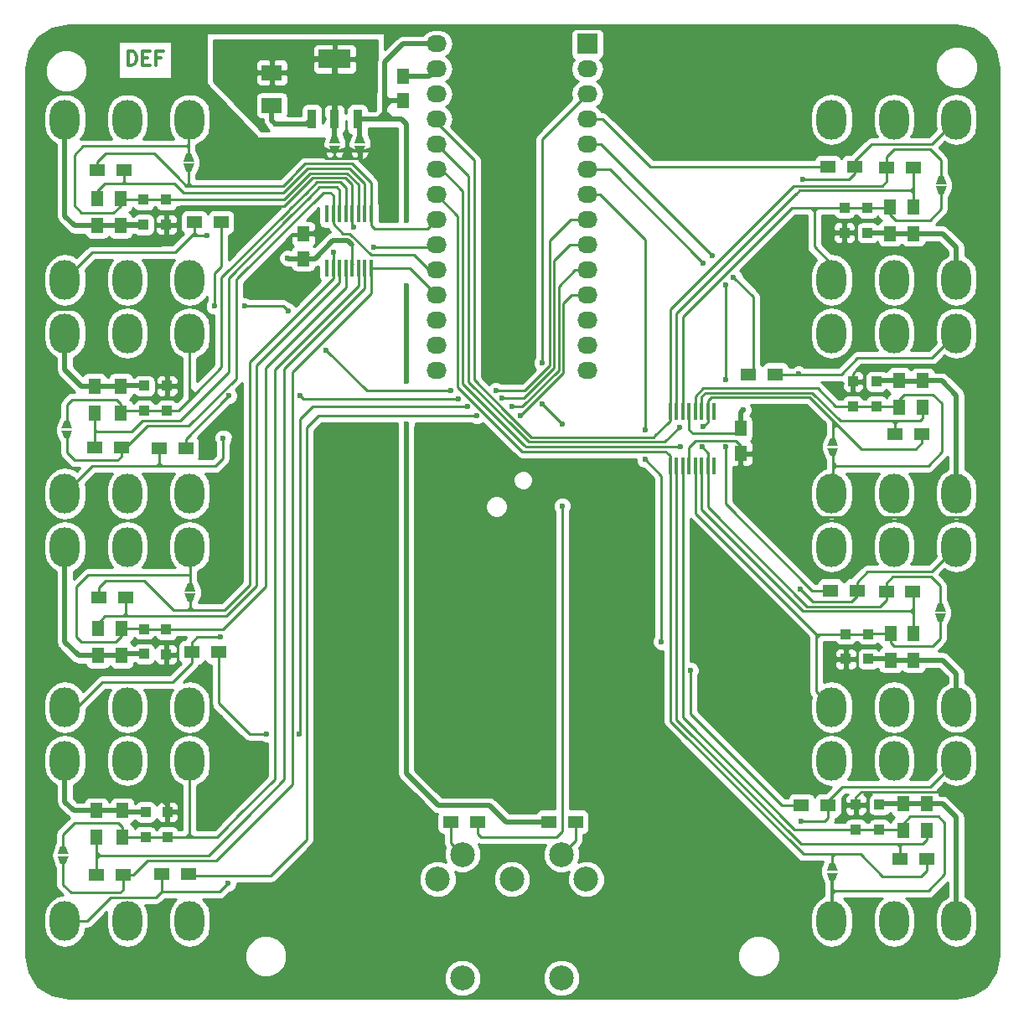
<source format=gtl>
G04 #@! TF.FileFunction,Copper,L1,Top,Signal*
%FSLAX46Y46*%
G04 Gerber Fmt 4.6, Leading zero omitted, Abs format (unit mm)*
G04 Created by KiCad (PCBNEW 4.0.7-e2-6376~58~ubuntu14.04.1) date Mon Apr 16 00:30:28 2018*
%MOMM*%
%LPD*%
G01*
G04 APERTURE LIST*
%ADD10C,0.100000*%
%ADD11C,0.300000*%
%ADD12O,3.000000X4.000000*%
%ADD13R,1.500000X1.300000*%
%ADD14R,2.032000X2.032000*%
%ADD15O,2.032000X1.727200*%
%ADD16R,1.250000X1.500000*%
%ADD17R,1.300000X1.500000*%
%ADD18R,3.250000X1.900000*%
%ADD19R,0.950000X1.900000*%
%ADD20R,2.032000X1.524000*%
%ADD21C,2.500000*%
%ADD22R,1.000000X1.000000*%
%ADD23R,0.419100X1.714500*%
%ADD24C,0.600000*%
%ADD25C,0.500000*%
%ADD26C,0.250000*%
%ADD27C,0.254000*%
G04 APERTURE END LIST*
D10*
D11*
X105473715Y-57574571D02*
X105473715Y-56074571D01*
X105830858Y-56074571D01*
X106045143Y-56146000D01*
X106188001Y-56288857D01*
X106259429Y-56431714D01*
X106330858Y-56717429D01*
X106330858Y-56931714D01*
X106259429Y-57217429D01*
X106188001Y-57360286D01*
X106045143Y-57503143D01*
X105830858Y-57574571D01*
X105473715Y-57574571D01*
X106973715Y-56788857D02*
X107473715Y-56788857D01*
X107688001Y-57574571D02*
X106973715Y-57574571D01*
X106973715Y-56074571D01*
X107688001Y-56074571D01*
X108830858Y-56788857D02*
X108330858Y-56788857D01*
X108330858Y-57574571D02*
X108330858Y-56074571D01*
X109045144Y-56074571D01*
D12*
X99110000Y-63020000D03*
X105410000Y-63020000D03*
X111710000Y-63020000D03*
X99110000Y-79220000D03*
X105410000Y-79220000D03*
X111710000Y-79220000D03*
X99110000Y-84610000D03*
X105410000Y-84610000D03*
X111710000Y-84610000D03*
X99110000Y-100810000D03*
X105410000Y-100810000D03*
X111710000Y-100810000D03*
D13*
X112188000Y-73406000D03*
X114888000Y-73406000D03*
X170895000Y-88773000D03*
X168195000Y-88773000D03*
X179150000Y-110617000D03*
X176450000Y-110617000D03*
D12*
X189180000Y-143990000D03*
X182880000Y-143990000D03*
X176580000Y-143990000D03*
X189180000Y-127790000D03*
X182880000Y-127790000D03*
X176580000Y-127790000D03*
X189180000Y-122400000D03*
X182880000Y-122400000D03*
X176580000Y-122400000D03*
X189180000Y-106200000D03*
X182880000Y-106200000D03*
X176580000Y-106200000D03*
D13*
X182088800Y-110693200D03*
X184788800Y-110693200D03*
D12*
X189180000Y-79220000D03*
X182880000Y-79220000D03*
X176580000Y-79220000D03*
X189180000Y-63020000D03*
X182880000Y-63020000D03*
X176580000Y-63020000D03*
X189180000Y-100810000D03*
X182880000Y-100810000D03*
X176580000Y-100810000D03*
X189180000Y-84610000D03*
X182880000Y-84610000D03*
X176580000Y-84610000D03*
D10*
G36*
X99064000Y-93453000D02*
X99564000Y-93453000D01*
X99864000Y-94253000D01*
X98764000Y-94253000D01*
X99064000Y-93453000D01*
X99064000Y-93453000D01*
G37*
G36*
X98764000Y-94469000D02*
X99864000Y-94469000D01*
X99564000Y-95269000D01*
X99064000Y-95269000D01*
X98764000Y-94469000D01*
X98764000Y-94469000D01*
G37*
D13*
X102409000Y-68135500D03*
X105109000Y-68135500D03*
D14*
X151892000Y-55372000D03*
D15*
X151892000Y-57912000D03*
X151892000Y-60452000D03*
X151892000Y-62992000D03*
X151892000Y-65532000D03*
X151892000Y-68072000D03*
X151892000Y-70612000D03*
X151892000Y-73152000D03*
X151892000Y-75692000D03*
X151892000Y-78232000D03*
X151892000Y-80772000D03*
X151892000Y-83312000D03*
X151892000Y-85852000D03*
X151892000Y-88392000D03*
X136652000Y-88392000D03*
X136652000Y-85852000D03*
X136652000Y-83312000D03*
X136652000Y-80772000D03*
X136652000Y-78232000D03*
X136652000Y-75692000D03*
X136652000Y-73152000D03*
X136652000Y-70612000D03*
X136652000Y-68072000D03*
X136652000Y-65532000D03*
X136652000Y-62992000D03*
X136652000Y-60452000D03*
X136652000Y-57912000D03*
X136652000Y-55372000D03*
D16*
X123190000Y-74569000D03*
X123190000Y-77069000D03*
X167386000Y-96754000D03*
X167386000Y-94254000D03*
X133299200Y-61143200D03*
X133299200Y-58643200D03*
D17*
X104711500Y-71040000D03*
X104711500Y-73740000D03*
X104838500Y-114474000D03*
X104838500Y-117174000D03*
X104775000Y-92663000D03*
X104775000Y-89963000D03*
X104902000Y-135525500D03*
X104902000Y-132825500D03*
X102362000Y-71040000D03*
X102362000Y-73740000D03*
X102425500Y-114474000D03*
X102425500Y-117174000D03*
X102108000Y-92663000D03*
X102108000Y-89963000D03*
X102298500Y-135525500D03*
X102298500Y-132825500D03*
D13*
X102536000Y-111315500D03*
X105236000Y-111315500D03*
X104791500Y-96202500D03*
X102091500Y-96202500D03*
X104982000Y-139319000D03*
X102282000Y-139319000D03*
D17*
X183794400Y-134852400D03*
X183794400Y-132152400D03*
X183388000Y-92078800D03*
X183388000Y-89378800D03*
X182524400Y-114931200D03*
X182524400Y-117631200D03*
X182499000Y-71865500D03*
X182499000Y-74565500D03*
X186232800Y-134852400D03*
X186232800Y-132152400D03*
X185788300Y-92091500D03*
X185788300Y-89391500D03*
X184861200Y-114931200D03*
X184861200Y-117631200D03*
X184848500Y-71865500D03*
X184848500Y-74565500D03*
D13*
X186160400Y-137769600D03*
X183460400Y-137769600D03*
X185703200Y-94792800D03*
X183003200Y-94792800D03*
X182165000Y-67881500D03*
X184865000Y-67881500D03*
X148002000Y-133985000D03*
X150702000Y-133985000D03*
X140796000Y-133985000D03*
X138096000Y-133985000D03*
D18*
X126365000Y-56894000D03*
D19*
X124065000Y-62994000D03*
X126365000Y-62994000D03*
X128665000Y-62994000D03*
D20*
X120015000Y-58293000D03*
X120015000Y-61595000D03*
D10*
G36*
X111383000Y-66465500D02*
X111883000Y-66465500D01*
X112183000Y-67265500D01*
X111083000Y-67265500D01*
X111383000Y-66465500D01*
X111383000Y-66465500D01*
G37*
G36*
X111083000Y-67481500D02*
X112183000Y-67481500D01*
X111883000Y-68281500D01*
X111383000Y-68281500D01*
X111083000Y-67481500D01*
X111083000Y-67481500D01*
G37*
G36*
X111510000Y-109899500D02*
X112010000Y-109899500D01*
X112310000Y-110699500D01*
X111210000Y-110699500D01*
X111510000Y-109899500D01*
X111510000Y-109899500D01*
G37*
G36*
X111210000Y-110915500D02*
X112310000Y-110915500D01*
X112010000Y-111715500D01*
X111510000Y-111715500D01*
X111210000Y-110915500D01*
X111210000Y-110915500D01*
G37*
G36*
X98683000Y-136442500D02*
X99183000Y-136442500D01*
X99483000Y-137242500D01*
X98383000Y-137242500D01*
X98683000Y-136442500D01*
X98683000Y-136442500D01*
G37*
G36*
X98383000Y-137458500D02*
X99483000Y-137458500D01*
X99183000Y-138258500D01*
X98683000Y-138258500D01*
X98383000Y-137458500D01*
X98383000Y-137458500D01*
G37*
G36*
X176881600Y-139947600D02*
X176381600Y-139947600D01*
X176081600Y-139147600D01*
X177181600Y-139147600D01*
X176881600Y-139947600D01*
X176881600Y-139947600D01*
G37*
G36*
X177181600Y-138931600D02*
X176081600Y-138931600D01*
X176381600Y-138131600D01*
X176881600Y-138131600D01*
X177181600Y-138931600D01*
X177181600Y-138931600D01*
G37*
G36*
X187803600Y-113734800D02*
X187303600Y-113734800D01*
X187003600Y-112934800D01*
X188103600Y-112934800D01*
X187803600Y-113734800D01*
X187803600Y-113734800D01*
G37*
G36*
X188103600Y-112718800D02*
X187003600Y-112718800D01*
X187303600Y-111918800D01*
X187803600Y-111918800D01*
X188103600Y-112718800D01*
X188103600Y-112718800D01*
G37*
G36*
X176932400Y-97021600D02*
X176432400Y-97021600D01*
X176132400Y-96221600D01*
X177232400Y-96221600D01*
X176932400Y-97021600D01*
X176932400Y-97021600D01*
G37*
G36*
X177232400Y-96005600D02*
X176132400Y-96005600D01*
X176432400Y-95205600D01*
X176932400Y-95205600D01*
X177232400Y-96005600D01*
X177232400Y-96005600D01*
G37*
G36*
X187892500Y-70567500D02*
X187392500Y-70567500D01*
X187092500Y-69767500D01*
X188192500Y-69767500D01*
X187892500Y-70567500D01*
X187892500Y-70567500D01*
G37*
G36*
X188192500Y-69551500D02*
X187092500Y-69551500D01*
X187392500Y-68751500D01*
X187892500Y-68751500D01*
X188192500Y-69551500D01*
X188192500Y-69551500D01*
G37*
G36*
X128655000Y-64624000D02*
X129155000Y-64624000D01*
X129455000Y-65424000D01*
X128355000Y-65424000D01*
X128655000Y-64624000D01*
X128655000Y-64624000D01*
G37*
G36*
X128355000Y-65640000D02*
X129455000Y-65640000D01*
X129155000Y-66440000D01*
X128655000Y-66440000D01*
X128355000Y-65640000D01*
X128355000Y-65640000D01*
G37*
G36*
X126115000Y-64624000D02*
X126615000Y-64624000D01*
X126915000Y-65424000D01*
X125815000Y-65424000D01*
X126115000Y-64624000D01*
X126115000Y-64624000D01*
G37*
G36*
X125815000Y-65640000D02*
X126915000Y-65640000D01*
X126615000Y-66440000D01*
X126115000Y-66440000D01*
X125815000Y-65640000D01*
X125815000Y-65640000D01*
G37*
D12*
X99110000Y-106200000D03*
X105410000Y-106200000D03*
X111710000Y-106200000D03*
X99110000Y-122400000D03*
X105410000Y-122400000D03*
X111710000Y-122400000D03*
X99110000Y-127790000D03*
X105410000Y-127790000D03*
X111710000Y-127790000D03*
X99110000Y-143990000D03*
X105410000Y-143990000D03*
X111710000Y-143990000D03*
D21*
X136772000Y-139773000D03*
X144272000Y-139773000D03*
X151772000Y-139773000D03*
X139272000Y-137273000D03*
X149272000Y-137273000D03*
X149272000Y-149773000D03*
X139272000Y-149773000D03*
D22*
X109347000Y-73640000D03*
X109347000Y-71140000D03*
X107061000Y-71140000D03*
X107061000Y-73640000D03*
X109410500Y-89936000D03*
X109410500Y-92436000D03*
X107124500Y-92436000D03*
X107124500Y-89936000D03*
X109347000Y-117074000D03*
X109347000Y-114574000D03*
X107124500Y-114510500D03*
X107124500Y-117010500D03*
X109474000Y-132989000D03*
X109474000Y-135489000D03*
X107251500Y-135489000D03*
X107251500Y-132989000D03*
X179019200Y-132252400D03*
X179019200Y-134752400D03*
X181406800Y-134752400D03*
X181406800Y-132252400D03*
X178739800Y-89491500D03*
X178739800Y-91991500D03*
X181102000Y-91978800D03*
X181102000Y-89478800D03*
X178003200Y-117531200D03*
X178003200Y-115031200D03*
X180289200Y-115031200D03*
X180289200Y-117531200D03*
X177863500Y-74465500D03*
X177863500Y-71965500D03*
X180213000Y-71965500D03*
X180213000Y-74465500D03*
D23*
X130048000Y-72548750D03*
X129413000Y-72548750D03*
X128778000Y-72548750D03*
X128143000Y-72548750D03*
X127508000Y-72548750D03*
X126873000Y-72548750D03*
X126238000Y-72548750D03*
X125603000Y-72548750D03*
X125603000Y-78073250D03*
X126238000Y-78073250D03*
X126873000Y-78073250D03*
X127508000Y-78073250D03*
X128143000Y-78073250D03*
X128778000Y-78073250D03*
X129413000Y-78073250D03*
X130048000Y-78073250D03*
X160274000Y-98012250D03*
X160909000Y-98012250D03*
X161544000Y-98012250D03*
X162179000Y-98012250D03*
X162814000Y-98012250D03*
X163449000Y-98012250D03*
X164084000Y-98012250D03*
X164719000Y-98012250D03*
X164719000Y-92487750D03*
X164084000Y-92487750D03*
X163449000Y-92487750D03*
X162814000Y-92487750D03*
X162179000Y-92487750D03*
X161544000Y-92487750D03*
X160909000Y-92487750D03*
X160274000Y-92487750D03*
D13*
X108886000Y-139293600D03*
X111586000Y-139293600D03*
X108632000Y-96266000D03*
X111332000Y-96266000D03*
X178896000Y-67818000D03*
X176196000Y-67818000D03*
X111934000Y-116840000D03*
X114634000Y-116840000D03*
X176229000Y-132334000D03*
X173529000Y-132334000D03*
D24*
X167640000Y-92329000D03*
X121602500Y-77025500D03*
X120396000Y-63500000D03*
X164490400Y-76758800D03*
X166674800Y-78943200D03*
X163626800Y-77520800D03*
X165862000Y-79756000D03*
X165862000Y-89306400D03*
X165862000Y-96113600D03*
X159359600Y-115773200D03*
X162306000Y-118668800D03*
X157734000Y-97383600D03*
X157734000Y-94386400D03*
X114198400Y-81889600D03*
X117246400Y-81889600D03*
X121666000Y-82397600D03*
X125526800Y-86309200D03*
X138125200Y-90424000D03*
X142646400Y-90424000D03*
X122885200Y-90932000D03*
X115671600Y-90932000D03*
X138887200Y-91236800D03*
X143306800Y-91186000D03*
X139801600Y-92049600D03*
X144272000Y-91998800D03*
X122783600Y-125120400D03*
X119481600Y-125120400D03*
X145135600Y-92964000D03*
X140716000Y-92964000D03*
X126213973Y-76436838D03*
X130302000Y-75946000D03*
X163474400Y-96113600D03*
X161290000Y-96113600D03*
X161188400Y-94132400D03*
X163626800Y-94081600D03*
X133604000Y-93776800D03*
X133604000Y-89458800D03*
X133604000Y-79857600D03*
X133604000Y-73202800D03*
X119968000Y-80692000D03*
X173101000Y-80391000D03*
X168529000Y-144907000D03*
X168529000Y-123444000D03*
X168529000Y-101854000D03*
X115062000Y-102108000D03*
X114808000Y-123444000D03*
X120091200Y-144170400D03*
X128270000Y-73914000D03*
X124714000Y-73914000D03*
X147320000Y-87579200D03*
X147320000Y-91795600D03*
X149352000Y-93776800D03*
X149352000Y-102057200D03*
X113487200Y-74726800D03*
X114858800Y-115316000D03*
X115112800Y-95199200D03*
X115570000Y-140208000D03*
X173634400Y-69037200D03*
X173228000Y-88747600D03*
X173380400Y-110439200D03*
X173482000Y-133959600D03*
D25*
X133299200Y-58643200D02*
X135920800Y-58643200D01*
X135920800Y-58643200D02*
X136652000Y-57912000D01*
X167386000Y-94254000D02*
X167386000Y-92583000D01*
X167386000Y-92583000D02*
X167640000Y-92329000D01*
X167386000Y-94254000D02*
X167660000Y-93980000D01*
X123190000Y-63500000D02*
X123559000Y-63500000D01*
X123559000Y-63500000D02*
X124065000Y-62994000D01*
X189180000Y-143990000D02*
X189180000Y-133554000D01*
X189180000Y-133554000D02*
X189128400Y-133502400D01*
X186232800Y-132152400D02*
X187778400Y-132152400D01*
X187778400Y-132152400D02*
X189128400Y-133502400D01*
X183794400Y-132152400D02*
X181506800Y-132152400D01*
X181506800Y-132152400D02*
X181406800Y-132252400D01*
X186232800Y-132152400D02*
X183794400Y-132152400D01*
X189180000Y-100810000D02*
X189180000Y-90882000D01*
X187689500Y-89391500D02*
X185788300Y-89391500D01*
X189180000Y-90882000D02*
X187689500Y-89391500D01*
X184861200Y-117631200D02*
X187786000Y-117631200D01*
X189180000Y-119025200D02*
X189180000Y-122400000D01*
X187786000Y-117631200D02*
X189180000Y-119025200D01*
X182524400Y-117631200D02*
X184861200Y-117631200D01*
X180289200Y-117531200D02*
X182424400Y-117531200D01*
X182424400Y-117531200D02*
X182524400Y-117631200D01*
X183388000Y-89378800D02*
X181202000Y-89378800D01*
X181202000Y-89378800D02*
X181102000Y-89478800D01*
X183375300Y-89455000D02*
X185724800Y-89455000D01*
X185724800Y-89455000D02*
X185788300Y-89391500D01*
X183275300Y-89555000D02*
X183375300Y-89455000D01*
X189180000Y-79220000D02*
X189180000Y-75959500D01*
X189180000Y-75959500D02*
X187786000Y-74565500D01*
X184848500Y-74565500D02*
X187786000Y-74565500D01*
X180213000Y-74465500D02*
X182399000Y-74465500D01*
X182399000Y-74465500D02*
X182499000Y-74565500D01*
X184848500Y-74565500D02*
X182499000Y-74565500D01*
D26*
X189180000Y-101064000D02*
X189180000Y-101142000D01*
D25*
X99110000Y-127790000D02*
X99110000Y-131939500D01*
X99996000Y-132825500D02*
X102298500Y-132825500D01*
X99110000Y-131939500D02*
X99996000Y-132825500D01*
X104902000Y-132825500D02*
X102298500Y-132825500D01*
X107251500Y-132989000D02*
X105065500Y-132989000D01*
X105065500Y-132989000D02*
X104902000Y-132825500D01*
X102425500Y-117174000D02*
X100473500Y-117174000D01*
X100473500Y-117174000D02*
X99110000Y-115810500D01*
X104838500Y-117174000D02*
X102425500Y-117174000D01*
X107124500Y-117010500D02*
X105002000Y-117010500D01*
X105002000Y-117010500D02*
X104838500Y-117174000D01*
X99110000Y-106200000D02*
X99110000Y-115810500D01*
X126746000Y-75215750D02*
X126206250Y-75215750D01*
X124353000Y-77069000D02*
X123190000Y-77069000D01*
X126206250Y-75215750D02*
X124353000Y-77069000D01*
X127666750Y-75215750D02*
X126746000Y-75215750D01*
D26*
X128143000Y-76708000D02*
X128143000Y-77660500D01*
X128143000Y-76581000D02*
X128143000Y-76708000D01*
X128143000Y-76581000D02*
X128143000Y-75692000D01*
D25*
X127666750Y-75215750D02*
X128143000Y-75692000D01*
X121602500Y-77025500D02*
X121646000Y-77069000D01*
X121646000Y-77069000D02*
X123190000Y-77069000D01*
D26*
X123444000Y-77069000D02*
X121622500Y-77005500D01*
X121622500Y-77005500D02*
X121602500Y-77025500D01*
D25*
X102108000Y-89963000D02*
X100758000Y-89963000D01*
X100758000Y-89963000D02*
X99110000Y-88315000D01*
X104775000Y-89963000D02*
X102108000Y-89963000D01*
X107124500Y-89936000D02*
X104802000Y-89936000D01*
X104802000Y-89936000D02*
X104775000Y-89963000D01*
X99110000Y-88315000D02*
X99110000Y-84610000D01*
X107061000Y-73640000D02*
X106961000Y-73740000D01*
X106961000Y-73740000D02*
X104711500Y-73740000D01*
X102362000Y-73740000D02*
X100092500Y-73740000D01*
X100092500Y-73740000D02*
X99110000Y-72757500D01*
X104711500Y-73740000D02*
X102438498Y-73740000D01*
X102438498Y-73740000D02*
X102362000Y-73663502D01*
X102362000Y-73663502D02*
X102362000Y-73740000D01*
X107061000Y-73640000D02*
X104811500Y-73640000D01*
X104811500Y-73640000D02*
X104711500Y-73740000D01*
X99110000Y-72072500D02*
X99110000Y-72757500D01*
X104711500Y-73740000D02*
X107034000Y-73613000D01*
X107034000Y-73613000D02*
X107061000Y-73640000D01*
X102362000Y-73740000D02*
X104711500Y-73740000D01*
X123190000Y-63500000D02*
X120396000Y-63500000D01*
X120396000Y-63500000D02*
X120015000Y-63119000D01*
X120015000Y-63119000D02*
X120015000Y-61595000D01*
D26*
X162560000Y-94742000D02*
X166898000Y-94742000D01*
X166898000Y-94742000D02*
X167386000Y-94254000D01*
X167152000Y-94488000D02*
X167386000Y-94254000D01*
X123190000Y-77069000D02*
X123678000Y-76581000D01*
X128143000Y-77660500D02*
X128205801Y-77597699D01*
X162179000Y-94361000D02*
X162560000Y-94742000D01*
X162179000Y-94107000D02*
X162179000Y-94361000D01*
X162179000Y-92773500D02*
X162179000Y-94107000D01*
D25*
X99110000Y-72072500D02*
X99110000Y-63020000D01*
D26*
X176196000Y-67818000D02*
X158242000Y-67818000D01*
X158242000Y-67818000D02*
X153416000Y-62992000D01*
X151892000Y-62992000D02*
X153416000Y-62992000D01*
X168195000Y-88773000D02*
X168656000Y-88312000D01*
X168656000Y-88312000D02*
X168656000Y-80924400D01*
X151892000Y-65532000D02*
X153263600Y-65532000D01*
X153263600Y-65532000D02*
X164490400Y-76758800D01*
X166674800Y-78943200D02*
X168656000Y-80924400D01*
X165862000Y-96113600D02*
X165862000Y-101854000D01*
X174625000Y-110617000D02*
X176450000Y-110617000D01*
X165862000Y-101854000D02*
X174625000Y-110617000D01*
X154178000Y-68072000D02*
X151892000Y-68072000D01*
X163626800Y-77520800D02*
X154178000Y-68072000D01*
X165862000Y-79756000D02*
X165862000Y-89306400D01*
X173529000Y-132334000D02*
X171577000Y-132334000D01*
X162306000Y-123063000D02*
X162306000Y-118668800D01*
X171577000Y-132334000D02*
X162306000Y-123063000D01*
X151892000Y-70612000D02*
X153162000Y-70612000D01*
X159359600Y-99009200D02*
X159359600Y-115773200D01*
X157734000Y-97383600D02*
X159359600Y-99009200D01*
X157734000Y-75184000D02*
X157734000Y-94386400D01*
X153162000Y-70612000D02*
X157734000Y-75184000D01*
X114198400Y-81889600D02*
X114198400Y-78587600D01*
X117246400Y-81889600D02*
X121158000Y-81889600D01*
X121158000Y-81889600D02*
X121666000Y-82397600D01*
X125526800Y-86309200D02*
X129641600Y-90424000D01*
X129641600Y-90424000D02*
X138125200Y-90424000D01*
X151892000Y-73152000D02*
X150215600Y-73152000D01*
X142656200Y-90414200D02*
X145575802Y-90414200D01*
X145575802Y-90414200D02*
X148094001Y-87896001D01*
X148094001Y-87896001D02*
X148094001Y-75273599D01*
X148094001Y-75273599D02*
X150215600Y-73152000D01*
X142646400Y-90424000D02*
X142656200Y-90414200D01*
X114888000Y-77898000D02*
X114888000Y-73406000D01*
X114198400Y-78587600D02*
X114888000Y-77898000D01*
X111332000Y-96266000D02*
X111332000Y-95271600D01*
X122885200Y-90932000D02*
X123190000Y-91236800D01*
X115671600Y-90932000D02*
X115366800Y-91236800D01*
X123190000Y-91236800D02*
X138887200Y-91236800D01*
X145447598Y-91186000D02*
X148336000Y-88297598D01*
X148336000Y-88297598D02*
X148336000Y-88290400D01*
X143306800Y-91186000D02*
X145447598Y-91186000D01*
X150114000Y-75692000D02*
X151892000Y-75692000D01*
X148945600Y-76860400D02*
X150114000Y-75692000D01*
X148546398Y-88080002D02*
X148546398Y-77259602D01*
X148546398Y-77259602D02*
X148945600Y-76860400D01*
X148336000Y-88290400D02*
X148546398Y-88080002D01*
X111332000Y-95271600D02*
X115366800Y-91236800D01*
X119481600Y-125120400D02*
X117754400Y-125120400D01*
X122834400Y-93319600D02*
X124104400Y-92049600D01*
X124104400Y-92049600D02*
X139801600Y-92049600D01*
X122834400Y-125069600D02*
X122834400Y-96164400D01*
X122783600Y-125120400D02*
X122834400Y-125069600D01*
X122834400Y-96164400D02*
X122834400Y-93319600D01*
X145338800Y-91998800D02*
X148996400Y-88341200D01*
X148996400Y-88341200D02*
X148996400Y-79908400D01*
X144272000Y-91998800D02*
X145338800Y-91998800D01*
X151892000Y-78232000D02*
X150672800Y-78232000D01*
X148996400Y-79908400D02*
X150672800Y-78232000D01*
X114634000Y-122000000D02*
X114634000Y-116840000D01*
X117754400Y-125120400D02*
X114634000Y-122000000D01*
X111082000Y-139395200D02*
X119938800Y-139395200D01*
X119938800Y-139395200D02*
X123545600Y-135788400D01*
X149453600Y-88646000D02*
X149453600Y-81584800D01*
X149453600Y-81584800D02*
X150266400Y-80772000D01*
X150266400Y-80772000D02*
X151892000Y-80772000D01*
X145135600Y-92964000D02*
X149453600Y-88646000D01*
X124460000Y-93218000D02*
X124714000Y-92964000D01*
X123545600Y-135788400D02*
X123545600Y-122224800D01*
X123545600Y-122224800D02*
X123545600Y-94132400D01*
X124714000Y-92964000D02*
X140716000Y-92964000D01*
X123545600Y-94132400D02*
X124460000Y-93218000D01*
X114357150Y-137928350D02*
X107435650Y-137928350D01*
X106045000Y-139319000D02*
X104982000Y-139319000D01*
X107435650Y-137928350D02*
X106045000Y-139319000D01*
X132556250Y-78073250D02*
X133953250Y-78073250D01*
X133953250Y-78073250D02*
X136652000Y-80772000D01*
X117919500Y-134366000D02*
X122110500Y-130175000D01*
X114357150Y-137928350D02*
X117919500Y-134366000D01*
X122110500Y-88519000D02*
X130048000Y-80581500D01*
X122110500Y-130175000D02*
X122110500Y-88519000D01*
X104982000Y-139319000D02*
X104982000Y-140826500D01*
X104982000Y-140826500D02*
X104648000Y-141160500D01*
X104648000Y-141160500D02*
X99758500Y-141160500D01*
X99758500Y-141160500D02*
X98933000Y-140335000D01*
X98933000Y-140335000D02*
X98933000Y-137858500D01*
X130048000Y-78073250D02*
X130048000Y-80581500D01*
X132556250Y-78073250D02*
X130048000Y-78073250D01*
X111760000Y-112318800D02*
X112026700Y-112585500D01*
X111963200Y-112572800D02*
X111963200Y-112585500D01*
X111975900Y-112585500D02*
X111963200Y-112572800D01*
X112026700Y-112585500D02*
X111975900Y-112585500D01*
X111760000Y-112318800D02*
X111493300Y-112585500D01*
X111493300Y-112585500D02*
X111760000Y-112585500D01*
X111760000Y-112585500D02*
X111963200Y-112585500D01*
X111963200Y-112585500D02*
X115252500Y-112585500D01*
X115252500Y-112585500D02*
X115316000Y-112522000D01*
X117792500Y-89217500D02*
X117792500Y-110045500D01*
X117792500Y-110045500D02*
X115316000Y-112522000D01*
X126238000Y-78073250D02*
X126238000Y-79057500D01*
X117792500Y-87503000D02*
X117792500Y-89217500D01*
X126238000Y-79057500D02*
X117792500Y-87503000D01*
X110109000Y-112585500D02*
X111760000Y-112585500D01*
X102536000Y-111315500D02*
X102536000Y-110316000D01*
X107124500Y-109601000D02*
X110109000Y-112585500D01*
X103251000Y-109601000D02*
X107124500Y-109601000D01*
X102536000Y-110316000D02*
X103251000Y-109601000D01*
X111760000Y-111315500D02*
X111760000Y-112318800D01*
X126238000Y-77660500D02*
X126213973Y-76436838D01*
X126238000Y-78486000D02*
X126238000Y-78740000D01*
X126238000Y-78486000D02*
X126238000Y-77660500D01*
X130302000Y-75946000D02*
X136398000Y-75946000D01*
X136398000Y-75946000D02*
X136652000Y-75692000D01*
X104394000Y-97472500D02*
X104791500Y-97075000D01*
X104791500Y-97075000D02*
X104791500Y-96202500D01*
X104394000Y-97472500D02*
X100076000Y-97472500D01*
X104791500Y-96202500D02*
X105219500Y-96202500D01*
X105219500Y-96202500D02*
X107442000Y-93980000D01*
X107442000Y-93980000D02*
X111633000Y-93980000D01*
X132969000Y-76708000D02*
X134366000Y-76708000D01*
X134366000Y-76708000D02*
X135890000Y-78232000D01*
X135890000Y-78232000D02*
X136652000Y-78232000D01*
X126238000Y-70993000D02*
X126238000Y-70675500D01*
X125952949Y-70390449D02*
X125222000Y-70390449D01*
X126238000Y-70675500D02*
X125952949Y-70390449D01*
X116602225Y-79010224D02*
X116395500Y-79216949D01*
X116395500Y-89217500D02*
X111633000Y-93980000D01*
X125222000Y-70390449D02*
X116602225Y-79010224D01*
X116395500Y-79216949D02*
X116395500Y-89217500D01*
X126238000Y-72548750D02*
X126238000Y-73596500D01*
X127190500Y-74549000D02*
X127889000Y-74549000D01*
X126238000Y-73596500D02*
X127190500Y-74549000D01*
X99314000Y-95885000D02*
X99314000Y-96710500D01*
X99314000Y-96710500D02*
X100076000Y-97472500D01*
X99314000Y-95885000D02*
X99314000Y-94869000D01*
X126238000Y-72548750D02*
X126238000Y-70993000D01*
X104791500Y-96186000D02*
X104394000Y-96583500D01*
X130048000Y-76708000D02*
X132969000Y-76708000D01*
X127889000Y-74549000D02*
X130048000Y-76708000D01*
X126238000Y-72707500D02*
X126238000Y-73406000D01*
X111912400Y-69723000D02*
X111861600Y-69723000D01*
X111861600Y-69723000D02*
X111633000Y-69494400D01*
X111633000Y-69494400D02*
X111607600Y-69494400D01*
X111607600Y-69494400D02*
X111379000Y-69723000D01*
X130048000Y-72548750D02*
X130048000Y-73710800D01*
X130048000Y-73710800D02*
X130403600Y-74066400D01*
X135737600Y-74066400D02*
X136652000Y-73152000D01*
X130403600Y-74066400D02*
X135737600Y-74066400D01*
X130048000Y-70612000D02*
X130048000Y-69405500D01*
X130048000Y-72548750D02*
X130048000Y-70612000D01*
X121983500Y-68897500D02*
X122555000Y-68326000D01*
X121158000Y-69723000D02*
X121983500Y-68897500D01*
X130048000Y-69405500D02*
X128143000Y-67500500D01*
X128143000Y-67500500D02*
X123380500Y-67500500D01*
X123380500Y-67500500D02*
X122555000Y-68326000D01*
X110490000Y-68834000D02*
X108140500Y-66484500D01*
X102409000Y-68135500D02*
X102409000Y-67263000D01*
X103187500Y-66484500D02*
X106108500Y-66484500D01*
X102409000Y-67263000D02*
X103187500Y-66484500D01*
X111379000Y-69723000D02*
X110490000Y-68834000D01*
X108140500Y-66484500D02*
X106108500Y-66484500D01*
X111506000Y-69723000D02*
X111379000Y-69723000D01*
X111506000Y-69723000D02*
X111696500Y-69723000D01*
X111633000Y-68897500D02*
X111633000Y-69494400D01*
X111633000Y-67881500D02*
X111633000Y-68897500D01*
X111633000Y-69494400D02*
X111633000Y-69659500D01*
X111633000Y-69659500D02*
X111696500Y-69723000D01*
X111696500Y-69723000D02*
X111912400Y-69723000D01*
X111912400Y-69723000D02*
X121158000Y-69723000D01*
X102409000Y-68135500D02*
X102409000Y-68088500D01*
X102409000Y-68088500D02*
X102806500Y-67691000D01*
X136048750Y-72548750D02*
X136652000Y-73152000D01*
X160274000Y-120904000D02*
X160274000Y-123825000D01*
X173710600Y-137261600D02*
X176631600Y-137261600D01*
X160274000Y-123825000D02*
X173710600Y-137261600D01*
X176631600Y-137515600D02*
X176885600Y-137261600D01*
X160274000Y-113893600D02*
X160274000Y-120904000D01*
X185521600Y-139496800D02*
X185572400Y-139496800D01*
X185572400Y-139496800D02*
X186160400Y-138908800D01*
X176885600Y-137261600D02*
X179476400Y-137261600D01*
X186160400Y-138908800D02*
X186160400Y-137769600D01*
X181711600Y-139496800D02*
X185521600Y-139496800D01*
X179476400Y-137261600D02*
X181711600Y-139496800D01*
X176631600Y-137261600D02*
X176885600Y-137261600D01*
X176631600Y-138531600D02*
X176631600Y-137515600D01*
X176631600Y-137515600D02*
X176631600Y-137261600D01*
X145116974Y-96386226D02*
X145301548Y-96570800D01*
X159816800Y-96570800D02*
X160108052Y-96862052D01*
X145301548Y-96570800D02*
X159816800Y-96570800D01*
X138843174Y-90112426D02*
X138811000Y-90080252D01*
X138811000Y-90080252D02*
X138811000Y-89966800D01*
X145116974Y-96386226D02*
X138843174Y-90112426D01*
X160274000Y-97028000D02*
X160274000Y-98012250D01*
X160108052Y-96862052D02*
X160274000Y-97028000D01*
X136652000Y-70612000D02*
X138811000Y-72771000D01*
X138811000Y-72771000D02*
X138811000Y-89966800D01*
X160274000Y-97726500D02*
X160274000Y-110490000D01*
X160274000Y-110490000D02*
X160274000Y-110998000D01*
X160274000Y-113792000D02*
X160274000Y-113893600D01*
X160274000Y-113893600D02*
X160274000Y-113919000D01*
X160274000Y-112522000D02*
X160274000Y-113792000D01*
X160274000Y-112268000D02*
X160274000Y-112522000D01*
X160274000Y-110998000D02*
X160274000Y-112014000D01*
X160274000Y-112014000D02*
X160274000Y-112268000D01*
X174118398Y-112217200D02*
X181457600Y-112217200D01*
X182088800Y-111586000D02*
X182088800Y-110693200D01*
X181457600Y-112217200D02*
X182088800Y-111586000D01*
X164084000Y-102182802D02*
X164084000Y-101854000D01*
X174118398Y-112217200D02*
X164084000Y-102182802D01*
X182088800Y-110693200D02*
X182088800Y-109884200D01*
X186639200Y-109220000D02*
X187553600Y-110134400D01*
X187553600Y-110134400D02*
X187553600Y-112318800D01*
X182088800Y-109884200D02*
X182753000Y-109220000D01*
X182753000Y-109220000D02*
X186639200Y-109220000D01*
X145472150Y-95878650D02*
X145707100Y-96113600D01*
X145707100Y-96113600D02*
X146304000Y-96113600D01*
X161290000Y-96113600D02*
X146304000Y-96113600D01*
X146304000Y-96113600D02*
X145707100Y-96113600D01*
X164084000Y-98012250D02*
X164084000Y-96723200D01*
X139319000Y-70231000D02*
X139319000Y-89725500D01*
X137160000Y-68072000D02*
X139319000Y-70231000D01*
X139319000Y-89725500D02*
X145472150Y-95878650D01*
X164084000Y-96723200D02*
X163474400Y-96113600D01*
X164084000Y-98012250D02*
X164084000Y-101854000D01*
X164084000Y-97726500D02*
X164084000Y-98806000D01*
X136652000Y-68072000D02*
X137160000Y-68072000D01*
X176809400Y-94005400D02*
X176834800Y-93980000D01*
X176834800Y-93980000D02*
X177241200Y-93980000D01*
X177038000Y-93776800D02*
X176809400Y-94005400D01*
X176809400Y-94005400D02*
X176682400Y-94132400D01*
X176733200Y-94081600D02*
X176682400Y-94081600D01*
X176682400Y-94132400D02*
X176733200Y-94081600D01*
X176682400Y-93776800D02*
X177038000Y-93776800D01*
X176936400Y-93776800D02*
X176936400Y-93675200D01*
X177038000Y-93776800D02*
X176936400Y-93776800D01*
X145779701Y-95418699D02*
X145966602Y-95605600D01*
X145966602Y-95605600D02*
X159715200Y-95605600D01*
X144509701Y-94148699D02*
X145779701Y-95418699D01*
X159715200Y-95605600D02*
X161188400Y-94132400D01*
X164084000Y-92487750D02*
X164084000Y-93624400D01*
X164084000Y-93624400D02*
X163626800Y-94081600D01*
X185703200Y-94792800D02*
X185703200Y-95678000D01*
X179578000Y-96316800D02*
X177241200Y-93980000D01*
X185064400Y-96316800D02*
X179578000Y-96316800D01*
X185703200Y-95678000D02*
X185064400Y-96316800D01*
X177241200Y-93980000D02*
X176936400Y-93675200D01*
X176936400Y-93675200D02*
X176682400Y-93421200D01*
X164084000Y-92487750D02*
X164084000Y-91425604D01*
X176682400Y-93421200D02*
X176682400Y-93776800D01*
X176682400Y-93776800D02*
X176682400Y-94081600D01*
X176682400Y-94081600D02*
X176682400Y-95605600D01*
X174331204Y-91070004D02*
X176682400Y-93421200D01*
X164439600Y-91070004D02*
X174331204Y-91070004D01*
X164084000Y-91425604D02*
X164439600Y-91070004D01*
X136652000Y-65532000D02*
X139890500Y-68770500D01*
X139890500Y-68770500D02*
X139890500Y-89529498D01*
X139890500Y-89529498D02*
X144509701Y-94148699D01*
X164084000Y-91948000D02*
X164084000Y-92773500D01*
X172707300Y-69735700D02*
X181673500Y-69735700D01*
X182165000Y-69244200D02*
X182165000Y-67881500D01*
X181673500Y-69735700D02*
X182165000Y-69244200D01*
X160274000Y-86868000D02*
X160274000Y-82169000D01*
X160274000Y-82169000D02*
X172707300Y-69735700D01*
X160274000Y-92773500D02*
X160274000Y-86868000D01*
X182165000Y-67881500D02*
X182165000Y-68279000D01*
X146259550Y-95142050D02*
X158553150Y-95142050D01*
X158553150Y-95142050D02*
X158800800Y-94894400D01*
X144816197Y-93698697D02*
X146259550Y-95142050D01*
X158800800Y-94894400D02*
X159996503Y-93698697D01*
X143605250Y-92487750D02*
X144816197Y-93698697D01*
X160274000Y-93421200D02*
X160274000Y-92487750D01*
X159996503Y-93698697D02*
X160274000Y-93421200D01*
X187642500Y-69151500D02*
X187642500Y-67119500D01*
X187642500Y-67119500D02*
X186563000Y-66040000D01*
X186563000Y-66040000D02*
X182880000Y-66040000D01*
X182880000Y-66040000D02*
X182165000Y-66755000D01*
X182165000Y-66755000D02*
X182165000Y-67881500D01*
X136652000Y-62992000D02*
X136652000Y-63309500D01*
X136652000Y-63309500D02*
X140462000Y-67119500D01*
X140462000Y-89344500D02*
X143605250Y-92487750D01*
X140462000Y-67119500D02*
X140462000Y-89344500D01*
D25*
X133299200Y-61143200D02*
X132384800Y-61143200D01*
X132384800Y-61143200D02*
X131780600Y-61143200D01*
X131780600Y-61143200D02*
X131445000Y-60807600D01*
X132384800Y-61143200D02*
X132049200Y-61143200D01*
X132049200Y-61143200D02*
X131445000Y-61747400D01*
X131445000Y-61061600D02*
X131526600Y-61143200D01*
X131526600Y-61143200D02*
X132384800Y-61143200D01*
X131445000Y-61194000D02*
X131445000Y-61061600D01*
X131445000Y-61061600D02*
X131445000Y-60807600D01*
X131445000Y-60807600D02*
X131445000Y-57226200D01*
X131445000Y-62484000D02*
X131445000Y-61747400D01*
X131445000Y-61747400D02*
X131445000Y-61194000D01*
X133299200Y-55372000D02*
X136652000Y-55372000D01*
X131445000Y-57226200D02*
X133299200Y-55372000D01*
X133146800Y-62992000D02*
X133604000Y-63449200D01*
X132994400Y-62992000D02*
X132994400Y-62994000D01*
X133146800Y-62992000D02*
X132994400Y-62992000D01*
X132586000Y-62994000D02*
X132994400Y-62994000D01*
X132082000Y-62994000D02*
X132586000Y-62994000D01*
X133604000Y-95453200D02*
X133604000Y-129082800D01*
X133604000Y-129082800D02*
X135229600Y-130708400D01*
X133604000Y-79857600D02*
X133604000Y-88849200D01*
X133604000Y-88849200D02*
X133604000Y-89458800D01*
X133604000Y-93776800D02*
X133604000Y-95453200D01*
X133604000Y-95453200D02*
X133604000Y-95504000D01*
X133604000Y-63449200D02*
X133604000Y-73202800D01*
X133604000Y-73202800D02*
X133654800Y-73253600D01*
X136017000Y-131495800D02*
X135229600Y-130708400D01*
X142036800Y-132334000D02*
X136855200Y-132334000D01*
X143687800Y-133985000D02*
X142036800Y-132334000D01*
X148002000Y-133985000D02*
X143687800Y-133985000D01*
X136855200Y-132334000D02*
X136017000Y-131495800D01*
X136017000Y-131495800D02*
X135991600Y-131470400D01*
X131445000Y-62484000D02*
X131572000Y-62484000D01*
X131572000Y-62484000D02*
X132082000Y-62994000D01*
X131445000Y-62994000D02*
X132082000Y-62994000D01*
X128905000Y-65011300D02*
X128905000Y-63234000D01*
X128905000Y-63234000D02*
X128665000Y-62994000D01*
X131445000Y-62484000D02*
X131318000Y-62484000D01*
X131318000Y-62484000D02*
X130810000Y-62992000D01*
X130810000Y-62992000D02*
X130808000Y-62994000D01*
X128665000Y-62994000D02*
X130808000Y-62994000D01*
X130808000Y-62994000D02*
X131445000Y-62994000D01*
X131445000Y-62994000D02*
X131443000Y-62992000D01*
X131443000Y-62992000D02*
X131318000Y-62992000D01*
X131318000Y-62992000D02*
X131445000Y-62992000D01*
X131445000Y-62992000D02*
X131445000Y-62484000D01*
D26*
X128665000Y-62994000D02*
X128667000Y-62992000D01*
X128665000Y-62994000D02*
X128905000Y-63234000D01*
X109347000Y-73640000D02*
X109347000Y-72567800D01*
X110337600Y-72288400D02*
X110871000Y-71755000D01*
X109626400Y-72288400D02*
X110337600Y-72288400D01*
X109347000Y-72567800D02*
X109626400Y-72288400D01*
X128143000Y-72548750D02*
X128143000Y-69601502D01*
X112522000Y-71755000D02*
X110871000Y-71755000D01*
X121285000Y-71755000D02*
X112522000Y-71755000D01*
X128143000Y-69601502D02*
X127444500Y-68903002D01*
X127444500Y-68903002D02*
X124136998Y-68903002D01*
X124136998Y-68903002D02*
X121285000Y-71755000D01*
X123190000Y-74569000D02*
X122789000Y-74569000D01*
X122789000Y-74569000D02*
X122631200Y-74726800D01*
X122631200Y-74726800D02*
X121970800Y-74726800D01*
X123190000Y-74569000D02*
X122128600Y-74569000D01*
X119968000Y-76729600D02*
X119968000Y-80692000D01*
X122128600Y-74569000D02*
X121970800Y-74726800D01*
X121970800Y-74726800D02*
X119968000Y-76729600D01*
X119968000Y-80692000D02*
X119989600Y-80713600D01*
X119989600Y-80713600D02*
X119989600Y-80721200D01*
X123190000Y-74569000D02*
X124059000Y-74569000D01*
X124059000Y-74569000D02*
X124714000Y-73914000D01*
X179019200Y-132252400D02*
X179019200Y-131495800D01*
X192278000Y-130175000D02*
X192278000Y-129946400D01*
X191516000Y-130937000D02*
X192278000Y-130175000D01*
X179578000Y-130937000D02*
X191516000Y-130937000D01*
X179019200Y-131495800D02*
X179578000Y-130937000D01*
X109347000Y-73279000D02*
X109347000Y-73640000D01*
X191973200Y-125069600D02*
X192278000Y-125374400D01*
X192278000Y-125374400D02*
X192278000Y-125476000D01*
X191973200Y-125069600D02*
X191973200Y-125018800D01*
X191973200Y-125018800D02*
X192278000Y-124714000D01*
X191947800Y-103149400D02*
X192278000Y-103479600D01*
X192227200Y-103428800D02*
X192278000Y-103428800D01*
X192278000Y-103479600D02*
X192227200Y-103428800D01*
X191922400Y-103174800D02*
X191947800Y-103149400D01*
X191947800Y-103149400D02*
X192278000Y-102819200D01*
X192278000Y-102819200D02*
X192278000Y-102920800D01*
X191998600Y-87757000D02*
X192278000Y-88036400D01*
X192278000Y-88036400D02*
X192278000Y-88239600D01*
X191973200Y-87782400D02*
X191998600Y-87757000D01*
X191998600Y-87757000D02*
X192278000Y-87477600D01*
X192278000Y-87477600D02*
X192278000Y-87274400D01*
X191973200Y-81991200D02*
X192278000Y-82296000D01*
X192227200Y-82245200D02*
X192278000Y-82245200D01*
X192278000Y-82296000D02*
X192227200Y-82245200D01*
X191973200Y-81991200D02*
X192278000Y-81686400D01*
X192278000Y-81686400D02*
X192278000Y-81584800D01*
X96012000Y-82397600D02*
X96240600Y-82169000D01*
X96240600Y-82169000D02*
X96316800Y-82169000D01*
X96316800Y-82169000D02*
X96012000Y-81864200D01*
X96012000Y-81864200D02*
X96012000Y-81788000D01*
X96310450Y-75749150D02*
X96012000Y-76047600D01*
X96062800Y-75946000D02*
X96012000Y-75946000D01*
X96012000Y-75996800D02*
X96062800Y-75946000D01*
X96012000Y-76047600D02*
X96012000Y-75996800D01*
X96316800Y-75755500D02*
X96310450Y-75749150D01*
X96310450Y-75749150D02*
X96012000Y-75450700D01*
X96012000Y-75450700D02*
X96012000Y-75488800D01*
X112572800Y-60452000D02*
X112776000Y-60248800D01*
X112776000Y-60248800D02*
X112776000Y-60198000D01*
X164541200Y-95453200D02*
X166878000Y-95453200D01*
X167386000Y-95961200D02*
X167386000Y-96754000D01*
X166878000Y-95453200D02*
X167386000Y-95961200D01*
X188137800Y-81711800D02*
X188417200Y-81991200D01*
X188417200Y-81991200D02*
X191973200Y-81991200D01*
X191973200Y-81991200D02*
X192278000Y-81991200D01*
X192278000Y-125476000D02*
X192278000Y-129946400D01*
X172872400Y-103174800D02*
X172516800Y-103174800D01*
X172516800Y-103174800D02*
X172466000Y-103124000D01*
X175209200Y-103174800D02*
X172872400Y-103174800D01*
X183235600Y-103174800D02*
X175209200Y-103174800D01*
X192278000Y-103174800D02*
X191922400Y-103174800D01*
X191922400Y-103174800D02*
X183235600Y-103174800D01*
X162179000Y-96139000D02*
X162864800Y-95453200D01*
X162179000Y-97726500D02*
X162179000Y-96139000D01*
X162864800Y-95453200D02*
X164541200Y-95453200D01*
X172466000Y-103124000D02*
X167386000Y-98044000D01*
X167386000Y-96754000D02*
X167386000Y-98044000D01*
X178003200Y-117531200D02*
X178003200Y-118567200D01*
X187350400Y-125069600D02*
X191973200Y-125069600D01*
X191973200Y-125069600D02*
X192278000Y-125069600D01*
X186131200Y-123850400D02*
X187350400Y-125069600D01*
X186131200Y-121005600D02*
X186131200Y-123850400D01*
X184708800Y-119583200D02*
X186131200Y-121005600D01*
X179019200Y-119583200D02*
X184708800Y-119583200D01*
X178003200Y-118567200D02*
X179019200Y-119583200D01*
X178739800Y-89491500D02*
X178739800Y-88671400D01*
X179628800Y-87782400D02*
X191973200Y-87782400D01*
X191973200Y-87782400D02*
X192278000Y-87782400D01*
X178739800Y-88671400D02*
X179628800Y-87782400D01*
X177863500Y-74465500D02*
X177863500Y-75565000D01*
X178752500Y-76454000D02*
X184594500Y-76454000D01*
X177863500Y-75565000D02*
X178752500Y-76454000D01*
X185547000Y-77406500D02*
X184594500Y-76454000D01*
X185547000Y-77470000D02*
X185547000Y-77406500D01*
X185547000Y-79121000D02*
X185547000Y-77470000D01*
X188137800Y-81711800D02*
X185547000Y-79121000D01*
X109474000Y-132989000D02*
X109474000Y-132397500D01*
X101981000Y-126492000D02*
X100647500Y-125158500D01*
X101981000Y-129476500D02*
X101981000Y-126492000D01*
X103378000Y-130873500D02*
X101981000Y-129476500D01*
X107950000Y-130873500D02*
X103378000Y-130873500D01*
X109474000Y-132397500D02*
X107950000Y-130873500D01*
X96012000Y-124269500D02*
X96901000Y-125158500D01*
X96901000Y-125158500D02*
X100647500Y-125158500D01*
X109347000Y-117074000D02*
X109347000Y-117983000D01*
X108267500Y-119062500D02*
X96012000Y-119062500D01*
X109347000Y-117983000D02*
X108267500Y-119062500D01*
X123190000Y-74569000D02*
X123210000Y-74549000D01*
X123210000Y-74549000D02*
X124079000Y-74549000D01*
X124079000Y-74549000D02*
X124714000Y-73914000D01*
X109410500Y-89936000D02*
X109410500Y-88519000D01*
X106426000Y-87693500D02*
X103187500Y-87693500D01*
X103187500Y-87693500D02*
X102044500Y-86550500D01*
X102044500Y-86550500D02*
X102044500Y-83248500D01*
X102044500Y-83248500D02*
X100965000Y-82169000D01*
X100965000Y-82169000D02*
X96316800Y-82169000D01*
X109410500Y-88519000D02*
X108585000Y-87693500D01*
X108585000Y-87693500D02*
X106426000Y-87693500D01*
X96316800Y-82169000D02*
X96012000Y-82169000D01*
X126619000Y-66992500D02*
X126428500Y-66802000D01*
X126428500Y-66802000D02*
X126301500Y-66802000D01*
X126111000Y-66992500D02*
X126365000Y-66738500D01*
X126365000Y-66738500D02*
X126301500Y-66802000D01*
X126301500Y-66802000D02*
X126365000Y-66802000D01*
X126365000Y-66040000D02*
X126365000Y-66802000D01*
X126365000Y-66802000D02*
X126365000Y-66929000D01*
X126365000Y-66929000D02*
X126301500Y-66992500D01*
X126365000Y-66040000D02*
X126301500Y-66103500D01*
X128651000Y-66992500D02*
X128905000Y-66738500D01*
X128905000Y-66738500D02*
X128905000Y-65925700D01*
X126428500Y-66992500D02*
X126619000Y-66992500D01*
X126619000Y-66992500D02*
X128651000Y-66992500D01*
X126301500Y-66992500D02*
X126428500Y-66992500D01*
X126365000Y-66040000D02*
X126428500Y-66103500D01*
X124206000Y-65722500D02*
X123761500Y-65278000D01*
X123761500Y-65278000D02*
X123698000Y-65278000D01*
X124206000Y-65722500D02*
X125476000Y-66992500D01*
X125476000Y-66992500D02*
X126111000Y-66992500D01*
X126111000Y-66992500D02*
X126301500Y-66992500D01*
X117602000Y-65278000D02*
X118110000Y-65278000D01*
X112776000Y-60452000D02*
X117602000Y-65278000D01*
X123698000Y-65278000D02*
X118110000Y-65278000D01*
X112776000Y-59182000D02*
X112776000Y-60198000D01*
X112776000Y-56959500D02*
X112776000Y-59182000D01*
X112776000Y-56451500D02*
X112776000Y-56959500D01*
X131318000Y-53848000D02*
X188976000Y-53848000D01*
X188976000Y-53848000D02*
X190500000Y-55372000D01*
X192278000Y-61214000D02*
X192278000Y-57658000D01*
X192278000Y-57150000D02*
X190500000Y-55372000D01*
X192278000Y-57658000D02*
X192278000Y-57150000D01*
X192278000Y-61214000D02*
X192278000Y-75946000D01*
X112776000Y-54356000D02*
X112776000Y-56451500D01*
X113284000Y-53848000D02*
X112776000Y-54356000D01*
X131318000Y-53848000D02*
X113284000Y-53848000D01*
X192278000Y-76454000D02*
X192278000Y-81584800D01*
X192278000Y-75946000D02*
X192278000Y-76200000D01*
X192278000Y-76200000D02*
X192278000Y-76454000D01*
X192278000Y-81851500D02*
X192278000Y-81991200D01*
X192278000Y-81584800D02*
X192278000Y-81851500D01*
X112776000Y-60198000D02*
X112776000Y-60452000D01*
X102489000Y-60452000D02*
X112572800Y-60452000D01*
X101790500Y-60452000D02*
X102108000Y-60452000D01*
X101790500Y-60452000D02*
X101727000Y-60452000D01*
X96012000Y-65532000D02*
X96012000Y-66040000D01*
X96012000Y-66040000D02*
X96012000Y-66294000D01*
X96012000Y-66294000D02*
X96012000Y-66548000D01*
X101727000Y-60452000D02*
X97790000Y-60452000D01*
X96012000Y-62230000D02*
X96012000Y-65024000D01*
X97790000Y-60452000D02*
X96012000Y-62230000D01*
X96012000Y-65024000D02*
X96012000Y-65278000D01*
X96012000Y-65278000D02*
X96012000Y-65532000D01*
X96012000Y-66675000D02*
X96012000Y-66548000D01*
X96012000Y-66929000D02*
X96012000Y-66675000D01*
X96012000Y-67183000D02*
X96012000Y-66929000D01*
X96012000Y-67818000D02*
X96012000Y-67183000D01*
X96012000Y-75488800D02*
X96012000Y-67818000D01*
X102108000Y-60452000D02*
X102489000Y-60452000D01*
X112572800Y-60452000D02*
X112776000Y-60452000D01*
X108712000Y-75755500D02*
X109347000Y-75120500D01*
X108585000Y-75755500D02*
X108712000Y-75755500D01*
X96012000Y-75755500D02*
X96316800Y-75755500D01*
X96316800Y-75755500D02*
X108585000Y-75755500D01*
X109347000Y-73640000D02*
X109347000Y-75120500D01*
X96012000Y-75755500D02*
X96012000Y-75488800D01*
X96012000Y-76390500D02*
X96012000Y-75946000D01*
X96012000Y-76962000D02*
X96012000Y-76644500D01*
X96012000Y-81788000D02*
X96012000Y-76962000D01*
X96012000Y-76644500D02*
X96012000Y-76390500D01*
X96012000Y-82169000D02*
X96012000Y-82042000D01*
X96012000Y-82042000D02*
X96012000Y-81788000D01*
X96012000Y-75946000D02*
X96012000Y-75755500D01*
X192278000Y-119888000D02*
X192278000Y-124714000D01*
X192278000Y-103428800D02*
X192278000Y-103682800D01*
X192278000Y-119380000D02*
X192278000Y-119888000D01*
X192278000Y-119126000D02*
X192278000Y-119380000D01*
X192278000Y-103682800D02*
X192278000Y-119126000D01*
X192278000Y-124714000D02*
X192278000Y-125069600D01*
X192278000Y-125069600D02*
X192278000Y-125476000D01*
X166898000Y-96266000D02*
X167386000Y-96754000D01*
X192278000Y-97790000D02*
X192278000Y-102920800D01*
X192278000Y-88239600D02*
X192278000Y-97282000D01*
X192278000Y-97282000D02*
X192278000Y-97536000D01*
X192278000Y-97536000D02*
X192278000Y-97790000D01*
X192278000Y-102920800D02*
X192278000Y-103174800D01*
X192278000Y-103174800D02*
X192278000Y-103428800D01*
X192278000Y-81991200D02*
X192278000Y-82245200D01*
X192278000Y-82245200D02*
X192278000Y-87274400D01*
X192278000Y-87274400D02*
X192278000Y-87782400D01*
X192278000Y-87782400D02*
X192278000Y-88239600D01*
X128143000Y-73787000D02*
X128270000Y-73914000D01*
X128143000Y-72707500D02*
X128143000Y-73787000D01*
X96012000Y-124269500D02*
X96012000Y-119824500D01*
X96012000Y-119824500D02*
X96012000Y-119062500D01*
X96012000Y-119062500D02*
X96012000Y-110998000D01*
X96012000Y-110490000D02*
X96012000Y-108966000D01*
X96012000Y-110744000D02*
X96012000Y-110490000D01*
X96012000Y-110998000D02*
X96012000Y-110744000D01*
X96012000Y-108966000D02*
X96012000Y-108712000D01*
X96012000Y-108712000D02*
X96012000Y-108458000D01*
X96012000Y-108458000D02*
X96012000Y-89154000D01*
X96012000Y-89154000D02*
X96012000Y-88900000D01*
X96012000Y-88900000D02*
X96012000Y-88646000D01*
X96012000Y-88646000D02*
X96012000Y-87376000D01*
X96012000Y-87376000D02*
X96012000Y-87122000D01*
X96012000Y-87122000D02*
X96012000Y-86868000D01*
X96012000Y-86868000D02*
X96012000Y-82397600D01*
X96012000Y-82397600D02*
X96012000Y-82169000D01*
X111633000Y-65532000D02*
X111442500Y-65722500D01*
X111442500Y-65722500D02*
X111404400Y-65722500D01*
X111404400Y-65722500D02*
X111442500Y-65722500D01*
X111442500Y-65722500D02*
X111633000Y-65913000D01*
X128778000Y-72548750D02*
X128778000Y-69596000D01*
X123908500Y-68453000D02*
X121221500Y-71140000D01*
X127635000Y-68453000D02*
X123908500Y-68453000D01*
X128778000Y-69596000D02*
X127635000Y-68453000D01*
X109347000Y-71140000D02*
X121221500Y-71140000D01*
X107061000Y-71140000D02*
X104811500Y-71140000D01*
X104811500Y-71140000D02*
X104711500Y-71040000D01*
X100933250Y-72421750D02*
X100806250Y-72421750D01*
X100806250Y-72421750D02*
X100076000Y-71691500D01*
X104711500Y-71040000D02*
X104711500Y-71755000D01*
X104711500Y-71755000D02*
X104013000Y-72453500D01*
X100965000Y-72453500D02*
X100933250Y-72421750D01*
X104013000Y-72453500D02*
X100965000Y-72453500D01*
X111633000Y-66865500D02*
X111633000Y-65913000D01*
X111633000Y-65913000D02*
X111633000Y-65722500D01*
X107061000Y-71140000D02*
X109347000Y-71140000D01*
X106834000Y-70913000D02*
X107061000Y-71140000D01*
X100965000Y-65722500D02*
X102616000Y-65722500D01*
X100076000Y-66611500D02*
X100965000Y-65722500D01*
X100076000Y-71691500D02*
X100076000Y-66611500D01*
X111633000Y-65722500D02*
X111404400Y-65722500D01*
X111404400Y-65722500D02*
X102616000Y-65722500D01*
X111633000Y-65722500D02*
X111633000Y-65532000D01*
X111633000Y-65532000D02*
X111633000Y-63097000D01*
X111633000Y-63097000D02*
X111710000Y-63020000D01*
X109347000Y-114574000D02*
X115042000Y-114574000D01*
X104838500Y-114474000D02*
X104838500Y-115189000D01*
X104838500Y-115189000D02*
X104203500Y-115824000D01*
X100774500Y-115824000D02*
X100266500Y-115316000D01*
X104203500Y-115824000D02*
X100774500Y-115824000D01*
X115042000Y-114574000D02*
X116332000Y-113284000D01*
X107124500Y-114510500D02*
X109283500Y-114510500D01*
X109283500Y-114510500D02*
X109347000Y-114574000D01*
X104838500Y-114474000D02*
X107088000Y-114474000D01*
X107088000Y-114474000D02*
X107124500Y-114510500D01*
X100266500Y-111188500D02*
X100266500Y-110236000D01*
X101473000Y-109029500D02*
X111760000Y-109029500D01*
X100266500Y-110236000D02*
X101473000Y-109029500D01*
X119380000Y-89471500D02*
X119380000Y-110236000D01*
X119380000Y-110236000D02*
X116332000Y-113284000D01*
X127508000Y-78073250D02*
X127508000Y-80010000D01*
X119380000Y-88138000D02*
X119380000Y-89471500D01*
X127508000Y-80010000D02*
X119380000Y-88138000D01*
X100266500Y-115316000D02*
X100266500Y-111188500D01*
X111710000Y-106200000D02*
X111760000Y-106250000D01*
X111760000Y-106250000D02*
X111760000Y-109029500D01*
X111760000Y-109029500D02*
X111760000Y-109474000D01*
X111760000Y-109474000D02*
X111760000Y-110299500D01*
X112217600Y-90779200D02*
X112116400Y-90678000D01*
X112116400Y-90678000D02*
X111710000Y-90678000D01*
X111710000Y-90271600D02*
X112217600Y-90779200D01*
X112217600Y-90779200D02*
X112223950Y-90785550D01*
X111710000Y-90678000D02*
X111760800Y-90627200D01*
X111760800Y-90627200D02*
X112382300Y-90627200D01*
X111710000Y-90881200D02*
X112128300Y-90881200D01*
X111710000Y-91299500D02*
X112128300Y-90881200D01*
X112128300Y-90881200D02*
X112223950Y-90785550D01*
X112223950Y-90785550D02*
X112382300Y-90627200D01*
X112382300Y-90627200D02*
X114935000Y-88074500D01*
X114935000Y-88074500D02*
X114935000Y-78995398D01*
X114935000Y-78995398D02*
X121667398Y-72263000D01*
X124577394Y-69353004D02*
X123503396Y-70427002D01*
X126936500Y-69353004D02*
X124577394Y-69353004D01*
X127508000Y-69924504D02*
X126936500Y-69353004D01*
X121888949Y-72041449D02*
X121667398Y-72263000D01*
X123503396Y-70427002D02*
X121888949Y-72041449D01*
X127508000Y-72548750D02*
X127508000Y-69924504D01*
X104775000Y-92663000D02*
X104775000Y-91757500D01*
X99885500Y-91313000D02*
X99822000Y-91376500D01*
X104330500Y-91313000D02*
X99885500Y-91313000D01*
X104775000Y-91757500D02*
X104330500Y-91313000D01*
X107124500Y-92436000D02*
X105002000Y-92436000D01*
X105002000Y-92436000D02*
X104775000Y-92663000D01*
X109410500Y-92436000D02*
X107124500Y-92436000D01*
X111710000Y-89755500D02*
X111710000Y-90271600D01*
X111710000Y-90271600D02*
X111710000Y-90678000D01*
X111710000Y-90678000D02*
X111710000Y-90881200D01*
X111710000Y-90881200D02*
X111710000Y-91299500D01*
X110573500Y-92436000D02*
X109410500Y-92436000D01*
X111710000Y-91299500D02*
X110573500Y-92436000D01*
X99314000Y-93853000D02*
X99314000Y-91884500D01*
X99314000Y-91884500D02*
X99822000Y-91376500D01*
X111710000Y-89755500D02*
X111710000Y-84610000D01*
X104775000Y-92218500D02*
X104938500Y-92055000D01*
X111710000Y-84610000D02*
X111534000Y-84610000D01*
X111710000Y-135229600D02*
X111456000Y-135483600D01*
X111353600Y-135483600D02*
X111353600Y-135489000D01*
X111456000Y-135483600D02*
X111353600Y-135483600D01*
X111710000Y-135229600D02*
X111969400Y-135489000D01*
X112014000Y-135483600D02*
X112014000Y-135489000D01*
X112008600Y-135489000D02*
X112014000Y-135483600D01*
X111969400Y-135489000D02*
X112008600Y-135489000D01*
X116713000Y-133286500D02*
X120332500Y-129667000D01*
X120332500Y-88265000D02*
X128778000Y-79819500D01*
X120332500Y-129667000D02*
X120332500Y-88265000D01*
X111710000Y-127790000D02*
X111710000Y-135229600D01*
X111710000Y-135229600D02*
X111710000Y-135489000D01*
X111633000Y-135445500D02*
X111633000Y-135489000D01*
X111666500Y-135445500D02*
X111633000Y-135445500D01*
X111710000Y-135489000D02*
X111666500Y-135445500D01*
X109474000Y-135489000D02*
X111353600Y-135489000D01*
X111353600Y-135489000D02*
X111633000Y-135489000D01*
X111633000Y-135489000D02*
X112014000Y-135489000D01*
X112014000Y-135489000D02*
X114510500Y-135489000D01*
X115347750Y-134651750D02*
X116713000Y-133286500D01*
X114510500Y-135489000D02*
X115347750Y-134651750D01*
X116713000Y-133286500D02*
X116776500Y-133223000D01*
X107251500Y-135489000D02*
X109474000Y-135489000D01*
X104902000Y-135525500D02*
X107215000Y-135525500D01*
X107215000Y-135525500D02*
X107251500Y-135489000D01*
X98933000Y-136842500D02*
X98933000Y-135255000D01*
X104902000Y-134556500D02*
X104902000Y-135525500D01*
X104457500Y-134112000D02*
X104902000Y-134556500D01*
X100076000Y-134112000D02*
X104457500Y-134112000D01*
X98933000Y-135255000D02*
X100076000Y-134112000D01*
X128778000Y-79819500D02*
X128778000Y-77660500D01*
X176560800Y-134752400D02*
X172852400Y-134752400D01*
X161544000Y-123444000D02*
X161544000Y-119735600D01*
X172852400Y-134752400D02*
X161544000Y-123444000D01*
X176580000Y-141274800D02*
X176884800Y-140970000D01*
X176580000Y-140665200D02*
X176884800Y-140970000D01*
X176884800Y-140970000D02*
X176936400Y-140970000D01*
X176580000Y-140970000D02*
X176936400Y-140970000D01*
X176936400Y-140970000D02*
X186334400Y-140970000D01*
X184505600Y-133451600D02*
X183794400Y-134162800D01*
X184505600Y-133451600D02*
X187401200Y-133451600D01*
X186334400Y-140970000D02*
X188010800Y-139293600D01*
X188010800Y-139293600D02*
X188010800Y-134061200D01*
X188010800Y-134061200D02*
X187401200Y-133451600D01*
X176631600Y-139547600D02*
X176580000Y-139599200D01*
X176580000Y-139599200D02*
X176580000Y-140665200D01*
X176580000Y-140665200D02*
X176580000Y-140970000D01*
X176580000Y-140970000D02*
X176580000Y-141274800D01*
X176580000Y-141274800D02*
X176580000Y-143990000D01*
X161544000Y-119735600D02*
X161544000Y-119583200D01*
X161544000Y-97726500D02*
X161544000Y-113030000D01*
X176560800Y-134752400D02*
X179019200Y-134752400D01*
X161544000Y-119583200D02*
X161544000Y-113030000D01*
X176631600Y-141376400D02*
X176631600Y-142341600D01*
X176631600Y-142341600D02*
X176682400Y-142392400D01*
X176631600Y-139547600D02*
X176631600Y-141376400D01*
X183794400Y-134852400D02*
X183794400Y-134162800D01*
X181406800Y-134752400D02*
X183694400Y-134752400D01*
X183694400Y-134752400D02*
X183794400Y-134852400D01*
X179019200Y-134752400D02*
X181406800Y-134752400D01*
X176936400Y-97993200D02*
X176936400Y-97942400D01*
X176936400Y-97942400D02*
X176682400Y-97688400D01*
X176682400Y-98247200D02*
X176936400Y-97993200D01*
X176936400Y-97993200D02*
X177038000Y-97993200D01*
X162814000Y-92487750D02*
X162814000Y-90982800D01*
X163626800Y-90170000D02*
X164338000Y-90170000D01*
X162814000Y-90982800D02*
X163626800Y-90170000D01*
X176682400Y-96621600D02*
X176682400Y-97688400D01*
X176682400Y-97688400D02*
X176682400Y-98247200D01*
X176682400Y-98247200D02*
X176682400Y-100707600D01*
X176682400Y-100707600D02*
X176580000Y-100810000D01*
X186639200Y-90805000D02*
X186817000Y-90805000D01*
X186334400Y-97993200D02*
X177038000Y-97993200D01*
X187706000Y-96621600D02*
X186334400Y-97993200D01*
X187706000Y-91694000D02*
X187706000Y-96621600D01*
X186817000Y-90805000D02*
X187706000Y-91694000D01*
X183946800Y-90805000D02*
X186639200Y-90805000D01*
X183375300Y-91376500D02*
X183946800Y-90805000D01*
X177038000Y-97993200D02*
X176784000Y-97993200D01*
X176784000Y-97993200D02*
X176733200Y-97942400D01*
X168910000Y-90170000D02*
X175158400Y-90170000D01*
X175158400Y-90170000D02*
X176979900Y-91991500D01*
X181102000Y-91978800D02*
X183288000Y-91978800D01*
X183288000Y-91978800D02*
X183388000Y-92078800D01*
X183288000Y-91978800D02*
X183388000Y-92078800D01*
X178739800Y-91991500D02*
X176979900Y-91991500D01*
X183375300Y-92155000D02*
X183375300Y-91376500D01*
X183275300Y-92055000D02*
X183375300Y-92155000D01*
X178739800Y-91991500D02*
X181025800Y-91991500D01*
X181025800Y-91991500D02*
X181089300Y-92055000D01*
X162814000Y-91694000D02*
X162814000Y-92773500D01*
X164338000Y-90170000D02*
X167640000Y-90170000D01*
X167640000Y-90170000D02*
X168910000Y-90170000D01*
X175006000Y-115366800D02*
X175341600Y-115031200D01*
X175260000Y-115062000D02*
X175260000Y-115031200D01*
X175290800Y-115031200D02*
X175260000Y-115062000D01*
X175341600Y-115031200D02*
X175290800Y-115031200D01*
X176580000Y-115031200D02*
X178003200Y-115031200D01*
X175006000Y-115011200D02*
X175006000Y-115366800D01*
X175006000Y-115366800D02*
X175006000Y-120826000D01*
X175006000Y-120826000D02*
X176580000Y-122400000D01*
X174802800Y-114808000D02*
X175006000Y-115011200D01*
X175006000Y-115011200D02*
X175026000Y-115031200D01*
X175026000Y-115031200D02*
X175260000Y-115031200D01*
X175260000Y-115031200D02*
X176580000Y-115031200D01*
X176580000Y-115031200D02*
X175026000Y-115031200D01*
X162814000Y-102819200D02*
X174802800Y-114808000D01*
X180289200Y-115031200D02*
X178003200Y-115031200D01*
X182524400Y-114931200D02*
X180389200Y-114931200D01*
X180389200Y-114931200D02*
X180289200Y-115031200D01*
X187553600Y-113334800D02*
X187553600Y-115468400D01*
X182524400Y-115874800D02*
X182524400Y-114931200D01*
X182880000Y-116230400D02*
X182524400Y-115874800D01*
X186791600Y-116230400D02*
X182880000Y-116230400D01*
X187553600Y-115468400D02*
X186791600Y-116230400D01*
X162814000Y-99314000D02*
X162814000Y-102819200D01*
X162814000Y-102819200D02*
X163931600Y-103936800D01*
X162814000Y-99314000D02*
X162814000Y-99060000D01*
X162814000Y-98806000D02*
X162814000Y-99060000D01*
X162814000Y-97726500D02*
X162814000Y-98806000D01*
X174815500Y-72237600D02*
X174752000Y-72237600D01*
X174752000Y-72237600D02*
X174479900Y-71965500D01*
X174815500Y-72237600D02*
X174853600Y-72237600D01*
X174853600Y-72237600D02*
X175125700Y-71965500D01*
X161544000Y-87376000D02*
X161544000Y-82994500D01*
X161544000Y-92773500D02*
X161544000Y-87376000D01*
X172573000Y-71965500D02*
X174479900Y-71965500D01*
X161544000Y-82994500D02*
X172573000Y-71965500D01*
X174479900Y-71965500D02*
X174859000Y-71965500D01*
X177863500Y-71965500D02*
X175125700Y-71965500D01*
X175125700Y-71965500D02*
X174859000Y-71965500D01*
X174859000Y-71965500D02*
X174815500Y-72009000D01*
X176580000Y-79220000D02*
X176580000Y-77647000D01*
X176580000Y-77647000D02*
X174815500Y-75882500D01*
X174815500Y-75882500D02*
X174815500Y-72237600D01*
X174815500Y-72237600D02*
X174815500Y-72009000D01*
X174815500Y-72009000D02*
X174752000Y-72009000D01*
X180213000Y-71965500D02*
X182399000Y-71965500D01*
X182399000Y-71965500D02*
X182499000Y-71865500D01*
X177927000Y-71965500D02*
X180213000Y-71965500D01*
X182499000Y-71865500D02*
X182499000Y-72644000D01*
X187642500Y-72072500D02*
X187642500Y-70167500D01*
X186499500Y-73215500D02*
X187642500Y-72072500D01*
X183070500Y-73215500D02*
X186499500Y-73215500D01*
X182499000Y-72644000D02*
X183070500Y-73215500D01*
X175796000Y-106454000D02*
X176580000Y-106454000D01*
X105109000Y-69295000D02*
X104871500Y-69532500D01*
X104871500Y-69532500D02*
X105109000Y-69532500D01*
X105109000Y-69291200D02*
X105109000Y-69295000D01*
X105109000Y-69295000D02*
X105346500Y-69532500D01*
X129413000Y-70929500D02*
X129413000Y-69469000D01*
X111061500Y-70421500D02*
X121158000Y-70421500D01*
X110172500Y-69532500D02*
X111061500Y-70421500D01*
X105346500Y-69532500D02*
X110172500Y-69532500D01*
X129413000Y-70929500D02*
X129413000Y-72548750D01*
X129413000Y-69469000D02*
X127894502Y-67950502D01*
X127894502Y-67950502D02*
X123628998Y-67950502D01*
X123628998Y-67950502D02*
X121158000Y-70421500D01*
X105109000Y-68135500D02*
X105109000Y-69291200D01*
X105109000Y-69291200D02*
X105109000Y-69342000D01*
X105109000Y-69342000D02*
X105109000Y-69532500D01*
X105109000Y-69532500D02*
X105092500Y-69532500D01*
X102362000Y-71040000D02*
X102362000Y-70294500D01*
X102362000Y-70294500D02*
X103124000Y-69532500D01*
X103124000Y-69532500D02*
X105092500Y-69532500D01*
X105092500Y-69532500D02*
X105346500Y-69532500D01*
X102362000Y-71040000D02*
X102362000Y-70548500D01*
X105236000Y-112966500D02*
X105219500Y-112966500D01*
X105219500Y-112966500D02*
X104965500Y-113220500D01*
X105236000Y-111315500D02*
X105236000Y-112966500D01*
X105236000Y-112966500D02*
X105236000Y-112983000D01*
X105236000Y-112983000D02*
X105473500Y-113220500D01*
X102425500Y-114474000D02*
X102425500Y-113919000D01*
X102425500Y-113919000D02*
X103124000Y-113220500D01*
X103124000Y-113220500D02*
X104965500Y-113220500D01*
X104965500Y-113220500D02*
X105473500Y-113220500D01*
X105473500Y-113220500D02*
X115443000Y-113220500D01*
X118491000Y-87884000D02*
X118491000Y-89789000D01*
X118491000Y-89789000D02*
X118491000Y-110172500D01*
X118491000Y-110172500D02*
X115443000Y-113220500D01*
X126873000Y-78073250D02*
X126873000Y-79502000D01*
X126873000Y-79502000D02*
X118491000Y-87884000D01*
X110744000Y-93472000D02*
X106934000Y-93472000D01*
X106934000Y-93472000D02*
X105854500Y-94551500D01*
X115633500Y-87757000D02*
X115633500Y-88582500D01*
X115633500Y-88582500D02*
X110744000Y-93472000D01*
X121888250Y-72802750D02*
X115633500Y-79057500D01*
X115633500Y-79057500D02*
X115633500Y-87757000D01*
X102258500Y-94528000D02*
X102108000Y-94678500D01*
X102108000Y-94678500D02*
X102091500Y-94678500D01*
X102091500Y-94361000D02*
X102258500Y-94528000D01*
X102258500Y-94528000D02*
X102282000Y-94551500D01*
X105854500Y-94551500D02*
X102489000Y-94551500D01*
X102489000Y-94551500D02*
X102362000Y-94551500D01*
X102282000Y-94551500D02*
X102362000Y-94551500D01*
X102298500Y-92218500D02*
X102091500Y-92425500D01*
X102091500Y-92425500D02*
X102091500Y-94361000D01*
X102091500Y-94361000D02*
X102091500Y-94678500D01*
X102091500Y-94678500D02*
X102091500Y-94805500D01*
X102091500Y-94805500D02*
X102091500Y-96202500D01*
X102091500Y-96202500D02*
X102091500Y-95123000D01*
X102091500Y-95123000D02*
X102091500Y-93853000D01*
X102091500Y-92425500D02*
X102091500Y-93472000D01*
X102091500Y-93472000D02*
X102091500Y-93662500D01*
X102091500Y-93662500D02*
X102091500Y-93853000D01*
X123761500Y-70929500D02*
X121888250Y-72802750D01*
X126873000Y-70167500D02*
X126555500Y-69850000D01*
X126555500Y-69850000D02*
X124841000Y-69850000D01*
X124841000Y-69850000D02*
X123761500Y-70929500D01*
X126873000Y-70167500D02*
X126873000Y-72548750D01*
X102298500Y-92218500D02*
X102282000Y-92235000D01*
X102590600Y-137388600D02*
X102298500Y-137680700D01*
X102311200Y-137668000D02*
X102298500Y-137668000D01*
X102298500Y-137680700D02*
X102311200Y-137668000D01*
X102616000Y-137414000D02*
X102590600Y-137388600D01*
X102590600Y-137388600D02*
X102298500Y-137096500D01*
X102311200Y-137160000D02*
X102298500Y-137160000D01*
X102298500Y-137147300D02*
X102311200Y-137160000D01*
X102298500Y-137096500D02*
X102298500Y-137147300D01*
X129413000Y-80073500D02*
X121285000Y-88201500D01*
X113601500Y-137414000D02*
X117348000Y-133667500D01*
X113601500Y-137414000D02*
X102616000Y-137414000D01*
X102616000Y-137414000D02*
X102298500Y-137414000D01*
X121285000Y-129730500D02*
X117348000Y-133667500D01*
X121285000Y-88201500D02*
X121285000Y-129730500D01*
X102298500Y-135525500D02*
X102298500Y-137160000D01*
X102298500Y-137160000D02*
X102298500Y-137414000D01*
X102298500Y-137414000D02*
X102298500Y-137668000D01*
X102298500Y-137668000D02*
X102298500Y-139302500D01*
X102298500Y-139302500D02*
X102282000Y-139319000D01*
X129413000Y-80073500D02*
X129413000Y-77660500D01*
X176784000Y-136245600D02*
X173456600Y-136245600D01*
X160909000Y-123698000D02*
X160909000Y-120370600D01*
X173456600Y-136245600D02*
X160909000Y-123698000D01*
X183460400Y-136448800D02*
X183257200Y-136245600D01*
X183257200Y-136245600D02*
X183134000Y-136245600D01*
X183460400Y-136448800D02*
X183663600Y-136245600D01*
X183663600Y-136245600D02*
X183692800Y-136245600D01*
X160909000Y-113411000D02*
X160909000Y-120370600D01*
X160909000Y-97726500D02*
X160909000Y-113411000D01*
X183134000Y-136245600D02*
X176784000Y-136245600D01*
X183460400Y-137769600D02*
X183460400Y-136448800D01*
X183460400Y-136448800D02*
X183460400Y-136245600D01*
X183460400Y-136245600D02*
X183438800Y-136245600D01*
X186232800Y-134852400D02*
X186232800Y-135788400D01*
X186232800Y-135788400D02*
X185775600Y-136245600D01*
X185775600Y-136245600D02*
X183692800Y-136245600D01*
X183692800Y-136245600D02*
X183438800Y-136245600D01*
X183438800Y-136245600D02*
X183134000Y-136245600D01*
X183003200Y-93726000D02*
X182749200Y-93472000D01*
X182778400Y-93522800D02*
X182778400Y-93472000D01*
X182749200Y-93493600D02*
X182778400Y-93522800D01*
X182749200Y-93472000D02*
X182749200Y-93493600D01*
X183003200Y-93726000D02*
X183257200Y-93472000D01*
X183257200Y-93472000D02*
X183235600Y-93472000D01*
X163449000Y-92487750D02*
X163449000Y-91001002D01*
X177444400Y-93472000D02*
X182778400Y-93472000D01*
X163449000Y-91001002D02*
X163830000Y-90620002D01*
X163830000Y-90620002D02*
X174592402Y-90620002D01*
X174592402Y-90620002D02*
X177444400Y-93472000D01*
X183003200Y-94792800D02*
X183003200Y-93726000D01*
X183003200Y-93726000D02*
X183003200Y-93472000D01*
X183003200Y-93472000D02*
X183032400Y-93472000D01*
X185534300Y-93472000D02*
X185788300Y-93218000D01*
X185788300Y-92091500D02*
X185788300Y-93218000D01*
X183235600Y-93472000D02*
X185534300Y-93472000D01*
X182778400Y-93472000D02*
X183032400Y-93472000D01*
X183032400Y-93472000D02*
X183235600Y-93472000D01*
X163449000Y-92773500D02*
X163449000Y-91821000D01*
X173939200Y-112674400D02*
X173685200Y-112674400D01*
X163449000Y-102438200D02*
X163449000Y-102184200D01*
X173685200Y-112674400D02*
X163449000Y-102438200D01*
X184556400Y-112674400D02*
X184861200Y-112979200D01*
X184861200Y-112979200D02*
X184861200Y-113030000D01*
X184556400Y-112674400D02*
X184861200Y-112369600D01*
X174091600Y-112674400D02*
X173939200Y-112674400D01*
X163449000Y-102184200D02*
X163449000Y-98012250D01*
X184861200Y-112674400D02*
X184556400Y-112674400D01*
X184556400Y-112674400D02*
X174091600Y-112674400D01*
X184861200Y-114931200D02*
X184861200Y-113030000D01*
X184861200Y-113030000D02*
X184861200Y-112674400D01*
X184861200Y-112674400D02*
X184861200Y-112369600D01*
X184861200Y-112369600D02*
X184861200Y-110765600D01*
X184861200Y-110765600D02*
X184788800Y-110693200D01*
X163449000Y-97726500D02*
X163449000Y-98806000D01*
X184556400Y-70192900D02*
X184556400Y-70205600D01*
X184556400Y-70205600D02*
X184848500Y-70497700D01*
X184556400Y-70192900D02*
X184569100Y-70192900D01*
X184569100Y-70192900D02*
X184848500Y-69913500D01*
X184848500Y-70192900D02*
X184556400Y-70192900D01*
X184556400Y-70192900D02*
X173342300Y-70192900D01*
X172974000Y-70561200D02*
X172974000Y-70548500D01*
X173342300Y-70192900D02*
X172974000Y-70561200D01*
X184848500Y-70192900D02*
X184848500Y-70192900D01*
X160909000Y-87312500D02*
X160909000Y-82613500D01*
X160909000Y-82613500D02*
X172974000Y-70548500D01*
X184848500Y-71865500D02*
X184848500Y-70497700D01*
X184848500Y-70497700D02*
X184848500Y-70192900D01*
X184848500Y-70192900D02*
X184848500Y-69913500D01*
X184848500Y-69913500D02*
X184848500Y-69596000D01*
X184848500Y-69596000D02*
X184848500Y-67898000D01*
X184848500Y-67898000D02*
X184865000Y-67881500D01*
X160909000Y-92773500D02*
X160909000Y-87312500D01*
X160909000Y-87312500D02*
X160909000Y-87249000D01*
X149272000Y-137273000D02*
X150702000Y-135843000D01*
X150702000Y-135843000D02*
X150702000Y-133985000D01*
X139272000Y-137273000D02*
X138096000Y-136097000D01*
X138096000Y-136097000D02*
X138096000Y-133985000D01*
D25*
X126365000Y-56894000D02*
X123192000Y-56894000D01*
X121793000Y-58293000D02*
X120015000Y-58293000D01*
X123192000Y-56894000D02*
X121793000Y-58293000D01*
X126365000Y-62994000D02*
X126365000Y-56894000D01*
X126365000Y-65011300D02*
X126365000Y-62994000D01*
D26*
X125605000Y-56134000D02*
X126365000Y-56894000D01*
X149352000Y-132283200D02*
X149352000Y-102057200D01*
X141173200Y-135534400D02*
X148742400Y-135534400D01*
X148742400Y-135534400D02*
X149352000Y-134924800D01*
X149352000Y-134924800D02*
X149352000Y-132283200D01*
X140796000Y-135157200D02*
X141173200Y-135534400D01*
X140796000Y-133985000D02*
X140796000Y-135157200D01*
X147320000Y-65024000D02*
X151892000Y-60452000D01*
X147320000Y-87579200D02*
X147320000Y-65024000D01*
X147370800Y-91795600D02*
X147320000Y-91795600D01*
X149352000Y-93776800D02*
X147370800Y-91795600D01*
D25*
X98425000Y-78154000D02*
X99110000Y-78839000D01*
D26*
X98298000Y-78027000D02*
X99110000Y-78839000D01*
X98425000Y-78154000D02*
X99110000Y-78839000D01*
X112064800Y-74726800D02*
X112064800Y-74625200D01*
X111963200Y-74726800D02*
X112064800Y-74726800D01*
X112412800Y-74726800D02*
X111963200Y-74726800D01*
X112064800Y-74625200D02*
X112188000Y-74502000D01*
X112412800Y-74726800D02*
X112188000Y-74502000D01*
X113487200Y-74726800D02*
X112412800Y-74726800D01*
X99110000Y-79220000D02*
X99110000Y-79198000D01*
X99110000Y-79198000D02*
X101854000Y-76454000D01*
X110236000Y-76454000D02*
X112064800Y-74625200D01*
X101854000Y-76454000D02*
X110236000Y-76454000D01*
X112188000Y-74502000D02*
X112188000Y-73406000D01*
X111934000Y-115874800D02*
X111934000Y-115853200D01*
X111934000Y-115853200D02*
X112471200Y-115316000D01*
X111934000Y-116840000D02*
X111934000Y-115874800D01*
X112471200Y-115316000D02*
X114858800Y-115316000D01*
X99110000Y-122400000D02*
X100358000Y-122400000D01*
X100358000Y-122400000D02*
X102870000Y-119888000D01*
X111934000Y-117936000D02*
X111934000Y-116840000D01*
X109982000Y-119888000D02*
X111934000Y-117936000D01*
X102870000Y-119888000D02*
X109982000Y-119888000D01*
D25*
X98425000Y-121969000D02*
X99110000Y-122654000D01*
D26*
X98298000Y-121842000D02*
X99110000Y-122654000D01*
D25*
X99110000Y-101064000D02*
X98425000Y-100379000D01*
D26*
X108632000Y-97790000D02*
X108886000Y-98044000D01*
X108378000Y-98044000D02*
X108632000Y-97790000D01*
X108305600Y-98044000D02*
X108378000Y-98044000D01*
X108886000Y-98044000D02*
X108305600Y-98044000D01*
X108632000Y-97557600D02*
X108632000Y-97790000D01*
X108632000Y-97790000D02*
X108632000Y-98044000D01*
X108632000Y-98044000D02*
X108661200Y-98044000D01*
X101876000Y-98044000D02*
X108661200Y-98044000D01*
X108661200Y-98044000D02*
X114300000Y-98044000D01*
X114300000Y-98044000D02*
X114350800Y-97993200D01*
X115062000Y-97282000D02*
X115062000Y-95250000D01*
X114350800Y-97993200D02*
X115062000Y-97282000D01*
X108632000Y-96266000D02*
X108632000Y-97557600D01*
X115062000Y-95250000D02*
X115112800Y-95199200D01*
X99110000Y-100810000D02*
X101876000Y-98044000D01*
X108882000Y-141054000D02*
X114724000Y-141054000D01*
X114724000Y-141054000D02*
X115570000Y-140208000D01*
X108882000Y-140393600D02*
X108882000Y-141054000D01*
X108305600Y-141630400D02*
X107645200Y-141630400D01*
X108882000Y-141054000D02*
X108305600Y-141630400D01*
X99110000Y-143990000D02*
X101374000Y-143990000D01*
X108882000Y-140393600D02*
X108882000Y-139395200D01*
X103733600Y-141630400D02*
X107645200Y-141630400D01*
X101374000Y-143990000D02*
X103733600Y-141630400D01*
D25*
X98425000Y-143559000D02*
X99110000Y-144244000D01*
D26*
X98298000Y-143432000D02*
X99110000Y-144244000D01*
X178896000Y-67818000D02*
X178896000Y-68449200D01*
X178896000Y-68449200D02*
X178308000Y-69037200D01*
X178308000Y-69037200D02*
X173634400Y-69037200D01*
X178896000Y-67818000D02*
X178896000Y-67230000D01*
X178896000Y-67230000D02*
X180594000Y-65532000D01*
X180594000Y-65532000D02*
X186668000Y-65532000D01*
X186668000Y-65532000D02*
X189180000Y-63020000D01*
D25*
X189180000Y-62639000D02*
X189992000Y-63451000D01*
D26*
X173228000Y-88747600D02*
X173228000Y-88773000D01*
X170895000Y-88773000D02*
X173228000Y-88773000D01*
X173228000Y-88773000D02*
X174498000Y-88773000D01*
X179197000Y-87122000D02*
X186668000Y-87122000D01*
X177546000Y-88773000D02*
X179197000Y-87122000D01*
X174498000Y-88773000D02*
X177546000Y-88773000D01*
X186668000Y-87122000D02*
X189180000Y-84610000D01*
X173228000Y-88722200D02*
X173228000Y-88696800D01*
X173228000Y-88696800D02*
X173228000Y-88722200D01*
D25*
X189180000Y-84864000D02*
X189865000Y-85549000D01*
D26*
X189738000Y-85422000D02*
X189180000Y-84864000D01*
X179150000Y-110617000D02*
X179150000Y-111128398D01*
X179150000Y-111128398D02*
X178569198Y-111709200D01*
X174650400Y-111709200D02*
X173380400Y-110439200D01*
X178569198Y-111709200D02*
X174650400Y-111709200D01*
X179150000Y-110617000D02*
X179150000Y-109775000D01*
X186668000Y-108712000D02*
X189180000Y-106200000D01*
X180213000Y-108712000D02*
X186668000Y-108712000D01*
X179150000Y-109775000D02*
X180213000Y-108712000D01*
D25*
X189865000Y-107139000D02*
X189180000Y-106454000D01*
D26*
X189992000Y-107266000D02*
X189180000Y-106454000D01*
X176229000Y-132334000D02*
X176229000Y-133600200D01*
X175869600Y-133959600D02*
X173482000Y-133959600D01*
X176229000Y-133600200D02*
X175869600Y-133959600D01*
X176229000Y-132334000D02*
X176229000Y-131873000D01*
X176229000Y-131873000D02*
X177673000Y-130429000D01*
X177673000Y-130429000D02*
X186541000Y-130429000D01*
X186541000Y-130429000D02*
X189180000Y-127790000D01*
X189992000Y-128856000D02*
X189180000Y-128044000D01*
D27*
G36*
X190836634Y-53826957D02*
X192215629Y-54748371D01*
X193137043Y-56127366D01*
X193475000Y-57826390D01*
X193475000Y-147481610D01*
X193137043Y-149180634D01*
X192215629Y-150559629D01*
X190836634Y-151481043D01*
X189137610Y-151819000D01*
X99482390Y-151819000D01*
X97783366Y-151481043D01*
X96404371Y-150559629D01*
X96128198Y-150146305D01*
X137386674Y-150146305D01*
X137673043Y-150839372D01*
X138202839Y-151370093D01*
X138895405Y-151657672D01*
X139645305Y-151658326D01*
X140338372Y-151371957D01*
X140869093Y-150842161D01*
X141156672Y-150149595D01*
X141156674Y-150146305D01*
X147386674Y-150146305D01*
X147673043Y-150839372D01*
X148202839Y-151370093D01*
X148895405Y-151657672D01*
X149645305Y-151658326D01*
X150338372Y-151371957D01*
X150869093Y-150842161D01*
X151156672Y-150149595D01*
X151157326Y-149399695D01*
X150870957Y-148706628D01*
X150341161Y-148175907D01*
X149861696Y-147976815D01*
X167074630Y-147976815D01*
X167398980Y-148761800D01*
X167999041Y-149362909D01*
X168783459Y-149688628D01*
X169632815Y-149689370D01*
X170417800Y-149365020D01*
X171018909Y-148764959D01*
X171344628Y-147980541D01*
X171345370Y-147131185D01*
X171021020Y-146346200D01*
X170420959Y-145745091D01*
X169636541Y-145419372D01*
X168787185Y-145418630D01*
X168002200Y-145742980D01*
X167401091Y-146343041D01*
X167075372Y-147127459D01*
X167074630Y-147976815D01*
X149861696Y-147976815D01*
X149648595Y-147888328D01*
X148898695Y-147887674D01*
X148205628Y-148174043D01*
X147674907Y-148703839D01*
X147387328Y-149396405D01*
X147386674Y-150146305D01*
X141156674Y-150146305D01*
X141157326Y-149399695D01*
X140870957Y-148706628D01*
X140341161Y-148175907D01*
X139648595Y-147888328D01*
X138898695Y-147887674D01*
X138205628Y-148174043D01*
X137674907Y-148703839D01*
X137387328Y-149396405D01*
X137386674Y-150146305D01*
X96128198Y-150146305D01*
X95482957Y-149180634D01*
X95243503Y-147976815D01*
X117274630Y-147976815D01*
X117598980Y-148761800D01*
X118199041Y-149362909D01*
X118983459Y-149688628D01*
X119832815Y-149689370D01*
X120617800Y-149365020D01*
X121218909Y-148764959D01*
X121544628Y-147980541D01*
X121545370Y-147131185D01*
X121221020Y-146346200D01*
X120620959Y-145745091D01*
X119836541Y-145419372D01*
X118987185Y-145418630D01*
X118202200Y-145742980D01*
X117601091Y-146343041D01*
X117275372Y-147127459D01*
X117274630Y-147976815D01*
X95243503Y-147976815D01*
X95145000Y-147481610D01*
X95145000Y-62468377D01*
X96975000Y-62468377D01*
X96975000Y-63571623D01*
X97137517Y-64388652D01*
X97600327Y-65081296D01*
X98225000Y-65498689D01*
X98225000Y-72757495D01*
X98224999Y-72757500D01*
X98280738Y-73037712D01*
X98292367Y-73096175D01*
X98445147Y-73324828D01*
X98484210Y-73383290D01*
X99466708Y-74365787D01*
X99466710Y-74365790D01*
X99753825Y-74557633D01*
X99793375Y-74565500D01*
X100092500Y-74625001D01*
X100092505Y-74625000D01*
X101089962Y-74625000D01*
X101108838Y-74725317D01*
X101247910Y-74941441D01*
X101460110Y-75086431D01*
X101712000Y-75137440D01*
X103012000Y-75137440D01*
X103247317Y-75093162D01*
X103463441Y-74954090D01*
X103536626Y-74846980D01*
X103597410Y-74941441D01*
X103809610Y-75086431D01*
X104061500Y-75137440D01*
X105361500Y-75137440D01*
X105596817Y-75093162D01*
X105812941Y-74954090D01*
X105957931Y-74741890D01*
X105981602Y-74625000D01*
X106146025Y-74625000D01*
X106309110Y-74736431D01*
X106561000Y-74787440D01*
X107561000Y-74787440D01*
X107796317Y-74743162D01*
X108012441Y-74604090D01*
X108157431Y-74391890D01*
X108208440Y-74140000D01*
X108208440Y-73925750D01*
X108212000Y-73925750D01*
X108212000Y-74266309D01*
X108308673Y-74499698D01*
X108487301Y-74678327D01*
X108720690Y-74775000D01*
X109061250Y-74775000D01*
X109220000Y-74616250D01*
X109220000Y-73767000D01*
X109474000Y-73767000D01*
X109474000Y-74616250D01*
X109632750Y-74775000D01*
X109973310Y-74775000D01*
X110206699Y-74678327D01*
X110385327Y-74499698D01*
X110482000Y-74266309D01*
X110482000Y-73925750D01*
X110323250Y-73767000D01*
X109474000Y-73767000D01*
X109220000Y-73767000D01*
X108370750Y-73767000D01*
X108212000Y-73925750D01*
X108208440Y-73925750D01*
X108208440Y-73140000D01*
X108184674Y-73013691D01*
X108212000Y-73013691D01*
X108212000Y-73354250D01*
X108370750Y-73513000D01*
X109220000Y-73513000D01*
X109220000Y-72663750D01*
X109474000Y-72663750D01*
X109474000Y-73513000D01*
X110323250Y-73513000D01*
X110482000Y-73354250D01*
X110482000Y-73013691D01*
X110385327Y-72780302D01*
X110206699Y-72601673D01*
X109973310Y-72505000D01*
X109632750Y-72505000D01*
X109474000Y-72663750D01*
X109220000Y-72663750D01*
X109061250Y-72505000D01*
X108720690Y-72505000D01*
X108487301Y-72601673D01*
X108308673Y-72780302D01*
X108212000Y-73013691D01*
X108184674Y-73013691D01*
X108164162Y-72904683D01*
X108025090Y-72688559D01*
X107812890Y-72543569D01*
X107561000Y-72492560D01*
X106561000Y-72492560D01*
X106325683Y-72536838D01*
X106109559Y-72675910D01*
X106055519Y-72755000D01*
X105964722Y-72755000D01*
X105964662Y-72754683D01*
X105825590Y-72538559D01*
X105613390Y-72393569D01*
X105600303Y-72390919D01*
X105812941Y-72254090D01*
X105957931Y-72041890D01*
X105983566Y-71915300D01*
X106096910Y-72091441D01*
X106309110Y-72236431D01*
X106561000Y-72287440D01*
X107561000Y-72287440D01*
X107796317Y-72243162D01*
X108012441Y-72104090D01*
X108151890Y-71900000D01*
X108259721Y-71900000D01*
X108382910Y-72091441D01*
X108595110Y-72236431D01*
X108847000Y-72287440D01*
X109847000Y-72287440D01*
X110082317Y-72243162D01*
X110298441Y-72104090D01*
X110437890Y-71900000D01*
X120955596Y-71900000D01*
X115648000Y-77207596D01*
X115648000Y-74701558D01*
X115873317Y-74659162D01*
X116089441Y-74520090D01*
X116234431Y-74307890D01*
X116285440Y-74056000D01*
X116285440Y-72756000D01*
X116241162Y-72520683D01*
X116102090Y-72304559D01*
X115889890Y-72159569D01*
X115638000Y-72108560D01*
X114138000Y-72108560D01*
X113902683Y-72152838D01*
X113686559Y-72291910D01*
X113541569Y-72504110D01*
X113538919Y-72517197D01*
X113402090Y-72304559D01*
X113189890Y-72159569D01*
X112938000Y-72108560D01*
X111438000Y-72108560D01*
X111202683Y-72152838D01*
X110986559Y-72291910D01*
X110841569Y-72504110D01*
X110790560Y-72756000D01*
X110790560Y-74056000D01*
X110834838Y-74291317D01*
X110973910Y-74507441D01*
X111053426Y-74561772D01*
X109921198Y-75694000D01*
X101854000Y-75694000D01*
X101563161Y-75751852D01*
X101316599Y-75916599D01*
X100292862Y-76940336D01*
X99927029Y-76695894D01*
X99110000Y-76533377D01*
X98292971Y-76695894D01*
X97600327Y-77158704D01*
X97137517Y-77851348D01*
X96975000Y-78668377D01*
X96975000Y-79771623D01*
X97137517Y-80588652D01*
X97600327Y-81281296D01*
X98292971Y-81744106D01*
X99110000Y-81906623D01*
X99927029Y-81744106D01*
X100619673Y-81281296D01*
X101082483Y-80588652D01*
X101245000Y-79771623D01*
X101245000Y-78668377D01*
X101156972Y-78225830D01*
X102168802Y-77214000D01*
X103863379Y-77214000D01*
X103437517Y-77851348D01*
X103275000Y-78668377D01*
X103275000Y-79771623D01*
X103437517Y-80588652D01*
X103900327Y-81281296D01*
X104592971Y-81744106D01*
X105410000Y-81906623D01*
X106227029Y-81744106D01*
X106919673Y-81281296D01*
X107382483Y-80588652D01*
X107545000Y-79771623D01*
X107545000Y-78668377D01*
X107382483Y-77851348D01*
X106956621Y-77214000D01*
X110163379Y-77214000D01*
X109737517Y-77851348D01*
X109575000Y-78668377D01*
X109575000Y-79771623D01*
X109737517Y-80588652D01*
X110200327Y-81281296D01*
X110892971Y-81744106D01*
X111710000Y-81906623D01*
X112527029Y-81744106D01*
X113219673Y-81281296D01*
X113438400Y-80953948D01*
X113438400Y-81327137D01*
X113406208Y-81359273D01*
X113263562Y-81702801D01*
X113263238Y-82074767D01*
X113405283Y-82418543D01*
X113668073Y-82681792D01*
X114011601Y-82824438D01*
X114175000Y-82824580D01*
X114175000Y-87759698D01*
X112470000Y-89464698D01*
X112470000Y-87145450D01*
X112527029Y-87134106D01*
X113219673Y-86671296D01*
X113682483Y-85978652D01*
X113845000Y-85161623D01*
X113845000Y-84058377D01*
X113682483Y-83241348D01*
X113219673Y-82548704D01*
X112527029Y-82085894D01*
X111710000Y-81923377D01*
X110892971Y-82085894D01*
X110200327Y-82548704D01*
X109737517Y-83241348D01*
X109575000Y-84058377D01*
X109575000Y-85161623D01*
X109737517Y-85978652D01*
X110200327Y-86671296D01*
X110892971Y-87134106D01*
X110950000Y-87145450D01*
X110950000Y-90984698D01*
X110404170Y-91530528D01*
X110374590Y-91484559D01*
X110162390Y-91339569D01*
X109910500Y-91288560D01*
X108910500Y-91288560D01*
X108675183Y-91332838D01*
X108459059Y-91471910D01*
X108319610Y-91676000D01*
X108211779Y-91676000D01*
X108088590Y-91484559D01*
X107876390Y-91339569D01*
X107624500Y-91288560D01*
X106624500Y-91288560D01*
X106389183Y-91332838D01*
X106173059Y-91471910D01*
X106033610Y-91676000D01*
X106027079Y-91676000D01*
X105889090Y-91461559D01*
X105676890Y-91316569D01*
X105663803Y-91313919D01*
X105876441Y-91177090D01*
X106021431Y-90964890D01*
X106050569Y-90821000D01*
X106117656Y-90821000D01*
X106160410Y-90887441D01*
X106372610Y-91032431D01*
X106624500Y-91083440D01*
X107624500Y-91083440D01*
X107859817Y-91039162D01*
X108075941Y-90900090D01*
X108220931Y-90687890D01*
X108271940Y-90436000D01*
X108271940Y-90221750D01*
X108275500Y-90221750D01*
X108275500Y-90562309D01*
X108372173Y-90795698D01*
X108550801Y-90974327D01*
X108784190Y-91071000D01*
X109124750Y-91071000D01*
X109283500Y-90912250D01*
X109283500Y-90063000D01*
X109537500Y-90063000D01*
X109537500Y-90912250D01*
X109696250Y-91071000D01*
X110036810Y-91071000D01*
X110270199Y-90974327D01*
X110448827Y-90795698D01*
X110545500Y-90562309D01*
X110545500Y-90221750D01*
X110386750Y-90063000D01*
X109537500Y-90063000D01*
X109283500Y-90063000D01*
X108434250Y-90063000D01*
X108275500Y-90221750D01*
X108271940Y-90221750D01*
X108271940Y-89436000D01*
X108248174Y-89309691D01*
X108275500Y-89309691D01*
X108275500Y-89650250D01*
X108434250Y-89809000D01*
X109283500Y-89809000D01*
X109283500Y-88959750D01*
X109537500Y-88959750D01*
X109537500Y-89809000D01*
X110386750Y-89809000D01*
X110545500Y-89650250D01*
X110545500Y-89309691D01*
X110448827Y-89076302D01*
X110270199Y-88897673D01*
X110036810Y-88801000D01*
X109696250Y-88801000D01*
X109537500Y-88959750D01*
X109283500Y-88959750D01*
X109124750Y-88801000D01*
X108784190Y-88801000D01*
X108550801Y-88897673D01*
X108372173Y-89076302D01*
X108275500Y-89309691D01*
X108248174Y-89309691D01*
X108227662Y-89200683D01*
X108088590Y-88984559D01*
X107876390Y-88839569D01*
X107624500Y-88788560D01*
X106624500Y-88788560D01*
X106389183Y-88832838D01*
X106173059Y-88971910D01*
X106119019Y-89051000D01*
X106041958Y-89051000D01*
X106028162Y-88977683D01*
X105889090Y-88761559D01*
X105676890Y-88616569D01*
X105425000Y-88565560D01*
X104125000Y-88565560D01*
X103889683Y-88609838D01*
X103673559Y-88748910D01*
X103528569Y-88961110D01*
X103504898Y-89078000D01*
X103380038Y-89078000D01*
X103361162Y-88977683D01*
X103222090Y-88761559D01*
X103009890Y-88616569D01*
X102758000Y-88565560D01*
X101458000Y-88565560D01*
X101222683Y-88609838D01*
X101006559Y-88748910D01*
X100920882Y-88874303D01*
X99995000Y-87948420D01*
X99995000Y-87088689D01*
X100619673Y-86671296D01*
X101082483Y-85978652D01*
X101245000Y-85161623D01*
X101245000Y-84058377D01*
X103275000Y-84058377D01*
X103275000Y-85161623D01*
X103437517Y-85978652D01*
X103900327Y-86671296D01*
X104592971Y-87134106D01*
X105410000Y-87296623D01*
X106227029Y-87134106D01*
X106919673Y-86671296D01*
X107382483Y-85978652D01*
X107545000Y-85161623D01*
X107545000Y-84058377D01*
X107382483Y-83241348D01*
X106919673Y-82548704D01*
X106227029Y-82085894D01*
X105410000Y-81923377D01*
X104592971Y-82085894D01*
X103900327Y-82548704D01*
X103437517Y-83241348D01*
X103275000Y-84058377D01*
X101245000Y-84058377D01*
X101082483Y-83241348D01*
X100619673Y-82548704D01*
X99927029Y-82085894D01*
X99110000Y-81923377D01*
X98292971Y-82085894D01*
X97600327Y-82548704D01*
X97137517Y-83241348D01*
X96975000Y-84058377D01*
X96975000Y-85161623D01*
X97137517Y-85978652D01*
X97600327Y-86671296D01*
X98225000Y-87088689D01*
X98225000Y-88314995D01*
X98224999Y-88315000D01*
X98278209Y-88582500D01*
X98292367Y-88653675D01*
X98408714Y-88827801D01*
X98484210Y-88940790D01*
X100096421Y-90553000D01*
X99885500Y-90553000D01*
X99594661Y-90610852D01*
X99348099Y-90775599D01*
X98776599Y-91347099D01*
X98611852Y-91593661D01*
X98554000Y-91884500D01*
X98554000Y-93071713D01*
X98457783Y-93225669D01*
X98157783Y-94025669D01*
X98116807Y-94235113D01*
X98138042Y-94357228D01*
X98117100Y-94442569D01*
X98157783Y-94696331D01*
X98457783Y-95496331D01*
X98554000Y-95648049D01*
X98554000Y-96710500D01*
X98611852Y-97001339D01*
X98776599Y-97247901D01*
X99538599Y-98009901D01*
X99785161Y-98174648D01*
X100076000Y-98232500D01*
X100612698Y-98232500D01*
X100306050Y-98539148D01*
X99927029Y-98285894D01*
X99110000Y-98123377D01*
X98292971Y-98285894D01*
X97600327Y-98748704D01*
X97137517Y-99441348D01*
X96975000Y-100258377D01*
X96975000Y-101361623D01*
X97137517Y-102178652D01*
X97600327Y-102871296D01*
X98292971Y-103334106D01*
X99110000Y-103496623D01*
X99927029Y-103334106D01*
X100619673Y-102871296D01*
X101082483Y-102178652D01*
X101245000Y-101361623D01*
X101245000Y-100258377D01*
X101160622Y-99834180D01*
X102190802Y-98804000D01*
X103863379Y-98804000D01*
X103437517Y-99441348D01*
X103275000Y-100258377D01*
X103275000Y-101361623D01*
X103437517Y-102178652D01*
X103900327Y-102871296D01*
X104592971Y-103334106D01*
X105410000Y-103496623D01*
X106227029Y-103334106D01*
X106919673Y-102871296D01*
X107382483Y-102178652D01*
X107545000Y-101361623D01*
X107545000Y-100258377D01*
X107382483Y-99441348D01*
X106956621Y-98804000D01*
X110163379Y-98804000D01*
X109737517Y-99441348D01*
X109575000Y-100258377D01*
X109575000Y-101361623D01*
X109737517Y-102178652D01*
X110200327Y-102871296D01*
X110892971Y-103334106D01*
X111710000Y-103496623D01*
X112527029Y-103334106D01*
X113219673Y-102871296D01*
X113682483Y-102178652D01*
X113845000Y-101361623D01*
X113845000Y-100258377D01*
X113682483Y-99441348D01*
X113256621Y-98804000D01*
X114300000Y-98804000D01*
X114590839Y-98746148D01*
X114837401Y-98581401D01*
X115599401Y-97819401D01*
X115764148Y-97572839D01*
X115822000Y-97282000D01*
X115822000Y-95812374D01*
X115904992Y-95729527D01*
X116047638Y-95385999D01*
X116047962Y-95014033D01*
X115905917Y-94670257D01*
X115643127Y-94407008D01*
X115299599Y-94264362D01*
X114927633Y-94264038D01*
X114583857Y-94406083D01*
X114320608Y-94668873D01*
X114177962Y-95012401D01*
X114177638Y-95384367D01*
X114302000Y-95685347D01*
X114302000Y-96967198D01*
X113985198Y-97284000D01*
X112599096Y-97284000D01*
X112678431Y-97167890D01*
X112729440Y-96916000D01*
X112729440Y-95616000D01*
X112685162Y-95380683D01*
X112546090Y-95164559D01*
X112526933Y-95151469D01*
X115811280Y-91867122D01*
X115856767Y-91867162D01*
X116200543Y-91725117D01*
X116463792Y-91462327D01*
X116606438Y-91118799D01*
X116606762Y-90746833D01*
X116464717Y-90403057D01*
X116374810Y-90312992D01*
X116932901Y-89754901D01*
X117032500Y-89605840D01*
X117032500Y-109730698D01*
X114937698Y-111825500D01*
X112660216Y-111825500D01*
X112916217Y-111142831D01*
X112957193Y-110933387D01*
X112935958Y-110811272D01*
X112956900Y-110725931D01*
X112916217Y-110472169D01*
X112616217Y-109672169D01*
X112520000Y-109520451D01*
X112520000Y-108725504D01*
X112527029Y-108724106D01*
X113219673Y-108261296D01*
X113682483Y-107568652D01*
X113845000Y-106751623D01*
X113845000Y-105648377D01*
X113682483Y-104831348D01*
X113219673Y-104138704D01*
X112527029Y-103675894D01*
X111710000Y-103513377D01*
X110892971Y-103675894D01*
X110200327Y-104138704D01*
X109737517Y-104831348D01*
X109575000Y-105648377D01*
X109575000Y-106751623D01*
X109737517Y-107568652D01*
X110200327Y-108261296D01*
X110212605Y-108269500D01*
X106907395Y-108269500D01*
X106919673Y-108261296D01*
X107382483Y-107568652D01*
X107545000Y-106751623D01*
X107545000Y-105648377D01*
X107382483Y-104831348D01*
X106919673Y-104138704D01*
X106227029Y-103675894D01*
X105410000Y-103513377D01*
X104592971Y-103675894D01*
X103900327Y-104138704D01*
X103437517Y-104831348D01*
X103275000Y-105648377D01*
X103275000Y-106751623D01*
X103437517Y-107568652D01*
X103900327Y-108261296D01*
X103912605Y-108269500D01*
X101473000Y-108269500D01*
X101182161Y-108327352D01*
X100935599Y-108492099D01*
X99995000Y-109432698D01*
X99995000Y-108678689D01*
X100619673Y-108261296D01*
X101082483Y-107568652D01*
X101245000Y-106751623D01*
X101245000Y-105648377D01*
X101082483Y-104831348D01*
X100619673Y-104138704D01*
X99927029Y-103675894D01*
X99110000Y-103513377D01*
X98292971Y-103675894D01*
X97600327Y-104138704D01*
X97137517Y-104831348D01*
X96975000Y-105648377D01*
X96975000Y-106751623D01*
X97137517Y-107568652D01*
X97600327Y-108261296D01*
X98225000Y-108678689D01*
X98225000Y-115810495D01*
X98224999Y-115810500D01*
X98278607Y-116080000D01*
X98292367Y-116149175D01*
X98434171Y-116361401D01*
X98484210Y-116436290D01*
X99847708Y-117799787D01*
X99847710Y-117799790D01*
X100048119Y-117933698D01*
X100134825Y-117991633D01*
X100473500Y-118059001D01*
X100473505Y-118059000D01*
X101153462Y-118059000D01*
X101172338Y-118159317D01*
X101311410Y-118375441D01*
X101523610Y-118520431D01*
X101775500Y-118571440D01*
X103075500Y-118571440D01*
X103310817Y-118527162D01*
X103526941Y-118388090D01*
X103632828Y-118233119D01*
X103724410Y-118375441D01*
X103936610Y-118520431D01*
X104188500Y-118571440D01*
X105488500Y-118571440D01*
X105723817Y-118527162D01*
X105939941Y-118388090D01*
X106084931Y-118175890D01*
X106135940Y-117924000D01*
X106135940Y-117923914D01*
X106160410Y-117961941D01*
X106372610Y-118106931D01*
X106624500Y-118157940D01*
X107624500Y-118157940D01*
X107859817Y-118113662D01*
X108075941Y-117974590D01*
X108220931Y-117762390D01*
X108226442Y-117735175D01*
X108308673Y-117933698D01*
X108487301Y-118112327D01*
X108720690Y-118209000D01*
X109061250Y-118209000D01*
X109220000Y-118050250D01*
X109220000Y-117201000D01*
X109474000Y-117201000D01*
X109474000Y-118050250D01*
X109632750Y-118209000D01*
X109973310Y-118209000D01*
X110206699Y-118112327D01*
X110385327Y-117933698D01*
X110482000Y-117700309D01*
X110482000Y-117359750D01*
X110323250Y-117201000D01*
X109474000Y-117201000D01*
X109220000Y-117201000D01*
X109200000Y-117201000D01*
X109200000Y-116947000D01*
X109220000Y-116947000D01*
X109220000Y-116097750D01*
X109474000Y-116097750D01*
X109474000Y-116947000D01*
X110323250Y-116947000D01*
X110482000Y-116788250D01*
X110482000Y-116447691D01*
X110385327Y-116214302D01*
X110206699Y-116035673D01*
X109973310Y-115939000D01*
X109632750Y-115939000D01*
X109474000Y-116097750D01*
X109220000Y-116097750D01*
X109061250Y-115939000D01*
X108720690Y-115939000D01*
X108487301Y-116035673D01*
X108308673Y-116214302D01*
X108245090Y-116367805D01*
X108227662Y-116275183D01*
X108088590Y-116059059D01*
X107876390Y-115914069D01*
X107624500Y-115863060D01*
X106624500Y-115863060D01*
X106389183Y-115907338D01*
X106173059Y-116046410D01*
X106119019Y-116125500D01*
X106051005Y-116125500D01*
X105952590Y-115972559D01*
X105740390Y-115827569D01*
X105727303Y-115824919D01*
X105939941Y-115688090D01*
X106084931Y-115475890D01*
X106105147Y-115376060D01*
X106160410Y-115461941D01*
X106372610Y-115606931D01*
X106624500Y-115657940D01*
X107624500Y-115657940D01*
X107859817Y-115613662D01*
X108075941Y-115474590D01*
X108215390Y-115270500D01*
X108236534Y-115270500D01*
X108243838Y-115309317D01*
X108382910Y-115525441D01*
X108595110Y-115670431D01*
X108847000Y-115721440D01*
X109847000Y-115721440D01*
X110082317Y-115677162D01*
X110298441Y-115538090D01*
X110437890Y-115334000D01*
X111384438Y-115334000D01*
X111245083Y-115542560D01*
X111184000Y-115542560D01*
X110948683Y-115586838D01*
X110732559Y-115725910D01*
X110587569Y-115938110D01*
X110536560Y-116190000D01*
X110536560Y-117490000D01*
X110580838Y-117725317D01*
X110719910Y-117941441D01*
X110799426Y-117995772D01*
X109667198Y-119128000D01*
X102870000Y-119128000D01*
X102627414Y-119176254D01*
X102579160Y-119185852D01*
X102332599Y-119350599D01*
X100909996Y-120773202D01*
X100619673Y-120338704D01*
X99927029Y-119875894D01*
X99110000Y-119713377D01*
X98292971Y-119875894D01*
X97600327Y-120338704D01*
X97137517Y-121031348D01*
X96975000Y-121848377D01*
X96975000Y-122951623D01*
X97137517Y-123768652D01*
X97600327Y-124461296D01*
X98292971Y-124924106D01*
X99110000Y-125086623D01*
X99927029Y-124924106D01*
X100619673Y-124461296D01*
X101082483Y-123768652D01*
X101245000Y-122951623D01*
X101245000Y-122587802D01*
X103184802Y-120648000D01*
X103693662Y-120648000D01*
X103437517Y-121031348D01*
X103275000Y-121848377D01*
X103275000Y-122951623D01*
X103437517Y-123768652D01*
X103900327Y-124461296D01*
X104592971Y-124924106D01*
X105410000Y-125086623D01*
X106227029Y-124924106D01*
X106919673Y-124461296D01*
X107382483Y-123768652D01*
X107545000Y-122951623D01*
X107545000Y-121848377D01*
X107382483Y-121031348D01*
X107126338Y-120648000D01*
X109982000Y-120648000D01*
X109995450Y-120645325D01*
X109737517Y-121031348D01*
X109575000Y-121848377D01*
X109575000Y-122951623D01*
X109737517Y-123768652D01*
X110200327Y-124461296D01*
X110892971Y-124924106D01*
X111710000Y-125086623D01*
X112527029Y-124924106D01*
X113219673Y-124461296D01*
X113682483Y-123768652D01*
X113845000Y-122951623D01*
X113845000Y-121848377D01*
X113682483Y-121031348D01*
X113219673Y-120338704D01*
X112527029Y-119875894D01*
X111710000Y-119713377D01*
X111112594Y-119832208D01*
X112471401Y-118473401D01*
X112636148Y-118226839D01*
X112653931Y-118137440D01*
X112684000Y-118137440D01*
X112919317Y-118093162D01*
X113135441Y-117954090D01*
X113280431Y-117741890D01*
X113283081Y-117728803D01*
X113419910Y-117941441D01*
X113632110Y-118086431D01*
X113874000Y-118135415D01*
X113874000Y-122000000D01*
X113931852Y-122290839D01*
X114096599Y-122537401D01*
X117216999Y-125657801D01*
X117463561Y-125822548D01*
X117754400Y-125880400D01*
X118919137Y-125880400D01*
X118951273Y-125912592D01*
X119294801Y-126055238D01*
X119572500Y-126055480D01*
X119572500Y-129352198D01*
X114195698Y-134729000D01*
X112470000Y-134729000D01*
X112470000Y-130325450D01*
X112527029Y-130314106D01*
X113219673Y-129851296D01*
X113682483Y-129158652D01*
X113845000Y-128341623D01*
X113845000Y-127238377D01*
X113682483Y-126421348D01*
X113219673Y-125728704D01*
X112527029Y-125265894D01*
X111710000Y-125103377D01*
X110892971Y-125265894D01*
X110200327Y-125728704D01*
X109737517Y-126421348D01*
X109575000Y-127238377D01*
X109575000Y-128341623D01*
X109737517Y-129158652D01*
X110200327Y-129851296D01*
X110892971Y-130314106D01*
X110950000Y-130325450D01*
X110950000Y-134729000D01*
X110561279Y-134729000D01*
X110438090Y-134537559D01*
X110225890Y-134392569D01*
X109974000Y-134341560D01*
X108974000Y-134341560D01*
X108738683Y-134385838D01*
X108522559Y-134524910D01*
X108383110Y-134729000D01*
X108338779Y-134729000D01*
X108215590Y-134537559D01*
X108003390Y-134392569D01*
X107751500Y-134341560D01*
X106751500Y-134341560D01*
X106516183Y-134385838D01*
X106300059Y-134524910D01*
X106184195Y-134694482D01*
X106155162Y-134540183D01*
X106016090Y-134324059D01*
X105803890Y-134179069D01*
X105790803Y-134176419D01*
X106003441Y-134039590D01*
X106116584Y-133874000D01*
X106244656Y-133874000D01*
X106287410Y-133940441D01*
X106499610Y-134085431D01*
X106751500Y-134136440D01*
X107751500Y-134136440D01*
X107986817Y-134092162D01*
X108202941Y-133953090D01*
X108347931Y-133740890D01*
X108362079Y-133671026D01*
X108435673Y-133848698D01*
X108614301Y-134027327D01*
X108847690Y-134124000D01*
X109188250Y-134124000D01*
X109347000Y-133965250D01*
X109347000Y-133116000D01*
X109601000Y-133116000D01*
X109601000Y-133965250D01*
X109759750Y-134124000D01*
X110100310Y-134124000D01*
X110333699Y-134027327D01*
X110512327Y-133848698D01*
X110609000Y-133615309D01*
X110609000Y-133274750D01*
X110450250Y-133116000D01*
X109601000Y-133116000D01*
X109347000Y-133116000D01*
X109327000Y-133116000D01*
X109327000Y-132862000D01*
X109347000Y-132862000D01*
X109347000Y-132012750D01*
X109601000Y-132012750D01*
X109601000Y-132862000D01*
X110450250Y-132862000D01*
X110609000Y-132703250D01*
X110609000Y-132362691D01*
X110512327Y-132129302D01*
X110333699Y-131950673D01*
X110100310Y-131854000D01*
X109759750Y-131854000D01*
X109601000Y-132012750D01*
X109347000Y-132012750D01*
X109188250Y-131854000D01*
X108847690Y-131854000D01*
X108614301Y-131950673D01*
X108435673Y-132129302D01*
X108363874Y-132302640D01*
X108354662Y-132253683D01*
X108215590Y-132037559D01*
X108003390Y-131892569D01*
X107751500Y-131841560D01*
X106751500Y-131841560D01*
X106516183Y-131885838D01*
X106300059Y-132024910D01*
X106246019Y-132104000D01*
X106199440Y-132104000D01*
X106199440Y-132075500D01*
X106155162Y-131840183D01*
X106016090Y-131624059D01*
X105803890Y-131479069D01*
X105552000Y-131428060D01*
X104252000Y-131428060D01*
X104016683Y-131472338D01*
X103800559Y-131611410D01*
X103655569Y-131823610D01*
X103631898Y-131940500D01*
X103570538Y-131940500D01*
X103551662Y-131840183D01*
X103412590Y-131624059D01*
X103200390Y-131479069D01*
X102948500Y-131428060D01*
X101648500Y-131428060D01*
X101413183Y-131472338D01*
X101197059Y-131611410D01*
X101052069Y-131823610D01*
X101028398Y-131940500D01*
X100362579Y-131940500D01*
X99995000Y-131572920D01*
X99995000Y-130268689D01*
X100619673Y-129851296D01*
X101082483Y-129158652D01*
X101245000Y-128341623D01*
X101245000Y-127238377D01*
X103275000Y-127238377D01*
X103275000Y-128341623D01*
X103437517Y-129158652D01*
X103900327Y-129851296D01*
X104592971Y-130314106D01*
X105410000Y-130476623D01*
X106227029Y-130314106D01*
X106919673Y-129851296D01*
X107382483Y-129158652D01*
X107545000Y-128341623D01*
X107545000Y-127238377D01*
X107382483Y-126421348D01*
X106919673Y-125728704D01*
X106227029Y-125265894D01*
X105410000Y-125103377D01*
X104592971Y-125265894D01*
X103900327Y-125728704D01*
X103437517Y-126421348D01*
X103275000Y-127238377D01*
X101245000Y-127238377D01*
X101082483Y-126421348D01*
X100619673Y-125728704D01*
X99927029Y-125265894D01*
X99110000Y-125103377D01*
X98292971Y-125265894D01*
X97600327Y-125728704D01*
X97137517Y-126421348D01*
X96975000Y-127238377D01*
X96975000Y-128341623D01*
X97137517Y-129158652D01*
X97600327Y-129851296D01*
X98225000Y-130268689D01*
X98225000Y-131939495D01*
X98224999Y-131939500D01*
X98269624Y-132163839D01*
X98292367Y-132278175D01*
X98454518Y-132520852D01*
X98484210Y-132565290D01*
X99370208Y-133451287D01*
X99370210Y-133451290D01*
X99546678Y-133569201D01*
X99538599Y-133574599D01*
X98395599Y-134717599D01*
X98230852Y-134964161D01*
X98173000Y-135255000D01*
X98173000Y-136061213D01*
X98076783Y-136215169D01*
X97776783Y-137015169D01*
X97735807Y-137224613D01*
X97757042Y-137346728D01*
X97736100Y-137432069D01*
X97776783Y-137685831D01*
X98076783Y-138485831D01*
X98173000Y-138637549D01*
X98173000Y-140335000D01*
X98230852Y-140625839D01*
X98395599Y-140872401D01*
X98873598Y-141350400D01*
X98292971Y-141465894D01*
X97600327Y-141928704D01*
X97137517Y-142621348D01*
X96975000Y-143438377D01*
X96975000Y-144541623D01*
X97137517Y-145358652D01*
X97600327Y-146051296D01*
X98292971Y-146514106D01*
X99110000Y-146676623D01*
X99927029Y-146514106D01*
X100619673Y-146051296D01*
X101082483Y-145358652D01*
X101203551Y-144750000D01*
X101374000Y-144750000D01*
X101664839Y-144692148D01*
X101911401Y-144527401D01*
X103343178Y-143095624D01*
X103275000Y-143438377D01*
X103275000Y-144541623D01*
X103437517Y-145358652D01*
X103900327Y-146051296D01*
X104592971Y-146514106D01*
X105410000Y-146676623D01*
X106227029Y-146514106D01*
X106919673Y-146051296D01*
X107382483Y-145358652D01*
X107545000Y-144541623D01*
X107545000Y-143438377D01*
X107382483Y-142621348D01*
X107228168Y-142390400D01*
X108305600Y-142390400D01*
X108596439Y-142332548D01*
X108843001Y-142167801D01*
X109196802Y-141814000D01*
X110371994Y-141814000D01*
X110200327Y-141928704D01*
X109737517Y-142621348D01*
X109575000Y-143438377D01*
X109575000Y-144541623D01*
X109737517Y-145358652D01*
X110200327Y-146051296D01*
X110892971Y-146514106D01*
X111710000Y-146676623D01*
X112527029Y-146514106D01*
X113219673Y-146051296D01*
X113682483Y-145358652D01*
X113845000Y-144541623D01*
X113845000Y-143438377D01*
X113682483Y-142621348D01*
X113219673Y-141928704D01*
X113048006Y-141814000D01*
X114724000Y-141814000D01*
X115014839Y-141756148D01*
X115261401Y-141591401D01*
X115709680Y-141143122D01*
X115755167Y-141143162D01*
X116098943Y-141001117D01*
X116362192Y-140738327D01*
X116504838Y-140394799D01*
X116505047Y-140155200D01*
X119938800Y-140155200D01*
X120229639Y-140097348D01*
X120476201Y-139932601D01*
X124083001Y-136325801D01*
X124247748Y-136079240D01*
X124266911Y-135982901D01*
X124305600Y-135788400D01*
X124305600Y-94447202D01*
X125028802Y-93724000D01*
X132669045Y-93724000D01*
X132668838Y-93961967D01*
X132719000Y-94083369D01*
X132719000Y-129082795D01*
X132718999Y-129082800D01*
X132775190Y-129365284D01*
X132786367Y-129421475D01*
X132916343Y-129615999D01*
X132978210Y-129708590D01*
X134603808Y-131334187D01*
X134603810Y-131334190D01*
X135365808Y-132096187D01*
X135365810Y-132096190D01*
X135391208Y-132121587D01*
X135391210Y-132121590D01*
X136229408Y-132959787D01*
X136229410Y-132959790D01*
X136516525Y-133151633D01*
X136529883Y-133154290D01*
X136727206Y-133193541D01*
X136698560Y-133335000D01*
X136698560Y-134635000D01*
X136742838Y-134870317D01*
X136881910Y-135086441D01*
X137094110Y-135231431D01*
X137336000Y-135280415D01*
X137336000Y-136097000D01*
X137393852Y-136387839D01*
X137520067Y-136576734D01*
X137387328Y-136896405D01*
X137386674Y-137646305D01*
X137556694Y-138057786D01*
X137148595Y-137888328D01*
X136398695Y-137887674D01*
X135705628Y-138174043D01*
X135174907Y-138703839D01*
X134887328Y-139396405D01*
X134886674Y-140146305D01*
X135173043Y-140839372D01*
X135702839Y-141370093D01*
X136395405Y-141657672D01*
X137145305Y-141658326D01*
X137838372Y-141371957D01*
X138369093Y-140842161D01*
X138656672Y-140149595D01*
X138656674Y-140146305D01*
X142386674Y-140146305D01*
X142673043Y-140839372D01*
X143202839Y-141370093D01*
X143895405Y-141657672D01*
X144645305Y-141658326D01*
X145338372Y-141371957D01*
X145869093Y-140842161D01*
X146156672Y-140149595D01*
X146157326Y-139399695D01*
X145870957Y-138706628D01*
X145341161Y-138175907D01*
X144648595Y-137888328D01*
X143898695Y-137887674D01*
X143205628Y-138174043D01*
X142674907Y-138703839D01*
X142387328Y-139396405D01*
X142386674Y-140146305D01*
X138656674Y-140146305D01*
X138657326Y-139399695D01*
X138487306Y-138988214D01*
X138895405Y-139157672D01*
X139645305Y-139158326D01*
X140338372Y-138871957D01*
X140869093Y-138342161D01*
X141156672Y-137649595D01*
X141157326Y-136899695D01*
X140883406Y-136236756D01*
X141173200Y-136294400D01*
X147637303Y-136294400D01*
X147387328Y-136896405D01*
X147386674Y-137646305D01*
X147673043Y-138339372D01*
X148202839Y-138870093D01*
X148895405Y-139157672D01*
X149645305Y-139158326D01*
X150056786Y-138988306D01*
X149887328Y-139396405D01*
X149886674Y-140146305D01*
X150173043Y-140839372D01*
X150702839Y-141370093D01*
X151395405Y-141657672D01*
X152145305Y-141658326D01*
X152838372Y-141371957D01*
X153369093Y-140842161D01*
X153656672Y-140149595D01*
X153657326Y-139399695D01*
X153370957Y-138706628D01*
X152841161Y-138175907D01*
X152148595Y-137888328D01*
X151398695Y-137887674D01*
X150987214Y-138057694D01*
X151156672Y-137649595D01*
X151157326Y-136899695D01*
X151029491Y-136590311D01*
X151239401Y-136380401D01*
X151404148Y-136133840D01*
X151462000Y-135843000D01*
X151462000Y-135280558D01*
X151687317Y-135238162D01*
X151903441Y-135099090D01*
X152048431Y-134886890D01*
X152099440Y-134635000D01*
X152099440Y-133335000D01*
X152055162Y-133099683D01*
X151916090Y-132883559D01*
X151703890Y-132738569D01*
X151452000Y-132687560D01*
X150112000Y-132687560D01*
X150112000Y-102619663D01*
X150144192Y-102587527D01*
X150286838Y-102243999D01*
X150287162Y-101872033D01*
X150145117Y-101528257D01*
X149882327Y-101265008D01*
X149538799Y-101122362D01*
X149166833Y-101122038D01*
X148823057Y-101264083D01*
X148559808Y-101526873D01*
X148417162Y-101870401D01*
X148416838Y-102242367D01*
X148558883Y-102586143D01*
X148592000Y-102619318D01*
X148592000Y-132687560D01*
X147252000Y-132687560D01*
X147016683Y-132731838D01*
X146800559Y-132870910D01*
X146655569Y-133083110D01*
X146652149Y-133100000D01*
X144054379Y-133100000D01*
X142662590Y-131708210D01*
X142626357Y-131684000D01*
X142375475Y-131516367D01*
X142295757Y-131500510D01*
X142036800Y-131448999D01*
X142036795Y-131449000D01*
X137221779Y-131449000D01*
X136642790Y-130870010D01*
X136642787Y-130870008D01*
X136617390Y-130844610D01*
X136617387Y-130844608D01*
X135855390Y-130082610D01*
X135855387Y-130082608D01*
X134489000Y-128716220D01*
X134489000Y-102360429D01*
X141565096Y-102360429D01*
X141741323Y-102786932D01*
X142067352Y-103113530D01*
X142493546Y-103290501D01*
X142955023Y-103290904D01*
X143381526Y-103114677D01*
X143708124Y-102788648D01*
X143885095Y-102362454D01*
X143885498Y-101900977D01*
X143709271Y-101474474D01*
X143383242Y-101147876D01*
X142957048Y-100970905D01*
X142495571Y-100970502D01*
X142069068Y-101146729D01*
X141742470Y-101472758D01*
X141565499Y-101898952D01*
X141565096Y-102360429D01*
X134489000Y-102360429D01*
X134489000Y-99643717D01*
X144402128Y-99643717D01*
X144555567Y-100015069D01*
X144839437Y-100299434D01*
X145210520Y-100453521D01*
X145612323Y-100453872D01*
X145983675Y-100300433D01*
X146268040Y-100016563D01*
X146422127Y-99645480D01*
X146422478Y-99243677D01*
X146269039Y-98872325D01*
X145985169Y-98587960D01*
X145614086Y-98433873D01*
X145212283Y-98433522D01*
X144840931Y-98586961D01*
X144556566Y-98870831D01*
X144402479Y-99241914D01*
X144402128Y-99643717D01*
X134489000Y-99643717D01*
X134489000Y-94083622D01*
X134538838Y-93963599D01*
X134539047Y-93724000D01*
X140153537Y-93724000D01*
X140185673Y-93756192D01*
X140529201Y-93898838D01*
X140901167Y-93899162D01*
X141244943Y-93757117D01*
X141329076Y-93673130D01*
X144764147Y-97108201D01*
X145010709Y-97272948D01*
X145301548Y-97330800D01*
X156799045Y-97330800D01*
X156798838Y-97568767D01*
X156940883Y-97912543D01*
X157203673Y-98175792D01*
X157547201Y-98318438D01*
X157594077Y-98318479D01*
X158599600Y-99324002D01*
X158599600Y-115210737D01*
X158567408Y-115242873D01*
X158424762Y-115586401D01*
X158424438Y-115958367D01*
X158566483Y-116302143D01*
X158829273Y-116565392D01*
X159172801Y-116708038D01*
X159514000Y-116708335D01*
X159514000Y-123825000D01*
X159571852Y-124115839D01*
X159736599Y-124362401D01*
X173173199Y-137799001D01*
X173419761Y-137963748D01*
X173710600Y-138021600D01*
X175731384Y-138021600D01*
X175475383Y-138704269D01*
X175434407Y-138913713D01*
X175455642Y-139035828D01*
X175434700Y-139121169D01*
X175475383Y-139374931D01*
X175775383Y-140174931D01*
X175820000Y-140245284D01*
X175820000Y-141454550D01*
X175762971Y-141465894D01*
X175070327Y-141928704D01*
X174607517Y-142621348D01*
X174445000Y-143438377D01*
X174445000Y-144541623D01*
X174607517Y-145358652D01*
X175070327Y-146051296D01*
X175762971Y-146514106D01*
X176580000Y-146676623D01*
X177397029Y-146514106D01*
X178089673Y-146051296D01*
X178552483Y-145358652D01*
X178715000Y-144541623D01*
X178715000Y-143438377D01*
X178552483Y-142621348D01*
X178089673Y-141928704D01*
X177792291Y-141730000D01*
X181667709Y-141730000D01*
X181370327Y-141928704D01*
X180907517Y-142621348D01*
X180745000Y-143438377D01*
X180745000Y-144541623D01*
X180907517Y-145358652D01*
X181370327Y-146051296D01*
X182062971Y-146514106D01*
X182880000Y-146676623D01*
X183697029Y-146514106D01*
X184389673Y-146051296D01*
X184852483Y-145358652D01*
X185015000Y-144541623D01*
X185015000Y-143438377D01*
X184852483Y-142621348D01*
X184389673Y-141928704D01*
X184092291Y-141730000D01*
X186334400Y-141730000D01*
X186625239Y-141672148D01*
X186871801Y-141507401D01*
X188295000Y-140084202D01*
X188295000Y-141511311D01*
X187670327Y-141928704D01*
X187207517Y-142621348D01*
X187045000Y-143438377D01*
X187045000Y-144541623D01*
X187207517Y-145358652D01*
X187670327Y-146051296D01*
X188362971Y-146514106D01*
X189180000Y-146676623D01*
X189997029Y-146514106D01*
X190689673Y-146051296D01*
X191152483Y-145358652D01*
X191315000Y-144541623D01*
X191315000Y-143438377D01*
X191152483Y-142621348D01*
X190689673Y-141928704D01*
X190065000Y-141511311D01*
X190065000Y-133554000D01*
X189997633Y-133215325D01*
X189805790Y-132928210D01*
X189805787Y-132928208D01*
X189754190Y-132876610D01*
X189754187Y-132876608D01*
X188404190Y-131526610D01*
X188333039Y-131479069D01*
X188117075Y-131334767D01*
X188060884Y-131323590D01*
X187778400Y-131267399D01*
X187778395Y-131267400D01*
X187504838Y-131267400D01*
X187485962Y-131167083D01*
X187346890Y-130950959D01*
X187196559Y-130848243D01*
X187983950Y-130060852D01*
X188362971Y-130314106D01*
X189180000Y-130476623D01*
X189997029Y-130314106D01*
X190689673Y-129851296D01*
X191152483Y-129158652D01*
X191315000Y-128341623D01*
X191315000Y-127238377D01*
X191152483Y-126421348D01*
X190689673Y-125728704D01*
X189997029Y-125265894D01*
X189180000Y-125103377D01*
X188362971Y-125265894D01*
X187670327Y-125728704D01*
X187207517Y-126421348D01*
X187045000Y-127238377D01*
X187045000Y-128341623D01*
X187129378Y-128765820D01*
X186226198Y-129669000D01*
X184511479Y-129669000D01*
X184852483Y-129158652D01*
X185015000Y-128341623D01*
X185015000Y-127238377D01*
X184852483Y-126421348D01*
X184389673Y-125728704D01*
X183697029Y-125265894D01*
X182880000Y-125103377D01*
X182062971Y-125265894D01*
X181370327Y-125728704D01*
X180907517Y-126421348D01*
X180745000Y-127238377D01*
X180745000Y-128341623D01*
X180907517Y-129158652D01*
X181248521Y-129669000D01*
X178211479Y-129669000D01*
X178552483Y-129158652D01*
X178715000Y-128341623D01*
X178715000Y-127238377D01*
X178552483Y-126421348D01*
X178089673Y-125728704D01*
X177397029Y-125265894D01*
X176580000Y-125103377D01*
X175762971Y-125265894D01*
X175070327Y-125728704D01*
X174607517Y-126421348D01*
X174445000Y-127238377D01*
X174445000Y-128341623D01*
X174607517Y-129158652D01*
X175070327Y-129851296D01*
X175762971Y-130314106D01*
X176555457Y-130471741D01*
X175990638Y-131036560D01*
X175479000Y-131036560D01*
X175243683Y-131080838D01*
X175027559Y-131219910D01*
X174882569Y-131432110D01*
X174879919Y-131445197D01*
X174743090Y-131232559D01*
X174530890Y-131087569D01*
X174279000Y-131036560D01*
X172779000Y-131036560D01*
X172543683Y-131080838D01*
X172327559Y-131219910D01*
X172182569Y-131432110D01*
X172153836Y-131574000D01*
X171891802Y-131574000D01*
X163066000Y-122748198D01*
X163066000Y-119231263D01*
X163098192Y-119199127D01*
X163240838Y-118855599D01*
X163241162Y-118483633D01*
X163099117Y-118139857D01*
X162836327Y-117876608D01*
X162492799Y-117733962D01*
X162304000Y-117733798D01*
X162304000Y-103384002D01*
X174246000Y-115326002D01*
X174246000Y-120826000D01*
X174303852Y-121116839D01*
X174468599Y-121363401D01*
X174529378Y-121424180D01*
X174445000Y-121848377D01*
X174445000Y-122951623D01*
X174607517Y-123768652D01*
X175070327Y-124461296D01*
X175762971Y-124924106D01*
X176580000Y-125086623D01*
X177397029Y-124924106D01*
X178089673Y-124461296D01*
X178552483Y-123768652D01*
X178715000Y-122951623D01*
X178715000Y-121848377D01*
X180745000Y-121848377D01*
X180745000Y-122951623D01*
X180907517Y-123768652D01*
X181370327Y-124461296D01*
X182062971Y-124924106D01*
X182880000Y-125086623D01*
X183697029Y-124924106D01*
X184389673Y-124461296D01*
X184852483Y-123768652D01*
X185015000Y-122951623D01*
X185015000Y-121848377D01*
X184852483Y-121031348D01*
X184389673Y-120338704D01*
X183697029Y-119875894D01*
X182880000Y-119713377D01*
X182062971Y-119875894D01*
X181370327Y-120338704D01*
X180907517Y-121031348D01*
X180745000Y-121848377D01*
X178715000Y-121848377D01*
X178552483Y-121031348D01*
X178089673Y-120338704D01*
X177397029Y-119875894D01*
X176580000Y-119713377D01*
X175766000Y-119875291D01*
X175766000Y-117816950D01*
X176868200Y-117816950D01*
X176868200Y-118157509D01*
X176964873Y-118390898D01*
X177143501Y-118569527D01*
X177376890Y-118666200D01*
X177717450Y-118666200D01*
X177876200Y-118507450D01*
X177876200Y-117658200D01*
X178130200Y-117658200D01*
X178130200Y-118507450D01*
X178288950Y-118666200D01*
X178629510Y-118666200D01*
X178862899Y-118569527D01*
X179041527Y-118390898D01*
X179138200Y-118157509D01*
X179138200Y-117816950D01*
X178979450Y-117658200D01*
X178130200Y-117658200D01*
X177876200Y-117658200D01*
X177026950Y-117658200D01*
X176868200Y-117816950D01*
X175766000Y-117816950D01*
X175766000Y-116904891D01*
X176868200Y-116904891D01*
X176868200Y-117245450D01*
X177026950Y-117404200D01*
X177876200Y-117404200D01*
X177876200Y-116554950D01*
X178130200Y-116554950D01*
X178130200Y-117404200D01*
X178979450Y-117404200D01*
X179138200Y-117245450D01*
X179138200Y-116904891D01*
X179041527Y-116671502D01*
X178862899Y-116492873D01*
X178629510Y-116396200D01*
X178288950Y-116396200D01*
X178130200Y-116554950D01*
X177876200Y-116554950D01*
X177717450Y-116396200D01*
X177376890Y-116396200D01*
X177143501Y-116492873D01*
X176964873Y-116671502D01*
X176868200Y-116904891D01*
X175766000Y-116904891D01*
X175766000Y-115791200D01*
X176915921Y-115791200D01*
X177039110Y-115982641D01*
X177251310Y-116127631D01*
X177503200Y-116178640D01*
X178503200Y-116178640D01*
X178738517Y-116134362D01*
X178954641Y-115995290D01*
X179094090Y-115791200D01*
X179201921Y-115791200D01*
X179325110Y-115982641D01*
X179537310Y-116127631D01*
X179789200Y-116178640D01*
X180789200Y-116178640D01*
X181024517Y-116134362D01*
X181240641Y-115995290D01*
X181282503Y-115934023D01*
X181410310Y-116132641D01*
X181622510Y-116277631D01*
X181635597Y-116280281D01*
X181422959Y-116417110D01*
X181281680Y-116623879D01*
X181253290Y-116579759D01*
X181041090Y-116434769D01*
X180789200Y-116383760D01*
X179789200Y-116383760D01*
X179553883Y-116428038D01*
X179337759Y-116567110D01*
X179192769Y-116779310D01*
X179141760Y-117031200D01*
X179141760Y-118031200D01*
X179186038Y-118266517D01*
X179325110Y-118482641D01*
X179537310Y-118627631D01*
X179789200Y-118678640D01*
X180789200Y-118678640D01*
X181024517Y-118634362D01*
X181240641Y-118495290D01*
X181246746Y-118486355D01*
X181271238Y-118616517D01*
X181410310Y-118832641D01*
X181622510Y-118977631D01*
X181874400Y-119028640D01*
X183174400Y-119028640D01*
X183409717Y-118984362D01*
X183625841Y-118845290D01*
X183692486Y-118747752D01*
X183747110Y-118832641D01*
X183959310Y-118977631D01*
X184211200Y-119028640D01*
X185511200Y-119028640D01*
X185746517Y-118984362D01*
X185962641Y-118845290D01*
X186107631Y-118633090D01*
X186131302Y-118516200D01*
X187419420Y-118516200D01*
X188295000Y-119391779D01*
X188295000Y-119921311D01*
X187670327Y-120338704D01*
X187207517Y-121031348D01*
X187045000Y-121848377D01*
X187045000Y-122951623D01*
X187207517Y-123768652D01*
X187670327Y-124461296D01*
X188362971Y-124924106D01*
X189180000Y-125086623D01*
X189997029Y-124924106D01*
X190689673Y-124461296D01*
X191152483Y-123768652D01*
X191315000Y-122951623D01*
X191315000Y-121848377D01*
X191152483Y-121031348D01*
X190689673Y-120338704D01*
X190065000Y-119921311D01*
X190065000Y-119025205D01*
X190065001Y-119025200D01*
X189997633Y-118686526D01*
X189997633Y-118686525D01*
X189805790Y-118399410D01*
X189805787Y-118399408D01*
X188411790Y-117005410D01*
X188389326Y-116990400D01*
X188124675Y-116813567D01*
X188068484Y-116802390D01*
X187786000Y-116746199D01*
X187785995Y-116746200D01*
X187350602Y-116746200D01*
X188091001Y-116005801D01*
X188255748Y-115759239D01*
X188313600Y-115468400D01*
X188313600Y-114116087D01*
X188409817Y-113962131D01*
X188709817Y-113162131D01*
X188750793Y-112952687D01*
X188729558Y-112830572D01*
X188750500Y-112745231D01*
X188709817Y-112491469D01*
X188409817Y-111691469D01*
X188313600Y-111539751D01*
X188313600Y-110134400D01*
X188255748Y-109843561D01*
X188091001Y-109596999D01*
X187474402Y-108980400D01*
X187983950Y-108470852D01*
X188362971Y-108724106D01*
X189180000Y-108886623D01*
X189997029Y-108724106D01*
X190689673Y-108261296D01*
X191152483Y-107568652D01*
X191315000Y-106751623D01*
X191315000Y-105648377D01*
X191152483Y-104831348D01*
X190689673Y-104138704D01*
X189997029Y-103675894D01*
X189180000Y-103513377D01*
X188362971Y-103675894D01*
X187670327Y-104138704D01*
X187207517Y-104831348D01*
X187045000Y-105648377D01*
X187045000Y-106751623D01*
X187129378Y-107175820D01*
X186353198Y-107952000D01*
X184596338Y-107952000D01*
X184852483Y-107568652D01*
X185015000Y-106751623D01*
X185015000Y-105648377D01*
X184852483Y-104831348D01*
X184389673Y-104138704D01*
X183697029Y-103675894D01*
X182880000Y-103513377D01*
X182062971Y-103675894D01*
X181370327Y-104138704D01*
X180907517Y-104831348D01*
X180745000Y-105648377D01*
X180745000Y-106751623D01*
X180907517Y-107568652D01*
X181163662Y-107952000D01*
X180213000Y-107952000D01*
X179922161Y-108009852D01*
X179675599Y-108174599D01*
X178612599Y-109237599D01*
X178557835Y-109319560D01*
X178400000Y-109319560D01*
X178164683Y-109363838D01*
X177948559Y-109502910D01*
X177803569Y-109715110D01*
X177800919Y-109728197D01*
X177664090Y-109515559D01*
X177451890Y-109370569D01*
X177200000Y-109319560D01*
X175700000Y-109319560D01*
X175464683Y-109363838D01*
X175248559Y-109502910D01*
X175103569Y-109715110D01*
X175074836Y-109857000D01*
X174939802Y-109857000D01*
X170731179Y-105648377D01*
X174445000Y-105648377D01*
X174445000Y-106751623D01*
X174607517Y-107568652D01*
X175070327Y-108261296D01*
X175762971Y-108724106D01*
X176580000Y-108886623D01*
X177397029Y-108724106D01*
X178089673Y-108261296D01*
X178552483Y-107568652D01*
X178715000Y-106751623D01*
X178715000Y-105648377D01*
X178552483Y-104831348D01*
X178089673Y-104138704D01*
X177397029Y-103675894D01*
X176580000Y-103513377D01*
X175762971Y-103675894D01*
X175070327Y-104138704D01*
X174607517Y-104831348D01*
X174445000Y-105648377D01*
X170731179Y-105648377D01*
X166622000Y-101539198D01*
X166622000Y-98133744D01*
X166634690Y-98139000D01*
X167100250Y-98139000D01*
X167259000Y-97980250D01*
X167259000Y-96881000D01*
X167513000Y-96881000D01*
X167513000Y-97980250D01*
X167671750Y-98139000D01*
X168137310Y-98139000D01*
X168370699Y-98042327D01*
X168549327Y-97863698D01*
X168646000Y-97630309D01*
X168646000Y-97039750D01*
X168487250Y-96881000D01*
X167513000Y-96881000D01*
X167259000Y-96881000D01*
X167239000Y-96881000D01*
X167239000Y-96627000D01*
X167259000Y-96627000D01*
X167259000Y-96607000D01*
X167513000Y-96607000D01*
X167513000Y-96627000D01*
X168487250Y-96627000D01*
X168646000Y-96468250D01*
X168646000Y-95877691D01*
X168549327Y-95644302D01*
X168408090Y-95503064D01*
X168462441Y-95468090D01*
X168607431Y-95255890D01*
X168658440Y-95004000D01*
X168658440Y-93504000D01*
X168614162Y-93268683D01*
X168475090Y-93052559D01*
X168334709Y-92956640D01*
X168432192Y-92859327D01*
X168574838Y-92515799D01*
X168575162Y-92143833D01*
X168445491Y-91830004D01*
X174016402Y-91830004D01*
X175922400Y-93736002D01*
X175922400Y-94824313D01*
X175826183Y-94978269D01*
X175526183Y-95778269D01*
X175485207Y-95987713D01*
X175506442Y-96109828D01*
X175485500Y-96195169D01*
X175526183Y-96448931D01*
X175826183Y-97248931D01*
X175922400Y-97400649D01*
X175922400Y-98254182D01*
X175762971Y-98285894D01*
X175070327Y-98748704D01*
X174607517Y-99441348D01*
X174445000Y-100258377D01*
X174445000Y-101361623D01*
X174607517Y-102178652D01*
X175070327Y-102871296D01*
X175762971Y-103334106D01*
X176580000Y-103496623D01*
X177397029Y-103334106D01*
X178089673Y-102871296D01*
X178552483Y-102178652D01*
X178715000Y-101361623D01*
X178715000Y-100258377D01*
X178552483Y-99441348D01*
X178092677Y-98753200D01*
X181367323Y-98753200D01*
X180907517Y-99441348D01*
X180745000Y-100258377D01*
X180745000Y-101361623D01*
X180907517Y-102178652D01*
X181370327Y-102871296D01*
X182062971Y-103334106D01*
X182880000Y-103496623D01*
X183697029Y-103334106D01*
X184389673Y-102871296D01*
X184852483Y-102178652D01*
X185015000Y-101361623D01*
X185015000Y-100258377D01*
X184852483Y-99441348D01*
X184392677Y-98753200D01*
X186334400Y-98753200D01*
X186625239Y-98695348D01*
X186871801Y-98530601D01*
X188243401Y-97159001D01*
X188295000Y-97081778D01*
X188295000Y-98331311D01*
X187670327Y-98748704D01*
X187207517Y-99441348D01*
X187045000Y-100258377D01*
X187045000Y-101361623D01*
X187207517Y-102178652D01*
X187670327Y-102871296D01*
X188362971Y-103334106D01*
X189180000Y-103496623D01*
X189997029Y-103334106D01*
X190689673Y-102871296D01*
X191152483Y-102178652D01*
X191315000Y-101361623D01*
X191315000Y-100258377D01*
X191152483Y-99441348D01*
X190689673Y-98748704D01*
X190065000Y-98331311D01*
X190065000Y-90882000D01*
X189997633Y-90543325D01*
X189805790Y-90256210D01*
X189805787Y-90256208D01*
X188315290Y-88765710D01*
X188250172Y-88722200D01*
X188028175Y-88573867D01*
X187937543Y-88555839D01*
X187689500Y-88506499D01*
X187689495Y-88506500D01*
X187060338Y-88506500D01*
X187041462Y-88406183D01*
X186902390Y-88190059D01*
X186690190Y-88045069D01*
X186438300Y-87994060D01*
X185138300Y-87994060D01*
X184902983Y-88038338D01*
X184686859Y-88177410D01*
X184591721Y-88316649D01*
X184502090Y-88177359D01*
X184289890Y-88032369D01*
X184038000Y-87981360D01*
X182738000Y-87981360D01*
X182502683Y-88025638D01*
X182286559Y-88164710D01*
X182141569Y-88376910D01*
X182117898Y-88493800D01*
X182016975Y-88493800D01*
X181853890Y-88382369D01*
X181602000Y-88331360D01*
X180602000Y-88331360D01*
X180366683Y-88375638D01*
X180150559Y-88514710D01*
X180005569Y-88726910D01*
X179954560Y-88978800D01*
X179954560Y-89978800D01*
X179998838Y-90214117D01*
X180137910Y-90430241D01*
X180350110Y-90575231D01*
X180602000Y-90626240D01*
X181602000Y-90626240D01*
X181837317Y-90581962D01*
X182053441Y-90442890D01*
X182128884Y-90332475D01*
X182134838Y-90364117D01*
X182273910Y-90580241D01*
X182486110Y-90725231D01*
X182499197Y-90727881D01*
X182286559Y-90864710D01*
X182141569Y-91076910D01*
X182131134Y-91128440D01*
X182066090Y-91027359D01*
X181853890Y-90882369D01*
X181602000Y-90831360D01*
X180602000Y-90831360D01*
X180366683Y-90875638D01*
X180150559Y-91014710D01*
X180005569Y-91226910D01*
X180004640Y-91231500D01*
X179827079Y-91231500D01*
X179703890Y-91040059D01*
X179491690Y-90895069D01*
X179239800Y-90844060D01*
X178239800Y-90844060D01*
X178004483Y-90888338D01*
X177788359Y-91027410D01*
X177648910Y-91231500D01*
X177294702Y-91231500D01*
X175695801Y-89632599D01*
X175546740Y-89533000D01*
X177546000Y-89533000D01*
X177604800Y-89521304D01*
X177604800Y-89618502D01*
X177763548Y-89618502D01*
X177604800Y-89777250D01*
X177604800Y-90117809D01*
X177701473Y-90351198D01*
X177880101Y-90529827D01*
X178113490Y-90626500D01*
X178454050Y-90626500D01*
X178612800Y-90467750D01*
X178612800Y-89618500D01*
X178866800Y-89618500D01*
X178866800Y-90467750D01*
X179025550Y-90626500D01*
X179366110Y-90626500D01*
X179599499Y-90529827D01*
X179778127Y-90351198D01*
X179874800Y-90117809D01*
X179874800Y-89777250D01*
X179716050Y-89618500D01*
X178866800Y-89618500D01*
X178612800Y-89618500D01*
X178592800Y-89618500D01*
X178592800Y-89364500D01*
X178612800Y-89364500D01*
X178612800Y-89344500D01*
X178866800Y-89344500D01*
X178866800Y-89364500D01*
X179716050Y-89364500D01*
X179874800Y-89205750D01*
X179874800Y-88865191D01*
X179778127Y-88631802D01*
X179599499Y-88453173D01*
X179366110Y-88356500D01*
X179037302Y-88356500D01*
X179511802Y-87882000D01*
X186668000Y-87882000D01*
X186958839Y-87824148D01*
X187205401Y-87659401D01*
X187983950Y-86880852D01*
X188362971Y-87134106D01*
X189180000Y-87296623D01*
X189997029Y-87134106D01*
X190689673Y-86671296D01*
X191152483Y-85978652D01*
X191315000Y-85161623D01*
X191315000Y-84058377D01*
X191152483Y-83241348D01*
X190689673Y-82548704D01*
X189997029Y-82085894D01*
X189180000Y-81923377D01*
X188362971Y-82085894D01*
X187670327Y-82548704D01*
X187207517Y-83241348D01*
X187045000Y-84058377D01*
X187045000Y-85161623D01*
X187129378Y-85585820D01*
X186353198Y-86362000D01*
X184596338Y-86362000D01*
X184852483Y-85978652D01*
X185015000Y-85161623D01*
X185015000Y-84058377D01*
X184852483Y-83241348D01*
X184389673Y-82548704D01*
X183697029Y-82085894D01*
X182880000Y-81923377D01*
X182062971Y-82085894D01*
X181370327Y-82548704D01*
X180907517Y-83241348D01*
X180745000Y-84058377D01*
X180745000Y-85161623D01*
X180907517Y-85978652D01*
X181163662Y-86362000D01*
X179197000Y-86362000D01*
X178906161Y-86419852D01*
X178659599Y-86584599D01*
X177231198Y-88013000D01*
X173815819Y-88013000D01*
X173758327Y-87955408D01*
X173414799Y-87812762D01*
X173042833Y-87812438D01*
X172699057Y-87954483D01*
X172640438Y-88013000D01*
X172271742Y-88013000D01*
X172248162Y-87887683D01*
X172109090Y-87671559D01*
X171896890Y-87526569D01*
X171645000Y-87475560D01*
X170145000Y-87475560D01*
X169909683Y-87519838D01*
X169693559Y-87658910D01*
X169548569Y-87871110D01*
X169545919Y-87884197D01*
X169416000Y-87682297D01*
X169416000Y-84058377D01*
X174445000Y-84058377D01*
X174445000Y-85161623D01*
X174607517Y-85978652D01*
X175070327Y-86671296D01*
X175762971Y-87134106D01*
X176580000Y-87296623D01*
X177397029Y-87134106D01*
X178089673Y-86671296D01*
X178552483Y-85978652D01*
X178715000Y-85161623D01*
X178715000Y-84058377D01*
X178552483Y-83241348D01*
X178089673Y-82548704D01*
X177397029Y-82085894D01*
X176580000Y-81923377D01*
X175762971Y-82085894D01*
X175070327Y-82548704D01*
X174607517Y-83241348D01*
X174445000Y-84058377D01*
X169416000Y-84058377D01*
X169416000Y-80924400D01*
X169358148Y-80633561D01*
X169193401Y-80386999D01*
X167609922Y-78803520D01*
X167609962Y-78758033D01*
X167467917Y-78414257D01*
X167333598Y-78279704D01*
X172887802Y-72725500D01*
X174055500Y-72725500D01*
X174055500Y-75882500D01*
X174113352Y-76173339D01*
X174278099Y-76419901D01*
X175048928Y-77190730D01*
X174607517Y-77851348D01*
X174445000Y-78668377D01*
X174445000Y-79771623D01*
X174607517Y-80588652D01*
X175070327Y-81281296D01*
X175762971Y-81744106D01*
X176580000Y-81906623D01*
X177397029Y-81744106D01*
X178089673Y-81281296D01*
X178552483Y-80588652D01*
X178715000Y-79771623D01*
X178715000Y-78668377D01*
X180745000Y-78668377D01*
X180745000Y-79771623D01*
X180907517Y-80588652D01*
X181370327Y-81281296D01*
X182062971Y-81744106D01*
X182880000Y-81906623D01*
X183697029Y-81744106D01*
X184389673Y-81281296D01*
X184852483Y-80588652D01*
X185015000Y-79771623D01*
X185015000Y-78668377D01*
X184852483Y-77851348D01*
X184389673Y-77158704D01*
X183697029Y-76695894D01*
X182880000Y-76533377D01*
X182062971Y-76695894D01*
X181370327Y-77158704D01*
X180907517Y-77851348D01*
X180745000Y-78668377D01*
X178715000Y-78668377D01*
X178552483Y-77851348D01*
X178089673Y-77158704D01*
X177397029Y-76695894D01*
X176580000Y-76533377D01*
X176547620Y-76539818D01*
X175575500Y-75567698D01*
X175575500Y-74751250D01*
X176728500Y-74751250D01*
X176728500Y-75091809D01*
X176825173Y-75325198D01*
X177003801Y-75503827D01*
X177237190Y-75600500D01*
X177577750Y-75600500D01*
X177736500Y-75441750D01*
X177736500Y-74592500D01*
X177990500Y-74592500D01*
X177990500Y-75441750D01*
X178149250Y-75600500D01*
X178489810Y-75600500D01*
X178723199Y-75503827D01*
X178901827Y-75325198D01*
X178998500Y-75091809D01*
X178998500Y-74751250D01*
X178839750Y-74592500D01*
X177990500Y-74592500D01*
X177736500Y-74592500D01*
X176887250Y-74592500D01*
X176728500Y-74751250D01*
X175575500Y-74751250D01*
X175575500Y-73839191D01*
X176728500Y-73839191D01*
X176728500Y-74179750D01*
X176887250Y-74338500D01*
X177736500Y-74338500D01*
X177736500Y-73489250D01*
X177990500Y-73489250D01*
X177990500Y-74338500D01*
X178839750Y-74338500D01*
X178998500Y-74179750D01*
X178998500Y-73839191D01*
X178901827Y-73605802D01*
X178723199Y-73427173D01*
X178489810Y-73330500D01*
X178149250Y-73330500D01*
X177990500Y-73489250D01*
X177736500Y-73489250D01*
X177577750Y-73330500D01*
X177237190Y-73330500D01*
X177003801Y-73427173D01*
X176825173Y-73605802D01*
X176728500Y-73839191D01*
X175575500Y-73839191D01*
X175575500Y-72725500D01*
X176776221Y-72725500D01*
X176899410Y-72916941D01*
X177111610Y-73061931D01*
X177363500Y-73112940D01*
X178363500Y-73112940D01*
X178598817Y-73068662D01*
X178814941Y-72929590D01*
X178954390Y-72725500D01*
X179125721Y-72725500D01*
X179248910Y-72916941D01*
X179461110Y-73061931D01*
X179713000Y-73112940D01*
X180713000Y-73112940D01*
X180948317Y-73068662D01*
X181164441Y-72929590D01*
X181239884Y-72819175D01*
X181245838Y-72850817D01*
X181384910Y-73066941D01*
X181597110Y-73211931D01*
X181610197Y-73214581D01*
X181397559Y-73351410D01*
X181252569Y-73563610D01*
X181249149Y-73580500D01*
X181219844Y-73580500D01*
X181177090Y-73514059D01*
X180964890Y-73369069D01*
X180713000Y-73318060D01*
X179713000Y-73318060D01*
X179477683Y-73362338D01*
X179261559Y-73501410D01*
X179116569Y-73713610D01*
X179065560Y-73965500D01*
X179065560Y-74965500D01*
X179109838Y-75200817D01*
X179248910Y-75416941D01*
X179461110Y-75561931D01*
X179713000Y-75612940D01*
X180713000Y-75612940D01*
X180948317Y-75568662D01*
X181164441Y-75429590D01*
X181210377Y-75362360D01*
X181245838Y-75550817D01*
X181384910Y-75766941D01*
X181597110Y-75911931D01*
X181849000Y-75962940D01*
X183149000Y-75962940D01*
X183384317Y-75918662D01*
X183600441Y-75779590D01*
X183673626Y-75672480D01*
X183734410Y-75766941D01*
X183946610Y-75911931D01*
X184198500Y-75962940D01*
X185498500Y-75962940D01*
X185733817Y-75918662D01*
X185949941Y-75779590D01*
X186094931Y-75567390D01*
X186118602Y-75450500D01*
X187419420Y-75450500D01*
X188295000Y-76326079D01*
X188295000Y-76741311D01*
X187670327Y-77158704D01*
X187207517Y-77851348D01*
X187045000Y-78668377D01*
X187045000Y-79771623D01*
X187207517Y-80588652D01*
X187670327Y-81281296D01*
X188362971Y-81744106D01*
X189180000Y-81906623D01*
X189997029Y-81744106D01*
X190689673Y-81281296D01*
X191152483Y-80588652D01*
X191315000Y-79771623D01*
X191315000Y-78668377D01*
X191152483Y-77851348D01*
X190689673Y-77158704D01*
X190065000Y-76741311D01*
X190065000Y-75959505D01*
X190065001Y-75959500D01*
X189997633Y-75620826D01*
X189997633Y-75620825D01*
X189805790Y-75333710D01*
X189805787Y-75333708D01*
X188411790Y-73939710D01*
X188333411Y-73887339D01*
X188124675Y-73747867D01*
X188068484Y-73736690D01*
X187786000Y-73680499D01*
X187785995Y-73680500D01*
X187109302Y-73680500D01*
X188179901Y-72609901D01*
X188344648Y-72363339D01*
X188402500Y-72072500D01*
X188402500Y-70948787D01*
X188498717Y-70794831D01*
X188798717Y-69994831D01*
X188839693Y-69785387D01*
X188818458Y-69663272D01*
X188839400Y-69577931D01*
X188798717Y-69324169D01*
X188498717Y-68524169D01*
X188402500Y-68372451D01*
X188402500Y-67119500D01*
X188344648Y-66828661D01*
X188179901Y-66582099D01*
X187436302Y-65838500D01*
X187983950Y-65290852D01*
X188362971Y-65544106D01*
X189180000Y-65706623D01*
X189997029Y-65544106D01*
X190689673Y-65081296D01*
X191152483Y-64388652D01*
X191315000Y-63571623D01*
X191315000Y-62468377D01*
X191152483Y-61651348D01*
X190689673Y-60958704D01*
X189997029Y-60495894D01*
X189180000Y-60333377D01*
X188362971Y-60495894D01*
X187670327Y-60958704D01*
X187207517Y-61651348D01*
X187045000Y-62468377D01*
X187045000Y-63571623D01*
X187129378Y-63995820D01*
X186353198Y-64772000D01*
X184596338Y-64772000D01*
X184852483Y-64388652D01*
X185015000Y-63571623D01*
X185015000Y-62468377D01*
X184852483Y-61651348D01*
X184389673Y-60958704D01*
X183697029Y-60495894D01*
X182880000Y-60333377D01*
X182062971Y-60495894D01*
X181370327Y-60958704D01*
X180907517Y-61651348D01*
X180745000Y-62468377D01*
X180745000Y-63571623D01*
X180907517Y-64388652D01*
X181163662Y-64772000D01*
X180594000Y-64772000D01*
X180303161Y-64829852D01*
X180056599Y-64994599D01*
X178530638Y-66520560D01*
X178146000Y-66520560D01*
X177910683Y-66564838D01*
X177694559Y-66703910D01*
X177549569Y-66916110D01*
X177546919Y-66929197D01*
X177410090Y-66716559D01*
X177197890Y-66571569D01*
X176946000Y-66520560D01*
X175446000Y-66520560D01*
X175210683Y-66564838D01*
X174994559Y-66703910D01*
X174849569Y-66916110D01*
X174820836Y-67058000D01*
X158556802Y-67058000D01*
X153967179Y-62468377D01*
X174445000Y-62468377D01*
X174445000Y-63571623D01*
X174607517Y-64388652D01*
X175070327Y-65081296D01*
X175762971Y-65544106D01*
X176580000Y-65706623D01*
X177397029Y-65544106D01*
X178089673Y-65081296D01*
X178552483Y-64388652D01*
X178715000Y-63571623D01*
X178715000Y-62468377D01*
X178552483Y-61651348D01*
X178089673Y-60958704D01*
X177397029Y-60495894D01*
X176580000Y-60333377D01*
X175762971Y-60495894D01*
X175070327Y-60958704D01*
X174607517Y-61651348D01*
X174445000Y-62468377D01*
X153967179Y-62468377D01*
X153953401Y-62454599D01*
X153706839Y-62289852D01*
X153416000Y-62232000D01*
X153336648Y-62232000D01*
X153136415Y-61932330D01*
X152821634Y-61722000D01*
X153136415Y-61511670D01*
X153461271Y-61025489D01*
X153575345Y-60452000D01*
X153461271Y-59878511D01*
X153136415Y-59392330D01*
X152821634Y-59182000D01*
X153136415Y-58971670D01*
X153461271Y-58485489D01*
X153522670Y-58176815D01*
X187074630Y-58176815D01*
X187398980Y-58961800D01*
X187999041Y-59562909D01*
X188783459Y-59888628D01*
X189632815Y-59889370D01*
X190417800Y-59565020D01*
X191018909Y-58964959D01*
X191344628Y-58180541D01*
X191345370Y-57331185D01*
X191021020Y-56546200D01*
X190420959Y-55945091D01*
X189636541Y-55619372D01*
X188787185Y-55618630D01*
X188002200Y-55942980D01*
X187401091Y-56543041D01*
X187075372Y-57327459D01*
X187074630Y-58176815D01*
X153522670Y-58176815D01*
X153575345Y-57912000D01*
X153461271Y-57338511D01*
X153203362Y-56952524D01*
X153359441Y-56852090D01*
X153504431Y-56639890D01*
X153555440Y-56388000D01*
X153555440Y-54356000D01*
X153511162Y-54120683D01*
X153372090Y-53904559D01*
X153159890Y-53759569D01*
X152908000Y-53708560D01*
X150876000Y-53708560D01*
X150640683Y-53752838D01*
X150424559Y-53891910D01*
X150279569Y-54104110D01*
X150228560Y-54356000D01*
X150228560Y-56388000D01*
X150272838Y-56623317D01*
X150411910Y-56839441D01*
X150579627Y-56954037D01*
X150322729Y-57338511D01*
X150208655Y-57912000D01*
X150322729Y-58485489D01*
X150647585Y-58971670D01*
X150962366Y-59182000D01*
X150647585Y-59392330D01*
X150322729Y-59878511D01*
X150208655Y-60452000D01*
X150309619Y-60959579D01*
X146782599Y-64486599D01*
X146617852Y-64733161D01*
X146560000Y-65024000D01*
X146560000Y-87016737D01*
X146527808Y-87048873D01*
X146385162Y-87392401D01*
X146384838Y-87764367D01*
X146526883Y-88108143D01*
X146666848Y-88248352D01*
X145261000Y-89654200D01*
X143199080Y-89654200D01*
X143176727Y-89631808D01*
X142833199Y-89489162D01*
X142461233Y-89488838D01*
X142117457Y-89630883D01*
X141970193Y-89777891D01*
X141222000Y-89029698D01*
X141222000Y-67119500D01*
X141164148Y-66828661D01*
X140999401Y-66582099D01*
X138125749Y-63708447D01*
X138221271Y-63565489D01*
X138335345Y-62992000D01*
X138221271Y-62418511D01*
X137896415Y-61932330D01*
X137581634Y-61722000D01*
X137896415Y-61511670D01*
X138221271Y-61025489D01*
X138335345Y-60452000D01*
X138221271Y-59878511D01*
X137896415Y-59392330D01*
X137581634Y-59182000D01*
X137896415Y-58971670D01*
X138221271Y-58485489D01*
X138335345Y-57912000D01*
X138221271Y-57338511D01*
X137896415Y-56852330D01*
X137581634Y-56642000D01*
X137896415Y-56431670D01*
X138221271Y-55945489D01*
X138335345Y-55372000D01*
X138221271Y-54798511D01*
X137896415Y-54312330D01*
X137410234Y-53987474D01*
X136836745Y-53873400D01*
X136467255Y-53873400D01*
X135893766Y-53987474D01*
X135407585Y-54312330D01*
X135290874Y-54487000D01*
X133299205Y-54487000D01*
X133299200Y-54486999D01*
X133016716Y-54543190D01*
X132960525Y-54554367D01*
X132673410Y-54746210D01*
X132673408Y-54746213D01*
X131445000Y-55974620D01*
X131445000Y-54356000D01*
X131434994Y-54306590D01*
X131406553Y-54264965D01*
X131364159Y-54237685D01*
X131318000Y-54229000D01*
X113538000Y-54229000D01*
X113488590Y-54239006D01*
X113446965Y-54267447D01*
X113419685Y-54309841D01*
X113411000Y-54356000D01*
X113411000Y-59436000D01*
X113421006Y-59485410D01*
X113446034Y-59523586D01*
X118526034Y-64857586D01*
X118567356Y-64886465D01*
X118618000Y-64897000D01*
X125321159Y-64897000D01*
X125208783Y-65196669D01*
X125167807Y-65406113D01*
X125189042Y-65528228D01*
X125168100Y-65613569D01*
X125208783Y-65867331D01*
X125265000Y-66017243D01*
X125265000Y-65913000D01*
X125405879Y-65913000D01*
X125563110Y-66020431D01*
X125815000Y-66071440D01*
X126915000Y-66071440D01*
X127125497Y-66036266D01*
X127335423Y-65913000D01*
X127465000Y-65913000D01*
X127465000Y-66017243D01*
X127521217Y-65867331D01*
X127562193Y-65657887D01*
X127540958Y-65535772D01*
X127561900Y-65450431D01*
X127521217Y-65196669D01*
X127250000Y-64473424D01*
X127250000Y-64434757D01*
X127291441Y-64408090D01*
X127436431Y-64195890D01*
X127487440Y-63944000D01*
X127487440Y-63119000D01*
X127542560Y-63119000D01*
X127542560Y-63944000D01*
X127586838Y-64179317D01*
X127725910Y-64395441D01*
X127938110Y-64540431D01*
X127990866Y-64551114D01*
X127748783Y-65196669D01*
X127707807Y-65406113D01*
X127729042Y-65528228D01*
X127708100Y-65613569D01*
X127748783Y-65867331D01*
X127805000Y-66017243D01*
X127805000Y-65913000D01*
X127945879Y-65913000D01*
X128103110Y-66020431D01*
X128355000Y-66071440D01*
X129455000Y-66071440D01*
X129665497Y-66036266D01*
X129875423Y-65913000D01*
X130005000Y-65913000D01*
X130005000Y-66017243D01*
X130061217Y-65867331D01*
X130102193Y-65657887D01*
X130080958Y-65535772D01*
X130101900Y-65450431D01*
X130061217Y-65196669D01*
X129790000Y-64473424D01*
X129790000Y-63879000D01*
X130807995Y-63879000D01*
X130808000Y-63879001D01*
X130808005Y-63879000D01*
X132081995Y-63879000D01*
X132082000Y-63879001D01*
X132082005Y-63879000D01*
X132719000Y-63879000D01*
X132719000Y-72895978D01*
X132669162Y-73016001D01*
X132668909Y-73306400D01*
X130904990Y-73306400D01*
X130904990Y-71691500D01*
X130860712Y-71456183D01*
X130808000Y-71374266D01*
X130808000Y-69405500D01*
X130750148Y-69114661D01*
X130585401Y-68868099D01*
X128778000Y-67060698D01*
X128778000Y-66167000D01*
X129032000Y-66167000D01*
X129032000Y-67087440D01*
X129155000Y-67087440D01*
X129414745Y-67033053D01*
X129625011Y-66885273D01*
X129761217Y-66667331D01*
X129948841Y-66167000D01*
X129032000Y-66167000D01*
X128778000Y-66167000D01*
X127861159Y-66167000D01*
X128048783Y-66667331D01*
X128095186Y-66740500D01*
X127175489Y-66740500D01*
X127221217Y-66667331D01*
X127408841Y-66167000D01*
X126492000Y-66167000D01*
X126492000Y-66187000D01*
X126238000Y-66187000D01*
X126238000Y-66167000D01*
X125321159Y-66167000D01*
X125508783Y-66667331D01*
X125555186Y-66740500D01*
X123380500Y-66740500D01*
X123089660Y-66798352D01*
X122843099Y-66963099D01*
X120843198Y-68963000D01*
X112393000Y-68963000D01*
X112393000Y-68662787D01*
X112489217Y-68508831D01*
X112789217Y-67708831D01*
X112830193Y-67499387D01*
X112808958Y-67377272D01*
X112829900Y-67291931D01*
X112789217Y-67038169D01*
X112489217Y-66238169D01*
X112393000Y-66086451D01*
X112393000Y-65570766D01*
X112527029Y-65544106D01*
X113219673Y-65081296D01*
X113682483Y-64388652D01*
X113845000Y-63571623D01*
X113845000Y-62468377D01*
X113682483Y-61651348D01*
X113219673Y-60958704D01*
X112527029Y-60495894D01*
X111710000Y-60333377D01*
X110892971Y-60495894D01*
X110200327Y-60958704D01*
X109737517Y-61651348D01*
X109575000Y-62468377D01*
X109575000Y-63571623D01*
X109737517Y-64388652D01*
X110120950Y-64962500D01*
X106999050Y-64962500D01*
X107382483Y-64388652D01*
X107545000Y-63571623D01*
X107545000Y-62468377D01*
X107382483Y-61651348D01*
X106919673Y-60958704D01*
X106227029Y-60495894D01*
X105410000Y-60333377D01*
X104592971Y-60495894D01*
X103900327Y-60958704D01*
X103437517Y-61651348D01*
X103275000Y-62468377D01*
X103275000Y-63571623D01*
X103437517Y-64388652D01*
X103820950Y-64962500D01*
X100965000Y-64962500D01*
X100674161Y-65020352D01*
X100649291Y-65036970D01*
X101082483Y-64388652D01*
X101245000Y-63571623D01*
X101245000Y-62468377D01*
X101082483Y-61651348D01*
X100619673Y-60958704D01*
X99927029Y-60495894D01*
X99110000Y-60333377D01*
X98292971Y-60495894D01*
X97600327Y-60958704D01*
X97137517Y-61651348D01*
X96975000Y-62468377D01*
X95145000Y-62468377D01*
X95145000Y-58526815D01*
X97116630Y-58526815D01*
X97440980Y-59311800D01*
X98041041Y-59912909D01*
X98825459Y-60238628D01*
X99674815Y-60239370D01*
X100459800Y-59915020D01*
X101060909Y-59314959D01*
X101386628Y-58530541D01*
X101387370Y-57681185D01*
X101063020Y-56896200D01*
X100462959Y-56295091D01*
X99678541Y-55969372D01*
X98829185Y-55968630D01*
X98044200Y-56292980D01*
X97443091Y-56893041D01*
X97117372Y-57677459D01*
X97116630Y-58526815D01*
X95145000Y-58526815D01*
X95145000Y-57826390D01*
X95482957Y-56127366D01*
X96195479Y-55061000D01*
X104481572Y-55061000D01*
X104481572Y-58881000D01*
X109894429Y-58881000D01*
X109894429Y-55061000D01*
X104481572Y-55061000D01*
X96195479Y-55061000D01*
X96404371Y-54748371D01*
X97783366Y-53826957D01*
X99482390Y-53489000D01*
X189137610Y-53489000D01*
X190836634Y-53826957D01*
X190836634Y-53826957D01*
G37*
X190836634Y-53826957D02*
X192215629Y-54748371D01*
X193137043Y-56127366D01*
X193475000Y-57826390D01*
X193475000Y-147481610D01*
X193137043Y-149180634D01*
X192215629Y-150559629D01*
X190836634Y-151481043D01*
X189137610Y-151819000D01*
X99482390Y-151819000D01*
X97783366Y-151481043D01*
X96404371Y-150559629D01*
X96128198Y-150146305D01*
X137386674Y-150146305D01*
X137673043Y-150839372D01*
X138202839Y-151370093D01*
X138895405Y-151657672D01*
X139645305Y-151658326D01*
X140338372Y-151371957D01*
X140869093Y-150842161D01*
X141156672Y-150149595D01*
X141156674Y-150146305D01*
X147386674Y-150146305D01*
X147673043Y-150839372D01*
X148202839Y-151370093D01*
X148895405Y-151657672D01*
X149645305Y-151658326D01*
X150338372Y-151371957D01*
X150869093Y-150842161D01*
X151156672Y-150149595D01*
X151157326Y-149399695D01*
X150870957Y-148706628D01*
X150341161Y-148175907D01*
X149861696Y-147976815D01*
X167074630Y-147976815D01*
X167398980Y-148761800D01*
X167999041Y-149362909D01*
X168783459Y-149688628D01*
X169632815Y-149689370D01*
X170417800Y-149365020D01*
X171018909Y-148764959D01*
X171344628Y-147980541D01*
X171345370Y-147131185D01*
X171021020Y-146346200D01*
X170420959Y-145745091D01*
X169636541Y-145419372D01*
X168787185Y-145418630D01*
X168002200Y-145742980D01*
X167401091Y-146343041D01*
X167075372Y-147127459D01*
X167074630Y-147976815D01*
X149861696Y-147976815D01*
X149648595Y-147888328D01*
X148898695Y-147887674D01*
X148205628Y-148174043D01*
X147674907Y-148703839D01*
X147387328Y-149396405D01*
X147386674Y-150146305D01*
X141156674Y-150146305D01*
X141157326Y-149399695D01*
X140870957Y-148706628D01*
X140341161Y-148175907D01*
X139648595Y-147888328D01*
X138898695Y-147887674D01*
X138205628Y-148174043D01*
X137674907Y-148703839D01*
X137387328Y-149396405D01*
X137386674Y-150146305D01*
X96128198Y-150146305D01*
X95482957Y-149180634D01*
X95243503Y-147976815D01*
X117274630Y-147976815D01*
X117598980Y-148761800D01*
X118199041Y-149362909D01*
X118983459Y-149688628D01*
X119832815Y-149689370D01*
X120617800Y-149365020D01*
X121218909Y-148764959D01*
X121544628Y-147980541D01*
X121545370Y-147131185D01*
X121221020Y-146346200D01*
X120620959Y-145745091D01*
X119836541Y-145419372D01*
X118987185Y-145418630D01*
X118202200Y-145742980D01*
X117601091Y-146343041D01*
X117275372Y-147127459D01*
X117274630Y-147976815D01*
X95243503Y-147976815D01*
X95145000Y-147481610D01*
X95145000Y-62468377D01*
X96975000Y-62468377D01*
X96975000Y-63571623D01*
X97137517Y-64388652D01*
X97600327Y-65081296D01*
X98225000Y-65498689D01*
X98225000Y-72757495D01*
X98224999Y-72757500D01*
X98280738Y-73037712D01*
X98292367Y-73096175D01*
X98445147Y-73324828D01*
X98484210Y-73383290D01*
X99466708Y-74365787D01*
X99466710Y-74365790D01*
X99753825Y-74557633D01*
X99793375Y-74565500D01*
X100092500Y-74625001D01*
X100092505Y-74625000D01*
X101089962Y-74625000D01*
X101108838Y-74725317D01*
X101247910Y-74941441D01*
X101460110Y-75086431D01*
X101712000Y-75137440D01*
X103012000Y-75137440D01*
X103247317Y-75093162D01*
X103463441Y-74954090D01*
X103536626Y-74846980D01*
X103597410Y-74941441D01*
X103809610Y-75086431D01*
X104061500Y-75137440D01*
X105361500Y-75137440D01*
X105596817Y-75093162D01*
X105812941Y-74954090D01*
X105957931Y-74741890D01*
X105981602Y-74625000D01*
X106146025Y-74625000D01*
X106309110Y-74736431D01*
X106561000Y-74787440D01*
X107561000Y-74787440D01*
X107796317Y-74743162D01*
X108012441Y-74604090D01*
X108157431Y-74391890D01*
X108208440Y-74140000D01*
X108208440Y-73925750D01*
X108212000Y-73925750D01*
X108212000Y-74266309D01*
X108308673Y-74499698D01*
X108487301Y-74678327D01*
X108720690Y-74775000D01*
X109061250Y-74775000D01*
X109220000Y-74616250D01*
X109220000Y-73767000D01*
X109474000Y-73767000D01*
X109474000Y-74616250D01*
X109632750Y-74775000D01*
X109973310Y-74775000D01*
X110206699Y-74678327D01*
X110385327Y-74499698D01*
X110482000Y-74266309D01*
X110482000Y-73925750D01*
X110323250Y-73767000D01*
X109474000Y-73767000D01*
X109220000Y-73767000D01*
X108370750Y-73767000D01*
X108212000Y-73925750D01*
X108208440Y-73925750D01*
X108208440Y-73140000D01*
X108184674Y-73013691D01*
X108212000Y-73013691D01*
X108212000Y-73354250D01*
X108370750Y-73513000D01*
X109220000Y-73513000D01*
X109220000Y-72663750D01*
X109474000Y-72663750D01*
X109474000Y-73513000D01*
X110323250Y-73513000D01*
X110482000Y-73354250D01*
X110482000Y-73013691D01*
X110385327Y-72780302D01*
X110206699Y-72601673D01*
X109973310Y-72505000D01*
X109632750Y-72505000D01*
X109474000Y-72663750D01*
X109220000Y-72663750D01*
X109061250Y-72505000D01*
X108720690Y-72505000D01*
X108487301Y-72601673D01*
X108308673Y-72780302D01*
X108212000Y-73013691D01*
X108184674Y-73013691D01*
X108164162Y-72904683D01*
X108025090Y-72688559D01*
X107812890Y-72543569D01*
X107561000Y-72492560D01*
X106561000Y-72492560D01*
X106325683Y-72536838D01*
X106109559Y-72675910D01*
X106055519Y-72755000D01*
X105964722Y-72755000D01*
X105964662Y-72754683D01*
X105825590Y-72538559D01*
X105613390Y-72393569D01*
X105600303Y-72390919D01*
X105812941Y-72254090D01*
X105957931Y-72041890D01*
X105983566Y-71915300D01*
X106096910Y-72091441D01*
X106309110Y-72236431D01*
X106561000Y-72287440D01*
X107561000Y-72287440D01*
X107796317Y-72243162D01*
X108012441Y-72104090D01*
X108151890Y-71900000D01*
X108259721Y-71900000D01*
X108382910Y-72091441D01*
X108595110Y-72236431D01*
X108847000Y-72287440D01*
X109847000Y-72287440D01*
X110082317Y-72243162D01*
X110298441Y-72104090D01*
X110437890Y-71900000D01*
X120955596Y-71900000D01*
X115648000Y-77207596D01*
X115648000Y-74701558D01*
X115873317Y-74659162D01*
X116089441Y-74520090D01*
X116234431Y-74307890D01*
X116285440Y-74056000D01*
X116285440Y-72756000D01*
X116241162Y-72520683D01*
X116102090Y-72304559D01*
X115889890Y-72159569D01*
X115638000Y-72108560D01*
X114138000Y-72108560D01*
X113902683Y-72152838D01*
X113686559Y-72291910D01*
X113541569Y-72504110D01*
X113538919Y-72517197D01*
X113402090Y-72304559D01*
X113189890Y-72159569D01*
X112938000Y-72108560D01*
X111438000Y-72108560D01*
X111202683Y-72152838D01*
X110986559Y-72291910D01*
X110841569Y-72504110D01*
X110790560Y-72756000D01*
X110790560Y-74056000D01*
X110834838Y-74291317D01*
X110973910Y-74507441D01*
X111053426Y-74561772D01*
X109921198Y-75694000D01*
X101854000Y-75694000D01*
X101563161Y-75751852D01*
X101316599Y-75916599D01*
X100292862Y-76940336D01*
X99927029Y-76695894D01*
X99110000Y-76533377D01*
X98292971Y-76695894D01*
X97600327Y-77158704D01*
X97137517Y-77851348D01*
X96975000Y-78668377D01*
X96975000Y-79771623D01*
X97137517Y-80588652D01*
X97600327Y-81281296D01*
X98292971Y-81744106D01*
X99110000Y-81906623D01*
X99927029Y-81744106D01*
X100619673Y-81281296D01*
X101082483Y-80588652D01*
X101245000Y-79771623D01*
X101245000Y-78668377D01*
X101156972Y-78225830D01*
X102168802Y-77214000D01*
X103863379Y-77214000D01*
X103437517Y-77851348D01*
X103275000Y-78668377D01*
X103275000Y-79771623D01*
X103437517Y-80588652D01*
X103900327Y-81281296D01*
X104592971Y-81744106D01*
X105410000Y-81906623D01*
X106227029Y-81744106D01*
X106919673Y-81281296D01*
X107382483Y-80588652D01*
X107545000Y-79771623D01*
X107545000Y-78668377D01*
X107382483Y-77851348D01*
X106956621Y-77214000D01*
X110163379Y-77214000D01*
X109737517Y-77851348D01*
X109575000Y-78668377D01*
X109575000Y-79771623D01*
X109737517Y-80588652D01*
X110200327Y-81281296D01*
X110892971Y-81744106D01*
X111710000Y-81906623D01*
X112527029Y-81744106D01*
X113219673Y-81281296D01*
X113438400Y-80953948D01*
X113438400Y-81327137D01*
X113406208Y-81359273D01*
X113263562Y-81702801D01*
X113263238Y-82074767D01*
X113405283Y-82418543D01*
X113668073Y-82681792D01*
X114011601Y-82824438D01*
X114175000Y-82824580D01*
X114175000Y-87759698D01*
X112470000Y-89464698D01*
X112470000Y-87145450D01*
X112527029Y-87134106D01*
X113219673Y-86671296D01*
X113682483Y-85978652D01*
X113845000Y-85161623D01*
X113845000Y-84058377D01*
X113682483Y-83241348D01*
X113219673Y-82548704D01*
X112527029Y-82085894D01*
X111710000Y-81923377D01*
X110892971Y-82085894D01*
X110200327Y-82548704D01*
X109737517Y-83241348D01*
X109575000Y-84058377D01*
X109575000Y-85161623D01*
X109737517Y-85978652D01*
X110200327Y-86671296D01*
X110892971Y-87134106D01*
X110950000Y-87145450D01*
X110950000Y-90984698D01*
X110404170Y-91530528D01*
X110374590Y-91484559D01*
X110162390Y-91339569D01*
X109910500Y-91288560D01*
X108910500Y-91288560D01*
X108675183Y-91332838D01*
X108459059Y-91471910D01*
X108319610Y-91676000D01*
X108211779Y-91676000D01*
X108088590Y-91484559D01*
X107876390Y-91339569D01*
X107624500Y-91288560D01*
X106624500Y-91288560D01*
X106389183Y-91332838D01*
X106173059Y-91471910D01*
X106033610Y-91676000D01*
X106027079Y-91676000D01*
X105889090Y-91461559D01*
X105676890Y-91316569D01*
X105663803Y-91313919D01*
X105876441Y-91177090D01*
X106021431Y-90964890D01*
X106050569Y-90821000D01*
X106117656Y-90821000D01*
X106160410Y-90887441D01*
X106372610Y-91032431D01*
X106624500Y-91083440D01*
X107624500Y-91083440D01*
X107859817Y-91039162D01*
X108075941Y-90900090D01*
X108220931Y-90687890D01*
X108271940Y-90436000D01*
X108271940Y-90221750D01*
X108275500Y-90221750D01*
X108275500Y-90562309D01*
X108372173Y-90795698D01*
X108550801Y-90974327D01*
X108784190Y-91071000D01*
X109124750Y-91071000D01*
X109283500Y-90912250D01*
X109283500Y-90063000D01*
X109537500Y-90063000D01*
X109537500Y-90912250D01*
X109696250Y-91071000D01*
X110036810Y-91071000D01*
X110270199Y-90974327D01*
X110448827Y-90795698D01*
X110545500Y-90562309D01*
X110545500Y-90221750D01*
X110386750Y-90063000D01*
X109537500Y-90063000D01*
X109283500Y-90063000D01*
X108434250Y-90063000D01*
X108275500Y-90221750D01*
X108271940Y-90221750D01*
X108271940Y-89436000D01*
X108248174Y-89309691D01*
X108275500Y-89309691D01*
X108275500Y-89650250D01*
X108434250Y-89809000D01*
X109283500Y-89809000D01*
X109283500Y-88959750D01*
X109537500Y-88959750D01*
X109537500Y-89809000D01*
X110386750Y-89809000D01*
X110545500Y-89650250D01*
X110545500Y-89309691D01*
X110448827Y-89076302D01*
X110270199Y-88897673D01*
X110036810Y-88801000D01*
X109696250Y-88801000D01*
X109537500Y-88959750D01*
X109283500Y-88959750D01*
X109124750Y-88801000D01*
X108784190Y-88801000D01*
X108550801Y-88897673D01*
X108372173Y-89076302D01*
X108275500Y-89309691D01*
X108248174Y-89309691D01*
X108227662Y-89200683D01*
X108088590Y-88984559D01*
X107876390Y-88839569D01*
X107624500Y-88788560D01*
X106624500Y-88788560D01*
X106389183Y-88832838D01*
X106173059Y-88971910D01*
X106119019Y-89051000D01*
X106041958Y-89051000D01*
X106028162Y-88977683D01*
X105889090Y-88761559D01*
X105676890Y-88616569D01*
X105425000Y-88565560D01*
X104125000Y-88565560D01*
X103889683Y-88609838D01*
X103673559Y-88748910D01*
X103528569Y-88961110D01*
X103504898Y-89078000D01*
X103380038Y-89078000D01*
X103361162Y-88977683D01*
X103222090Y-88761559D01*
X103009890Y-88616569D01*
X102758000Y-88565560D01*
X101458000Y-88565560D01*
X101222683Y-88609838D01*
X101006559Y-88748910D01*
X100920882Y-88874303D01*
X99995000Y-87948420D01*
X99995000Y-87088689D01*
X100619673Y-86671296D01*
X101082483Y-85978652D01*
X101245000Y-85161623D01*
X101245000Y-84058377D01*
X103275000Y-84058377D01*
X103275000Y-85161623D01*
X103437517Y-85978652D01*
X103900327Y-86671296D01*
X104592971Y-87134106D01*
X105410000Y-87296623D01*
X106227029Y-87134106D01*
X106919673Y-86671296D01*
X107382483Y-85978652D01*
X107545000Y-85161623D01*
X107545000Y-84058377D01*
X107382483Y-83241348D01*
X106919673Y-82548704D01*
X106227029Y-82085894D01*
X105410000Y-81923377D01*
X104592971Y-82085894D01*
X103900327Y-82548704D01*
X103437517Y-83241348D01*
X103275000Y-84058377D01*
X101245000Y-84058377D01*
X101082483Y-83241348D01*
X100619673Y-82548704D01*
X99927029Y-82085894D01*
X99110000Y-81923377D01*
X98292971Y-82085894D01*
X97600327Y-82548704D01*
X97137517Y-83241348D01*
X96975000Y-84058377D01*
X96975000Y-85161623D01*
X97137517Y-85978652D01*
X97600327Y-86671296D01*
X98225000Y-87088689D01*
X98225000Y-88314995D01*
X98224999Y-88315000D01*
X98278209Y-88582500D01*
X98292367Y-88653675D01*
X98408714Y-88827801D01*
X98484210Y-88940790D01*
X100096421Y-90553000D01*
X99885500Y-90553000D01*
X99594661Y-90610852D01*
X99348099Y-90775599D01*
X98776599Y-91347099D01*
X98611852Y-91593661D01*
X98554000Y-91884500D01*
X98554000Y-93071713D01*
X98457783Y-93225669D01*
X98157783Y-94025669D01*
X98116807Y-94235113D01*
X98138042Y-94357228D01*
X98117100Y-94442569D01*
X98157783Y-94696331D01*
X98457783Y-95496331D01*
X98554000Y-95648049D01*
X98554000Y-96710500D01*
X98611852Y-97001339D01*
X98776599Y-97247901D01*
X99538599Y-98009901D01*
X99785161Y-98174648D01*
X100076000Y-98232500D01*
X100612698Y-98232500D01*
X100306050Y-98539148D01*
X99927029Y-98285894D01*
X99110000Y-98123377D01*
X98292971Y-98285894D01*
X97600327Y-98748704D01*
X97137517Y-99441348D01*
X96975000Y-100258377D01*
X96975000Y-101361623D01*
X97137517Y-102178652D01*
X97600327Y-102871296D01*
X98292971Y-103334106D01*
X99110000Y-103496623D01*
X99927029Y-103334106D01*
X100619673Y-102871296D01*
X101082483Y-102178652D01*
X101245000Y-101361623D01*
X101245000Y-100258377D01*
X101160622Y-99834180D01*
X102190802Y-98804000D01*
X103863379Y-98804000D01*
X103437517Y-99441348D01*
X103275000Y-100258377D01*
X103275000Y-101361623D01*
X103437517Y-102178652D01*
X103900327Y-102871296D01*
X104592971Y-103334106D01*
X105410000Y-103496623D01*
X106227029Y-103334106D01*
X106919673Y-102871296D01*
X107382483Y-102178652D01*
X107545000Y-101361623D01*
X107545000Y-100258377D01*
X107382483Y-99441348D01*
X106956621Y-98804000D01*
X110163379Y-98804000D01*
X109737517Y-99441348D01*
X109575000Y-100258377D01*
X109575000Y-101361623D01*
X109737517Y-102178652D01*
X110200327Y-102871296D01*
X110892971Y-103334106D01*
X111710000Y-103496623D01*
X112527029Y-103334106D01*
X113219673Y-102871296D01*
X113682483Y-102178652D01*
X113845000Y-101361623D01*
X113845000Y-100258377D01*
X113682483Y-99441348D01*
X113256621Y-98804000D01*
X114300000Y-98804000D01*
X114590839Y-98746148D01*
X114837401Y-98581401D01*
X115599401Y-97819401D01*
X115764148Y-97572839D01*
X115822000Y-97282000D01*
X115822000Y-95812374D01*
X115904992Y-95729527D01*
X116047638Y-95385999D01*
X116047962Y-95014033D01*
X115905917Y-94670257D01*
X115643127Y-94407008D01*
X115299599Y-94264362D01*
X114927633Y-94264038D01*
X114583857Y-94406083D01*
X114320608Y-94668873D01*
X114177962Y-95012401D01*
X114177638Y-95384367D01*
X114302000Y-95685347D01*
X114302000Y-96967198D01*
X113985198Y-97284000D01*
X112599096Y-97284000D01*
X112678431Y-97167890D01*
X112729440Y-96916000D01*
X112729440Y-95616000D01*
X112685162Y-95380683D01*
X112546090Y-95164559D01*
X112526933Y-95151469D01*
X115811280Y-91867122D01*
X115856767Y-91867162D01*
X116200543Y-91725117D01*
X116463792Y-91462327D01*
X116606438Y-91118799D01*
X116606762Y-90746833D01*
X116464717Y-90403057D01*
X116374810Y-90312992D01*
X116932901Y-89754901D01*
X117032500Y-89605840D01*
X117032500Y-109730698D01*
X114937698Y-111825500D01*
X112660216Y-111825500D01*
X112916217Y-111142831D01*
X112957193Y-110933387D01*
X112935958Y-110811272D01*
X112956900Y-110725931D01*
X112916217Y-110472169D01*
X112616217Y-109672169D01*
X112520000Y-109520451D01*
X112520000Y-108725504D01*
X112527029Y-108724106D01*
X113219673Y-108261296D01*
X113682483Y-107568652D01*
X113845000Y-106751623D01*
X113845000Y-105648377D01*
X113682483Y-104831348D01*
X113219673Y-104138704D01*
X112527029Y-103675894D01*
X111710000Y-103513377D01*
X110892971Y-103675894D01*
X110200327Y-104138704D01*
X109737517Y-104831348D01*
X109575000Y-105648377D01*
X109575000Y-106751623D01*
X109737517Y-107568652D01*
X110200327Y-108261296D01*
X110212605Y-108269500D01*
X106907395Y-108269500D01*
X106919673Y-108261296D01*
X107382483Y-107568652D01*
X107545000Y-106751623D01*
X107545000Y-105648377D01*
X107382483Y-104831348D01*
X106919673Y-104138704D01*
X106227029Y-103675894D01*
X105410000Y-103513377D01*
X104592971Y-103675894D01*
X103900327Y-104138704D01*
X103437517Y-104831348D01*
X103275000Y-105648377D01*
X103275000Y-106751623D01*
X103437517Y-107568652D01*
X103900327Y-108261296D01*
X103912605Y-108269500D01*
X101473000Y-108269500D01*
X101182161Y-108327352D01*
X100935599Y-108492099D01*
X99995000Y-109432698D01*
X99995000Y-108678689D01*
X100619673Y-108261296D01*
X101082483Y-107568652D01*
X101245000Y-106751623D01*
X101245000Y-105648377D01*
X101082483Y-104831348D01*
X100619673Y-104138704D01*
X99927029Y-103675894D01*
X99110000Y-103513377D01*
X98292971Y-103675894D01*
X97600327Y-104138704D01*
X97137517Y-104831348D01*
X96975000Y-105648377D01*
X96975000Y-106751623D01*
X97137517Y-107568652D01*
X97600327Y-108261296D01*
X98225000Y-108678689D01*
X98225000Y-115810495D01*
X98224999Y-115810500D01*
X98278607Y-116080000D01*
X98292367Y-116149175D01*
X98434171Y-116361401D01*
X98484210Y-116436290D01*
X99847708Y-117799787D01*
X99847710Y-117799790D01*
X100048119Y-117933698D01*
X100134825Y-117991633D01*
X100473500Y-118059001D01*
X100473505Y-118059000D01*
X101153462Y-118059000D01*
X101172338Y-118159317D01*
X101311410Y-118375441D01*
X101523610Y-118520431D01*
X101775500Y-118571440D01*
X103075500Y-118571440D01*
X103310817Y-118527162D01*
X103526941Y-118388090D01*
X103632828Y-118233119D01*
X103724410Y-118375441D01*
X103936610Y-118520431D01*
X104188500Y-118571440D01*
X105488500Y-118571440D01*
X105723817Y-118527162D01*
X105939941Y-118388090D01*
X106084931Y-118175890D01*
X106135940Y-117924000D01*
X106135940Y-117923914D01*
X106160410Y-117961941D01*
X106372610Y-118106931D01*
X106624500Y-118157940D01*
X107624500Y-118157940D01*
X107859817Y-118113662D01*
X108075941Y-117974590D01*
X108220931Y-117762390D01*
X108226442Y-117735175D01*
X108308673Y-117933698D01*
X108487301Y-118112327D01*
X108720690Y-118209000D01*
X109061250Y-118209000D01*
X109220000Y-118050250D01*
X109220000Y-117201000D01*
X109474000Y-117201000D01*
X109474000Y-118050250D01*
X109632750Y-118209000D01*
X109973310Y-118209000D01*
X110206699Y-118112327D01*
X110385327Y-117933698D01*
X110482000Y-117700309D01*
X110482000Y-117359750D01*
X110323250Y-117201000D01*
X109474000Y-117201000D01*
X109220000Y-117201000D01*
X109200000Y-117201000D01*
X109200000Y-116947000D01*
X109220000Y-116947000D01*
X109220000Y-116097750D01*
X109474000Y-116097750D01*
X109474000Y-116947000D01*
X110323250Y-116947000D01*
X110482000Y-116788250D01*
X110482000Y-116447691D01*
X110385327Y-116214302D01*
X110206699Y-116035673D01*
X109973310Y-115939000D01*
X109632750Y-115939000D01*
X109474000Y-116097750D01*
X109220000Y-116097750D01*
X109061250Y-115939000D01*
X108720690Y-115939000D01*
X108487301Y-116035673D01*
X108308673Y-116214302D01*
X108245090Y-116367805D01*
X108227662Y-116275183D01*
X108088590Y-116059059D01*
X107876390Y-115914069D01*
X107624500Y-115863060D01*
X106624500Y-115863060D01*
X106389183Y-115907338D01*
X106173059Y-116046410D01*
X106119019Y-116125500D01*
X106051005Y-116125500D01*
X105952590Y-115972559D01*
X105740390Y-115827569D01*
X105727303Y-115824919D01*
X105939941Y-115688090D01*
X106084931Y-115475890D01*
X106105147Y-115376060D01*
X106160410Y-115461941D01*
X106372610Y-115606931D01*
X106624500Y-115657940D01*
X107624500Y-115657940D01*
X107859817Y-115613662D01*
X108075941Y-115474590D01*
X108215390Y-115270500D01*
X108236534Y-115270500D01*
X108243838Y-115309317D01*
X108382910Y-115525441D01*
X108595110Y-115670431D01*
X108847000Y-115721440D01*
X109847000Y-115721440D01*
X110082317Y-115677162D01*
X110298441Y-115538090D01*
X110437890Y-115334000D01*
X111384438Y-115334000D01*
X111245083Y-115542560D01*
X111184000Y-115542560D01*
X110948683Y-115586838D01*
X110732559Y-115725910D01*
X110587569Y-115938110D01*
X110536560Y-116190000D01*
X110536560Y-117490000D01*
X110580838Y-117725317D01*
X110719910Y-117941441D01*
X110799426Y-117995772D01*
X109667198Y-119128000D01*
X102870000Y-119128000D01*
X102627414Y-119176254D01*
X102579160Y-119185852D01*
X102332599Y-119350599D01*
X100909996Y-120773202D01*
X100619673Y-120338704D01*
X99927029Y-119875894D01*
X99110000Y-119713377D01*
X98292971Y-119875894D01*
X97600327Y-120338704D01*
X97137517Y-121031348D01*
X96975000Y-121848377D01*
X96975000Y-122951623D01*
X97137517Y-123768652D01*
X97600327Y-124461296D01*
X98292971Y-124924106D01*
X99110000Y-125086623D01*
X99927029Y-124924106D01*
X100619673Y-124461296D01*
X101082483Y-123768652D01*
X101245000Y-122951623D01*
X101245000Y-122587802D01*
X103184802Y-120648000D01*
X103693662Y-120648000D01*
X103437517Y-121031348D01*
X103275000Y-121848377D01*
X103275000Y-122951623D01*
X103437517Y-123768652D01*
X103900327Y-124461296D01*
X104592971Y-124924106D01*
X105410000Y-125086623D01*
X106227029Y-124924106D01*
X106919673Y-124461296D01*
X107382483Y-123768652D01*
X107545000Y-122951623D01*
X107545000Y-121848377D01*
X107382483Y-121031348D01*
X107126338Y-120648000D01*
X109982000Y-120648000D01*
X109995450Y-120645325D01*
X109737517Y-121031348D01*
X109575000Y-121848377D01*
X109575000Y-122951623D01*
X109737517Y-123768652D01*
X110200327Y-124461296D01*
X110892971Y-124924106D01*
X111710000Y-125086623D01*
X112527029Y-124924106D01*
X113219673Y-124461296D01*
X113682483Y-123768652D01*
X113845000Y-122951623D01*
X113845000Y-121848377D01*
X113682483Y-121031348D01*
X113219673Y-120338704D01*
X112527029Y-119875894D01*
X111710000Y-119713377D01*
X111112594Y-119832208D01*
X112471401Y-118473401D01*
X112636148Y-118226839D01*
X112653931Y-118137440D01*
X112684000Y-118137440D01*
X112919317Y-118093162D01*
X113135441Y-117954090D01*
X113280431Y-117741890D01*
X113283081Y-117728803D01*
X113419910Y-117941441D01*
X113632110Y-118086431D01*
X113874000Y-118135415D01*
X113874000Y-122000000D01*
X113931852Y-122290839D01*
X114096599Y-122537401D01*
X117216999Y-125657801D01*
X117463561Y-125822548D01*
X117754400Y-125880400D01*
X118919137Y-125880400D01*
X118951273Y-125912592D01*
X119294801Y-126055238D01*
X119572500Y-126055480D01*
X119572500Y-129352198D01*
X114195698Y-134729000D01*
X112470000Y-134729000D01*
X112470000Y-130325450D01*
X112527029Y-130314106D01*
X113219673Y-129851296D01*
X113682483Y-129158652D01*
X113845000Y-128341623D01*
X113845000Y-127238377D01*
X113682483Y-126421348D01*
X113219673Y-125728704D01*
X112527029Y-125265894D01*
X111710000Y-125103377D01*
X110892971Y-125265894D01*
X110200327Y-125728704D01*
X109737517Y-126421348D01*
X109575000Y-127238377D01*
X109575000Y-128341623D01*
X109737517Y-129158652D01*
X110200327Y-129851296D01*
X110892971Y-130314106D01*
X110950000Y-130325450D01*
X110950000Y-134729000D01*
X110561279Y-134729000D01*
X110438090Y-134537559D01*
X110225890Y-134392569D01*
X109974000Y-134341560D01*
X108974000Y-134341560D01*
X108738683Y-134385838D01*
X108522559Y-134524910D01*
X108383110Y-134729000D01*
X108338779Y-134729000D01*
X108215590Y-134537559D01*
X108003390Y-134392569D01*
X107751500Y-134341560D01*
X106751500Y-134341560D01*
X106516183Y-134385838D01*
X106300059Y-134524910D01*
X106184195Y-134694482D01*
X106155162Y-134540183D01*
X106016090Y-134324059D01*
X105803890Y-134179069D01*
X105790803Y-134176419D01*
X106003441Y-134039590D01*
X106116584Y-133874000D01*
X106244656Y-133874000D01*
X106287410Y-133940441D01*
X106499610Y-134085431D01*
X106751500Y-134136440D01*
X107751500Y-134136440D01*
X107986817Y-134092162D01*
X108202941Y-133953090D01*
X108347931Y-133740890D01*
X108362079Y-133671026D01*
X108435673Y-133848698D01*
X108614301Y-134027327D01*
X108847690Y-134124000D01*
X109188250Y-134124000D01*
X109347000Y-133965250D01*
X109347000Y-133116000D01*
X109601000Y-133116000D01*
X109601000Y-133965250D01*
X109759750Y-134124000D01*
X110100310Y-134124000D01*
X110333699Y-134027327D01*
X110512327Y-133848698D01*
X110609000Y-133615309D01*
X110609000Y-133274750D01*
X110450250Y-133116000D01*
X109601000Y-133116000D01*
X109347000Y-133116000D01*
X109327000Y-133116000D01*
X109327000Y-132862000D01*
X109347000Y-132862000D01*
X109347000Y-132012750D01*
X109601000Y-132012750D01*
X109601000Y-132862000D01*
X110450250Y-132862000D01*
X110609000Y-132703250D01*
X110609000Y-132362691D01*
X110512327Y-132129302D01*
X110333699Y-131950673D01*
X110100310Y-131854000D01*
X109759750Y-131854000D01*
X109601000Y-132012750D01*
X109347000Y-132012750D01*
X109188250Y-131854000D01*
X108847690Y-131854000D01*
X108614301Y-131950673D01*
X108435673Y-132129302D01*
X108363874Y-132302640D01*
X108354662Y-132253683D01*
X108215590Y-132037559D01*
X108003390Y-131892569D01*
X107751500Y-131841560D01*
X106751500Y-131841560D01*
X106516183Y-131885838D01*
X106300059Y-132024910D01*
X106246019Y-132104000D01*
X106199440Y-132104000D01*
X106199440Y-132075500D01*
X106155162Y-131840183D01*
X106016090Y-131624059D01*
X105803890Y-131479069D01*
X105552000Y-131428060D01*
X104252000Y-131428060D01*
X104016683Y-131472338D01*
X103800559Y-131611410D01*
X103655569Y-131823610D01*
X103631898Y-131940500D01*
X103570538Y-131940500D01*
X103551662Y-131840183D01*
X103412590Y-131624059D01*
X103200390Y-131479069D01*
X102948500Y-131428060D01*
X101648500Y-131428060D01*
X101413183Y-131472338D01*
X101197059Y-131611410D01*
X101052069Y-131823610D01*
X101028398Y-131940500D01*
X100362579Y-131940500D01*
X99995000Y-131572920D01*
X99995000Y-130268689D01*
X100619673Y-129851296D01*
X101082483Y-129158652D01*
X101245000Y-128341623D01*
X101245000Y-127238377D01*
X103275000Y-127238377D01*
X103275000Y-128341623D01*
X103437517Y-129158652D01*
X103900327Y-129851296D01*
X104592971Y-130314106D01*
X105410000Y-130476623D01*
X106227029Y-130314106D01*
X106919673Y-129851296D01*
X107382483Y-129158652D01*
X107545000Y-128341623D01*
X107545000Y-127238377D01*
X107382483Y-126421348D01*
X106919673Y-125728704D01*
X106227029Y-125265894D01*
X105410000Y-125103377D01*
X104592971Y-125265894D01*
X103900327Y-125728704D01*
X103437517Y-126421348D01*
X103275000Y-127238377D01*
X101245000Y-127238377D01*
X101082483Y-126421348D01*
X100619673Y-125728704D01*
X99927029Y-125265894D01*
X99110000Y-125103377D01*
X98292971Y-125265894D01*
X97600327Y-125728704D01*
X97137517Y-126421348D01*
X96975000Y-127238377D01*
X96975000Y-128341623D01*
X97137517Y-129158652D01*
X97600327Y-129851296D01*
X98225000Y-130268689D01*
X98225000Y-131939495D01*
X98224999Y-131939500D01*
X98269624Y-132163839D01*
X98292367Y-132278175D01*
X98454518Y-132520852D01*
X98484210Y-132565290D01*
X99370208Y-133451287D01*
X99370210Y-133451290D01*
X99546678Y-133569201D01*
X99538599Y-133574599D01*
X98395599Y-134717599D01*
X98230852Y-134964161D01*
X98173000Y-135255000D01*
X98173000Y-136061213D01*
X98076783Y-136215169D01*
X97776783Y-137015169D01*
X97735807Y-137224613D01*
X97757042Y-137346728D01*
X97736100Y-137432069D01*
X97776783Y-137685831D01*
X98076783Y-138485831D01*
X98173000Y-138637549D01*
X98173000Y-140335000D01*
X98230852Y-140625839D01*
X98395599Y-140872401D01*
X98873598Y-141350400D01*
X98292971Y-141465894D01*
X97600327Y-141928704D01*
X97137517Y-142621348D01*
X96975000Y-143438377D01*
X96975000Y-144541623D01*
X97137517Y-145358652D01*
X97600327Y-146051296D01*
X98292971Y-146514106D01*
X99110000Y-146676623D01*
X99927029Y-146514106D01*
X100619673Y-146051296D01*
X101082483Y-145358652D01*
X101203551Y-144750000D01*
X101374000Y-144750000D01*
X101664839Y-144692148D01*
X101911401Y-144527401D01*
X103343178Y-143095624D01*
X103275000Y-143438377D01*
X103275000Y-144541623D01*
X103437517Y-145358652D01*
X103900327Y-146051296D01*
X104592971Y-146514106D01*
X105410000Y-146676623D01*
X106227029Y-146514106D01*
X106919673Y-146051296D01*
X107382483Y-145358652D01*
X107545000Y-144541623D01*
X107545000Y-143438377D01*
X107382483Y-142621348D01*
X107228168Y-142390400D01*
X108305600Y-142390400D01*
X108596439Y-142332548D01*
X108843001Y-142167801D01*
X109196802Y-141814000D01*
X110371994Y-141814000D01*
X110200327Y-141928704D01*
X109737517Y-142621348D01*
X109575000Y-143438377D01*
X109575000Y-144541623D01*
X109737517Y-145358652D01*
X110200327Y-146051296D01*
X110892971Y-146514106D01*
X111710000Y-146676623D01*
X112527029Y-146514106D01*
X113219673Y-146051296D01*
X113682483Y-145358652D01*
X113845000Y-144541623D01*
X113845000Y-143438377D01*
X113682483Y-142621348D01*
X113219673Y-141928704D01*
X113048006Y-141814000D01*
X114724000Y-141814000D01*
X115014839Y-141756148D01*
X115261401Y-141591401D01*
X115709680Y-141143122D01*
X115755167Y-141143162D01*
X116098943Y-141001117D01*
X116362192Y-140738327D01*
X116504838Y-140394799D01*
X116505047Y-140155200D01*
X119938800Y-140155200D01*
X120229639Y-140097348D01*
X120476201Y-139932601D01*
X124083001Y-136325801D01*
X124247748Y-136079240D01*
X124266911Y-135982901D01*
X124305600Y-135788400D01*
X124305600Y-94447202D01*
X125028802Y-93724000D01*
X132669045Y-93724000D01*
X132668838Y-93961967D01*
X132719000Y-94083369D01*
X132719000Y-129082795D01*
X132718999Y-129082800D01*
X132775190Y-129365284D01*
X132786367Y-129421475D01*
X132916343Y-129615999D01*
X132978210Y-129708590D01*
X134603808Y-131334187D01*
X134603810Y-131334190D01*
X135365808Y-132096187D01*
X135365810Y-132096190D01*
X135391208Y-132121587D01*
X135391210Y-132121590D01*
X136229408Y-132959787D01*
X136229410Y-132959790D01*
X136516525Y-133151633D01*
X136529883Y-133154290D01*
X136727206Y-133193541D01*
X136698560Y-133335000D01*
X136698560Y-134635000D01*
X136742838Y-134870317D01*
X136881910Y-135086441D01*
X137094110Y-135231431D01*
X137336000Y-135280415D01*
X137336000Y-136097000D01*
X137393852Y-136387839D01*
X137520067Y-136576734D01*
X137387328Y-136896405D01*
X137386674Y-137646305D01*
X137556694Y-138057786D01*
X137148595Y-137888328D01*
X136398695Y-137887674D01*
X135705628Y-138174043D01*
X135174907Y-138703839D01*
X134887328Y-139396405D01*
X134886674Y-140146305D01*
X135173043Y-140839372D01*
X135702839Y-141370093D01*
X136395405Y-141657672D01*
X137145305Y-141658326D01*
X137838372Y-141371957D01*
X138369093Y-140842161D01*
X138656672Y-140149595D01*
X138656674Y-140146305D01*
X142386674Y-140146305D01*
X142673043Y-140839372D01*
X143202839Y-141370093D01*
X143895405Y-141657672D01*
X144645305Y-141658326D01*
X145338372Y-141371957D01*
X145869093Y-140842161D01*
X146156672Y-140149595D01*
X146157326Y-139399695D01*
X145870957Y-138706628D01*
X145341161Y-138175907D01*
X144648595Y-137888328D01*
X143898695Y-137887674D01*
X143205628Y-138174043D01*
X142674907Y-138703839D01*
X142387328Y-139396405D01*
X142386674Y-140146305D01*
X138656674Y-140146305D01*
X138657326Y-139399695D01*
X138487306Y-138988214D01*
X138895405Y-139157672D01*
X139645305Y-139158326D01*
X140338372Y-138871957D01*
X140869093Y-138342161D01*
X141156672Y-137649595D01*
X141157326Y-136899695D01*
X140883406Y-136236756D01*
X141173200Y-136294400D01*
X147637303Y-136294400D01*
X147387328Y-136896405D01*
X147386674Y-137646305D01*
X147673043Y-138339372D01*
X148202839Y-138870093D01*
X148895405Y-139157672D01*
X149645305Y-139158326D01*
X150056786Y-138988306D01*
X149887328Y-139396405D01*
X149886674Y-140146305D01*
X150173043Y-140839372D01*
X150702839Y-141370093D01*
X151395405Y-141657672D01*
X152145305Y-141658326D01*
X152838372Y-141371957D01*
X153369093Y-140842161D01*
X153656672Y-140149595D01*
X153657326Y-139399695D01*
X153370957Y-138706628D01*
X152841161Y-138175907D01*
X152148595Y-137888328D01*
X151398695Y-137887674D01*
X150987214Y-138057694D01*
X151156672Y-137649595D01*
X151157326Y-136899695D01*
X151029491Y-136590311D01*
X151239401Y-136380401D01*
X151404148Y-136133840D01*
X151462000Y-135843000D01*
X151462000Y-135280558D01*
X151687317Y-135238162D01*
X151903441Y-135099090D01*
X152048431Y-134886890D01*
X152099440Y-134635000D01*
X152099440Y-133335000D01*
X152055162Y-133099683D01*
X151916090Y-132883559D01*
X151703890Y-132738569D01*
X151452000Y-132687560D01*
X150112000Y-132687560D01*
X150112000Y-102619663D01*
X150144192Y-102587527D01*
X150286838Y-102243999D01*
X150287162Y-101872033D01*
X150145117Y-101528257D01*
X149882327Y-101265008D01*
X149538799Y-101122362D01*
X149166833Y-101122038D01*
X148823057Y-101264083D01*
X148559808Y-101526873D01*
X148417162Y-101870401D01*
X148416838Y-102242367D01*
X148558883Y-102586143D01*
X148592000Y-102619318D01*
X148592000Y-132687560D01*
X147252000Y-132687560D01*
X147016683Y-132731838D01*
X146800559Y-132870910D01*
X146655569Y-133083110D01*
X146652149Y-133100000D01*
X144054379Y-133100000D01*
X142662590Y-131708210D01*
X142626357Y-131684000D01*
X142375475Y-131516367D01*
X142295757Y-131500510D01*
X142036800Y-131448999D01*
X142036795Y-131449000D01*
X137221779Y-131449000D01*
X136642790Y-130870010D01*
X136642787Y-130870008D01*
X136617390Y-130844610D01*
X136617387Y-130844608D01*
X135855390Y-130082610D01*
X135855387Y-130082608D01*
X134489000Y-128716220D01*
X134489000Y-102360429D01*
X141565096Y-102360429D01*
X141741323Y-102786932D01*
X142067352Y-103113530D01*
X142493546Y-103290501D01*
X142955023Y-103290904D01*
X143381526Y-103114677D01*
X143708124Y-102788648D01*
X143885095Y-102362454D01*
X143885498Y-101900977D01*
X143709271Y-101474474D01*
X143383242Y-101147876D01*
X142957048Y-100970905D01*
X142495571Y-100970502D01*
X142069068Y-101146729D01*
X141742470Y-101472758D01*
X141565499Y-101898952D01*
X141565096Y-102360429D01*
X134489000Y-102360429D01*
X134489000Y-99643717D01*
X144402128Y-99643717D01*
X144555567Y-100015069D01*
X144839437Y-100299434D01*
X145210520Y-100453521D01*
X145612323Y-100453872D01*
X145983675Y-100300433D01*
X146268040Y-100016563D01*
X146422127Y-99645480D01*
X146422478Y-99243677D01*
X146269039Y-98872325D01*
X145985169Y-98587960D01*
X145614086Y-98433873D01*
X145212283Y-98433522D01*
X144840931Y-98586961D01*
X144556566Y-98870831D01*
X144402479Y-99241914D01*
X144402128Y-99643717D01*
X134489000Y-99643717D01*
X134489000Y-94083622D01*
X134538838Y-93963599D01*
X134539047Y-93724000D01*
X140153537Y-93724000D01*
X140185673Y-93756192D01*
X140529201Y-93898838D01*
X140901167Y-93899162D01*
X141244943Y-93757117D01*
X141329076Y-93673130D01*
X144764147Y-97108201D01*
X145010709Y-97272948D01*
X145301548Y-97330800D01*
X156799045Y-97330800D01*
X156798838Y-97568767D01*
X156940883Y-97912543D01*
X157203673Y-98175792D01*
X157547201Y-98318438D01*
X157594077Y-98318479D01*
X158599600Y-99324002D01*
X158599600Y-115210737D01*
X158567408Y-115242873D01*
X158424762Y-115586401D01*
X158424438Y-115958367D01*
X158566483Y-116302143D01*
X158829273Y-116565392D01*
X159172801Y-116708038D01*
X159514000Y-116708335D01*
X159514000Y-123825000D01*
X159571852Y-124115839D01*
X159736599Y-124362401D01*
X173173199Y-137799001D01*
X173419761Y-137963748D01*
X173710600Y-138021600D01*
X175731384Y-138021600D01*
X175475383Y-138704269D01*
X175434407Y-138913713D01*
X175455642Y-139035828D01*
X175434700Y-139121169D01*
X175475383Y-139374931D01*
X175775383Y-140174931D01*
X175820000Y-140245284D01*
X175820000Y-141454550D01*
X175762971Y-141465894D01*
X175070327Y-141928704D01*
X174607517Y-142621348D01*
X174445000Y-143438377D01*
X174445000Y-144541623D01*
X174607517Y-145358652D01*
X175070327Y-146051296D01*
X175762971Y-146514106D01*
X176580000Y-146676623D01*
X177397029Y-146514106D01*
X178089673Y-146051296D01*
X178552483Y-145358652D01*
X178715000Y-144541623D01*
X178715000Y-143438377D01*
X178552483Y-142621348D01*
X178089673Y-141928704D01*
X177792291Y-141730000D01*
X181667709Y-141730000D01*
X181370327Y-141928704D01*
X180907517Y-142621348D01*
X180745000Y-143438377D01*
X180745000Y-144541623D01*
X180907517Y-145358652D01*
X181370327Y-146051296D01*
X182062971Y-146514106D01*
X182880000Y-146676623D01*
X183697029Y-146514106D01*
X184389673Y-146051296D01*
X184852483Y-145358652D01*
X185015000Y-144541623D01*
X185015000Y-143438377D01*
X184852483Y-142621348D01*
X184389673Y-141928704D01*
X184092291Y-141730000D01*
X186334400Y-141730000D01*
X186625239Y-141672148D01*
X186871801Y-141507401D01*
X188295000Y-140084202D01*
X188295000Y-141511311D01*
X187670327Y-141928704D01*
X187207517Y-142621348D01*
X187045000Y-143438377D01*
X187045000Y-144541623D01*
X187207517Y-145358652D01*
X187670327Y-146051296D01*
X188362971Y-146514106D01*
X189180000Y-146676623D01*
X189997029Y-146514106D01*
X190689673Y-146051296D01*
X191152483Y-145358652D01*
X191315000Y-144541623D01*
X191315000Y-143438377D01*
X191152483Y-142621348D01*
X190689673Y-141928704D01*
X190065000Y-141511311D01*
X190065000Y-133554000D01*
X189997633Y-133215325D01*
X189805790Y-132928210D01*
X189805787Y-132928208D01*
X189754190Y-132876610D01*
X189754187Y-132876608D01*
X188404190Y-131526610D01*
X188333039Y-131479069D01*
X188117075Y-131334767D01*
X188060884Y-131323590D01*
X187778400Y-131267399D01*
X187778395Y-131267400D01*
X187504838Y-131267400D01*
X187485962Y-131167083D01*
X187346890Y-130950959D01*
X187196559Y-130848243D01*
X187983950Y-130060852D01*
X188362971Y-130314106D01*
X189180000Y-130476623D01*
X189997029Y-130314106D01*
X190689673Y-129851296D01*
X191152483Y-129158652D01*
X191315000Y-128341623D01*
X191315000Y-127238377D01*
X191152483Y-126421348D01*
X190689673Y-125728704D01*
X189997029Y-125265894D01*
X189180000Y-125103377D01*
X188362971Y-125265894D01*
X187670327Y-125728704D01*
X187207517Y-126421348D01*
X187045000Y-127238377D01*
X187045000Y-128341623D01*
X187129378Y-128765820D01*
X186226198Y-129669000D01*
X184511479Y-129669000D01*
X184852483Y-129158652D01*
X185015000Y-128341623D01*
X185015000Y-127238377D01*
X184852483Y-126421348D01*
X184389673Y-125728704D01*
X183697029Y-125265894D01*
X182880000Y-125103377D01*
X182062971Y-125265894D01*
X181370327Y-125728704D01*
X180907517Y-126421348D01*
X180745000Y-127238377D01*
X180745000Y-128341623D01*
X180907517Y-129158652D01*
X181248521Y-129669000D01*
X178211479Y-129669000D01*
X178552483Y-129158652D01*
X178715000Y-128341623D01*
X178715000Y-127238377D01*
X178552483Y-126421348D01*
X178089673Y-125728704D01*
X177397029Y-125265894D01*
X176580000Y-125103377D01*
X175762971Y-125265894D01*
X175070327Y-125728704D01*
X174607517Y-126421348D01*
X174445000Y-127238377D01*
X174445000Y-128341623D01*
X174607517Y-129158652D01*
X175070327Y-129851296D01*
X175762971Y-130314106D01*
X176555457Y-130471741D01*
X175990638Y-131036560D01*
X175479000Y-131036560D01*
X175243683Y-131080838D01*
X175027559Y-131219910D01*
X174882569Y-131432110D01*
X174879919Y-131445197D01*
X174743090Y-131232559D01*
X174530890Y-131087569D01*
X174279000Y-131036560D01*
X172779000Y-131036560D01*
X172543683Y-131080838D01*
X172327559Y-131219910D01*
X172182569Y-131432110D01*
X172153836Y-131574000D01*
X171891802Y-131574000D01*
X163066000Y-122748198D01*
X163066000Y-119231263D01*
X163098192Y-119199127D01*
X163240838Y-118855599D01*
X163241162Y-118483633D01*
X163099117Y-118139857D01*
X162836327Y-117876608D01*
X162492799Y-117733962D01*
X162304000Y-117733798D01*
X162304000Y-103384002D01*
X174246000Y-115326002D01*
X174246000Y-120826000D01*
X174303852Y-121116839D01*
X174468599Y-121363401D01*
X174529378Y-121424180D01*
X174445000Y-121848377D01*
X174445000Y-122951623D01*
X174607517Y-123768652D01*
X175070327Y-124461296D01*
X175762971Y-124924106D01*
X176580000Y-125086623D01*
X177397029Y-124924106D01*
X178089673Y-124461296D01*
X178552483Y-123768652D01*
X178715000Y-122951623D01*
X178715000Y-121848377D01*
X180745000Y-121848377D01*
X180745000Y-122951623D01*
X180907517Y-123768652D01*
X181370327Y-124461296D01*
X182062971Y-124924106D01*
X182880000Y-125086623D01*
X183697029Y-124924106D01*
X184389673Y-124461296D01*
X184852483Y-123768652D01*
X185015000Y-122951623D01*
X185015000Y-121848377D01*
X184852483Y-121031348D01*
X184389673Y-120338704D01*
X183697029Y-119875894D01*
X182880000Y-119713377D01*
X182062971Y-119875894D01*
X181370327Y-120338704D01*
X180907517Y-121031348D01*
X180745000Y-121848377D01*
X178715000Y-121848377D01*
X178552483Y-121031348D01*
X178089673Y-120338704D01*
X177397029Y-119875894D01*
X176580000Y-119713377D01*
X175766000Y-119875291D01*
X175766000Y-117816950D01*
X176868200Y-117816950D01*
X176868200Y-118157509D01*
X176964873Y-118390898D01*
X177143501Y-118569527D01*
X177376890Y-118666200D01*
X177717450Y-118666200D01*
X177876200Y-118507450D01*
X177876200Y-117658200D01*
X178130200Y-117658200D01*
X178130200Y-118507450D01*
X178288950Y-118666200D01*
X178629510Y-118666200D01*
X178862899Y-118569527D01*
X179041527Y-118390898D01*
X179138200Y-118157509D01*
X179138200Y-117816950D01*
X178979450Y-117658200D01*
X178130200Y-117658200D01*
X177876200Y-117658200D01*
X177026950Y-117658200D01*
X176868200Y-117816950D01*
X175766000Y-117816950D01*
X175766000Y-116904891D01*
X176868200Y-116904891D01*
X176868200Y-117245450D01*
X177026950Y-117404200D01*
X177876200Y-117404200D01*
X177876200Y-116554950D01*
X178130200Y-116554950D01*
X178130200Y-117404200D01*
X178979450Y-117404200D01*
X179138200Y-117245450D01*
X179138200Y-116904891D01*
X179041527Y-116671502D01*
X178862899Y-116492873D01*
X178629510Y-116396200D01*
X178288950Y-116396200D01*
X178130200Y-116554950D01*
X177876200Y-116554950D01*
X177717450Y-116396200D01*
X177376890Y-116396200D01*
X177143501Y-116492873D01*
X176964873Y-116671502D01*
X176868200Y-116904891D01*
X175766000Y-116904891D01*
X175766000Y-115791200D01*
X176915921Y-115791200D01*
X177039110Y-115982641D01*
X177251310Y-116127631D01*
X177503200Y-116178640D01*
X178503200Y-116178640D01*
X178738517Y-116134362D01*
X178954641Y-115995290D01*
X179094090Y-115791200D01*
X179201921Y-115791200D01*
X179325110Y-115982641D01*
X179537310Y-116127631D01*
X179789200Y-116178640D01*
X180789200Y-116178640D01*
X181024517Y-116134362D01*
X181240641Y-115995290D01*
X181282503Y-115934023D01*
X181410310Y-116132641D01*
X181622510Y-116277631D01*
X181635597Y-116280281D01*
X181422959Y-116417110D01*
X181281680Y-116623879D01*
X181253290Y-116579759D01*
X181041090Y-116434769D01*
X180789200Y-116383760D01*
X179789200Y-116383760D01*
X179553883Y-116428038D01*
X179337759Y-116567110D01*
X179192769Y-116779310D01*
X179141760Y-117031200D01*
X179141760Y-118031200D01*
X179186038Y-118266517D01*
X179325110Y-118482641D01*
X179537310Y-118627631D01*
X179789200Y-118678640D01*
X180789200Y-118678640D01*
X181024517Y-118634362D01*
X181240641Y-118495290D01*
X181246746Y-118486355D01*
X181271238Y-118616517D01*
X181410310Y-118832641D01*
X181622510Y-118977631D01*
X181874400Y-119028640D01*
X183174400Y-119028640D01*
X183409717Y-118984362D01*
X183625841Y-118845290D01*
X183692486Y-118747752D01*
X183747110Y-118832641D01*
X183959310Y-118977631D01*
X184211200Y-119028640D01*
X185511200Y-119028640D01*
X185746517Y-118984362D01*
X185962641Y-118845290D01*
X186107631Y-118633090D01*
X186131302Y-118516200D01*
X187419420Y-118516200D01*
X188295000Y-119391779D01*
X188295000Y-119921311D01*
X187670327Y-120338704D01*
X187207517Y-121031348D01*
X187045000Y-121848377D01*
X187045000Y-122951623D01*
X187207517Y-123768652D01*
X187670327Y-124461296D01*
X188362971Y-124924106D01*
X189180000Y-125086623D01*
X189997029Y-124924106D01*
X190689673Y-124461296D01*
X191152483Y-123768652D01*
X191315000Y-122951623D01*
X191315000Y-121848377D01*
X191152483Y-121031348D01*
X190689673Y-120338704D01*
X190065000Y-119921311D01*
X190065000Y-119025205D01*
X190065001Y-119025200D01*
X189997633Y-118686526D01*
X189997633Y-118686525D01*
X189805790Y-118399410D01*
X189805787Y-118399408D01*
X188411790Y-117005410D01*
X188389326Y-116990400D01*
X188124675Y-116813567D01*
X188068484Y-116802390D01*
X187786000Y-116746199D01*
X187785995Y-116746200D01*
X187350602Y-116746200D01*
X188091001Y-116005801D01*
X188255748Y-115759239D01*
X188313600Y-115468400D01*
X188313600Y-114116087D01*
X188409817Y-113962131D01*
X188709817Y-113162131D01*
X188750793Y-112952687D01*
X188729558Y-112830572D01*
X188750500Y-112745231D01*
X188709817Y-112491469D01*
X188409817Y-111691469D01*
X188313600Y-111539751D01*
X188313600Y-110134400D01*
X188255748Y-109843561D01*
X188091001Y-109596999D01*
X187474402Y-108980400D01*
X187983950Y-108470852D01*
X188362971Y-108724106D01*
X189180000Y-108886623D01*
X189997029Y-108724106D01*
X190689673Y-108261296D01*
X191152483Y-107568652D01*
X191315000Y-106751623D01*
X191315000Y-105648377D01*
X191152483Y-104831348D01*
X190689673Y-104138704D01*
X189997029Y-103675894D01*
X189180000Y-103513377D01*
X188362971Y-103675894D01*
X187670327Y-104138704D01*
X187207517Y-104831348D01*
X187045000Y-105648377D01*
X187045000Y-106751623D01*
X187129378Y-107175820D01*
X186353198Y-107952000D01*
X184596338Y-107952000D01*
X184852483Y-107568652D01*
X185015000Y-106751623D01*
X185015000Y-105648377D01*
X184852483Y-104831348D01*
X184389673Y-104138704D01*
X183697029Y-103675894D01*
X182880000Y-103513377D01*
X182062971Y-103675894D01*
X181370327Y-104138704D01*
X180907517Y-104831348D01*
X180745000Y-105648377D01*
X180745000Y-106751623D01*
X180907517Y-107568652D01*
X181163662Y-107952000D01*
X180213000Y-107952000D01*
X179922161Y-108009852D01*
X179675599Y-108174599D01*
X178612599Y-109237599D01*
X178557835Y-109319560D01*
X178400000Y-109319560D01*
X178164683Y-109363838D01*
X177948559Y-109502910D01*
X177803569Y-109715110D01*
X177800919Y-109728197D01*
X177664090Y-109515559D01*
X177451890Y-109370569D01*
X177200000Y-109319560D01*
X175700000Y-109319560D01*
X175464683Y-109363838D01*
X175248559Y-109502910D01*
X175103569Y-109715110D01*
X175074836Y-109857000D01*
X174939802Y-109857000D01*
X170731179Y-105648377D01*
X174445000Y-105648377D01*
X174445000Y-106751623D01*
X174607517Y-107568652D01*
X175070327Y-108261296D01*
X175762971Y-108724106D01*
X176580000Y-108886623D01*
X177397029Y-108724106D01*
X178089673Y-108261296D01*
X178552483Y-107568652D01*
X178715000Y-106751623D01*
X178715000Y-105648377D01*
X178552483Y-104831348D01*
X178089673Y-104138704D01*
X177397029Y-103675894D01*
X176580000Y-103513377D01*
X175762971Y-103675894D01*
X175070327Y-104138704D01*
X174607517Y-104831348D01*
X174445000Y-105648377D01*
X170731179Y-105648377D01*
X166622000Y-101539198D01*
X166622000Y-98133744D01*
X166634690Y-98139000D01*
X167100250Y-98139000D01*
X167259000Y-97980250D01*
X167259000Y-96881000D01*
X167513000Y-96881000D01*
X167513000Y-97980250D01*
X167671750Y-98139000D01*
X168137310Y-98139000D01*
X168370699Y-98042327D01*
X168549327Y-97863698D01*
X168646000Y-97630309D01*
X168646000Y-97039750D01*
X168487250Y-96881000D01*
X167513000Y-96881000D01*
X167259000Y-96881000D01*
X167239000Y-96881000D01*
X167239000Y-96627000D01*
X167259000Y-96627000D01*
X167259000Y-96607000D01*
X167513000Y-96607000D01*
X167513000Y-96627000D01*
X168487250Y-96627000D01*
X168646000Y-96468250D01*
X168646000Y-95877691D01*
X168549327Y-95644302D01*
X168408090Y-95503064D01*
X168462441Y-95468090D01*
X168607431Y-95255890D01*
X168658440Y-95004000D01*
X168658440Y-93504000D01*
X168614162Y-93268683D01*
X168475090Y-93052559D01*
X168334709Y-92956640D01*
X168432192Y-92859327D01*
X168574838Y-92515799D01*
X168575162Y-92143833D01*
X168445491Y-91830004D01*
X174016402Y-91830004D01*
X175922400Y-93736002D01*
X175922400Y-94824313D01*
X175826183Y-94978269D01*
X175526183Y-95778269D01*
X175485207Y-95987713D01*
X175506442Y-96109828D01*
X175485500Y-96195169D01*
X175526183Y-96448931D01*
X175826183Y-97248931D01*
X175922400Y-97400649D01*
X175922400Y-98254182D01*
X175762971Y-98285894D01*
X175070327Y-98748704D01*
X174607517Y-99441348D01*
X174445000Y-100258377D01*
X174445000Y-101361623D01*
X174607517Y-102178652D01*
X175070327Y-102871296D01*
X175762971Y-103334106D01*
X176580000Y-103496623D01*
X177397029Y-103334106D01*
X178089673Y-102871296D01*
X178552483Y-102178652D01*
X178715000Y-101361623D01*
X178715000Y-100258377D01*
X178552483Y-99441348D01*
X178092677Y-98753200D01*
X181367323Y-98753200D01*
X180907517Y-99441348D01*
X180745000Y-100258377D01*
X180745000Y-101361623D01*
X180907517Y-102178652D01*
X181370327Y-102871296D01*
X182062971Y-103334106D01*
X182880000Y-103496623D01*
X183697029Y-103334106D01*
X184389673Y-102871296D01*
X184852483Y-102178652D01*
X185015000Y-101361623D01*
X185015000Y-100258377D01*
X184852483Y-99441348D01*
X184392677Y-98753200D01*
X186334400Y-98753200D01*
X186625239Y-98695348D01*
X186871801Y-98530601D01*
X188243401Y-97159001D01*
X188295000Y-97081778D01*
X188295000Y-98331311D01*
X187670327Y-98748704D01*
X187207517Y-99441348D01*
X187045000Y-100258377D01*
X187045000Y-101361623D01*
X187207517Y-102178652D01*
X187670327Y-102871296D01*
X188362971Y-103334106D01*
X189180000Y-103496623D01*
X189997029Y-103334106D01*
X190689673Y-102871296D01*
X191152483Y-102178652D01*
X191315000Y-101361623D01*
X191315000Y-100258377D01*
X191152483Y-99441348D01*
X190689673Y-98748704D01*
X190065000Y-98331311D01*
X190065000Y-90882000D01*
X189997633Y-90543325D01*
X189805790Y-90256210D01*
X189805787Y-90256208D01*
X188315290Y-88765710D01*
X188250172Y-88722200D01*
X188028175Y-88573867D01*
X187937543Y-88555839D01*
X187689500Y-88506499D01*
X187689495Y-88506500D01*
X187060338Y-88506500D01*
X187041462Y-88406183D01*
X186902390Y-88190059D01*
X186690190Y-88045069D01*
X186438300Y-87994060D01*
X185138300Y-87994060D01*
X184902983Y-88038338D01*
X184686859Y-88177410D01*
X184591721Y-88316649D01*
X184502090Y-88177359D01*
X184289890Y-88032369D01*
X184038000Y-87981360D01*
X182738000Y-87981360D01*
X182502683Y-88025638D01*
X182286559Y-88164710D01*
X182141569Y-88376910D01*
X182117898Y-88493800D01*
X182016975Y-88493800D01*
X181853890Y-88382369D01*
X181602000Y-88331360D01*
X180602000Y-88331360D01*
X180366683Y-88375638D01*
X180150559Y-88514710D01*
X180005569Y-88726910D01*
X179954560Y-88978800D01*
X179954560Y-89978800D01*
X179998838Y-90214117D01*
X180137910Y-90430241D01*
X180350110Y-90575231D01*
X180602000Y-90626240D01*
X181602000Y-90626240D01*
X181837317Y-90581962D01*
X182053441Y-90442890D01*
X182128884Y-90332475D01*
X182134838Y-90364117D01*
X182273910Y-90580241D01*
X182486110Y-90725231D01*
X182499197Y-90727881D01*
X182286559Y-90864710D01*
X182141569Y-91076910D01*
X182131134Y-91128440D01*
X182066090Y-91027359D01*
X181853890Y-90882369D01*
X181602000Y-90831360D01*
X180602000Y-90831360D01*
X180366683Y-90875638D01*
X180150559Y-91014710D01*
X180005569Y-91226910D01*
X180004640Y-91231500D01*
X179827079Y-91231500D01*
X179703890Y-91040059D01*
X179491690Y-90895069D01*
X179239800Y-90844060D01*
X178239800Y-90844060D01*
X178004483Y-90888338D01*
X177788359Y-91027410D01*
X177648910Y-91231500D01*
X177294702Y-91231500D01*
X175695801Y-89632599D01*
X175546740Y-89533000D01*
X177546000Y-89533000D01*
X177604800Y-89521304D01*
X177604800Y-89618502D01*
X177763548Y-89618502D01*
X177604800Y-89777250D01*
X177604800Y-90117809D01*
X177701473Y-90351198D01*
X177880101Y-90529827D01*
X178113490Y-90626500D01*
X178454050Y-90626500D01*
X178612800Y-90467750D01*
X178612800Y-89618500D01*
X178866800Y-89618500D01*
X178866800Y-90467750D01*
X179025550Y-90626500D01*
X179366110Y-90626500D01*
X179599499Y-90529827D01*
X179778127Y-90351198D01*
X179874800Y-90117809D01*
X179874800Y-89777250D01*
X179716050Y-89618500D01*
X178866800Y-89618500D01*
X178612800Y-89618500D01*
X178592800Y-89618500D01*
X178592800Y-89364500D01*
X178612800Y-89364500D01*
X178612800Y-89344500D01*
X178866800Y-89344500D01*
X178866800Y-89364500D01*
X179716050Y-89364500D01*
X179874800Y-89205750D01*
X179874800Y-88865191D01*
X179778127Y-88631802D01*
X179599499Y-88453173D01*
X179366110Y-88356500D01*
X179037302Y-88356500D01*
X179511802Y-87882000D01*
X186668000Y-87882000D01*
X186958839Y-87824148D01*
X187205401Y-87659401D01*
X187983950Y-86880852D01*
X188362971Y-87134106D01*
X189180000Y-87296623D01*
X189997029Y-87134106D01*
X190689673Y-86671296D01*
X191152483Y-85978652D01*
X191315000Y-85161623D01*
X191315000Y-84058377D01*
X191152483Y-83241348D01*
X190689673Y-82548704D01*
X189997029Y-82085894D01*
X189180000Y-81923377D01*
X188362971Y-82085894D01*
X187670327Y-82548704D01*
X187207517Y-83241348D01*
X187045000Y-84058377D01*
X187045000Y-85161623D01*
X187129378Y-85585820D01*
X186353198Y-86362000D01*
X184596338Y-86362000D01*
X184852483Y-85978652D01*
X185015000Y-85161623D01*
X185015000Y-84058377D01*
X184852483Y-83241348D01*
X184389673Y-82548704D01*
X183697029Y-82085894D01*
X182880000Y-81923377D01*
X182062971Y-82085894D01*
X181370327Y-82548704D01*
X180907517Y-83241348D01*
X180745000Y-84058377D01*
X180745000Y-85161623D01*
X180907517Y-85978652D01*
X181163662Y-86362000D01*
X179197000Y-86362000D01*
X178906161Y-86419852D01*
X178659599Y-86584599D01*
X177231198Y-88013000D01*
X173815819Y-88013000D01*
X173758327Y-87955408D01*
X173414799Y-87812762D01*
X173042833Y-87812438D01*
X172699057Y-87954483D01*
X172640438Y-88013000D01*
X172271742Y-88013000D01*
X172248162Y-87887683D01*
X172109090Y-87671559D01*
X171896890Y-87526569D01*
X171645000Y-87475560D01*
X170145000Y-87475560D01*
X169909683Y-87519838D01*
X169693559Y-87658910D01*
X169548569Y-87871110D01*
X169545919Y-87884197D01*
X169416000Y-87682297D01*
X169416000Y-84058377D01*
X174445000Y-84058377D01*
X174445000Y-85161623D01*
X174607517Y-85978652D01*
X175070327Y-86671296D01*
X175762971Y-87134106D01*
X176580000Y-87296623D01*
X177397029Y-87134106D01*
X178089673Y-86671296D01*
X178552483Y-85978652D01*
X178715000Y-85161623D01*
X178715000Y-84058377D01*
X178552483Y-83241348D01*
X178089673Y-82548704D01*
X177397029Y-82085894D01*
X176580000Y-81923377D01*
X175762971Y-82085894D01*
X175070327Y-82548704D01*
X174607517Y-83241348D01*
X174445000Y-84058377D01*
X169416000Y-84058377D01*
X169416000Y-80924400D01*
X169358148Y-80633561D01*
X169193401Y-80386999D01*
X167609922Y-78803520D01*
X167609962Y-78758033D01*
X167467917Y-78414257D01*
X167333598Y-78279704D01*
X172887802Y-72725500D01*
X174055500Y-72725500D01*
X174055500Y-75882500D01*
X174113352Y-76173339D01*
X174278099Y-76419901D01*
X175048928Y-77190730D01*
X174607517Y-77851348D01*
X174445000Y-78668377D01*
X174445000Y-79771623D01*
X174607517Y-80588652D01*
X175070327Y-81281296D01*
X175762971Y-81744106D01*
X176580000Y-81906623D01*
X177397029Y-81744106D01*
X178089673Y-81281296D01*
X178552483Y-80588652D01*
X178715000Y-79771623D01*
X178715000Y-78668377D01*
X180745000Y-78668377D01*
X180745000Y-79771623D01*
X180907517Y-80588652D01*
X181370327Y-81281296D01*
X182062971Y-81744106D01*
X182880000Y-81906623D01*
X183697029Y-81744106D01*
X184389673Y-81281296D01*
X184852483Y-80588652D01*
X185015000Y-79771623D01*
X185015000Y-78668377D01*
X184852483Y-77851348D01*
X184389673Y-77158704D01*
X183697029Y-76695894D01*
X182880000Y-76533377D01*
X182062971Y-76695894D01*
X181370327Y-77158704D01*
X180907517Y-77851348D01*
X180745000Y-78668377D01*
X178715000Y-78668377D01*
X178552483Y-77851348D01*
X178089673Y-77158704D01*
X177397029Y-76695894D01*
X176580000Y-76533377D01*
X176547620Y-76539818D01*
X175575500Y-75567698D01*
X175575500Y-74751250D01*
X176728500Y-74751250D01*
X176728500Y-75091809D01*
X176825173Y-75325198D01*
X177003801Y-75503827D01*
X177237190Y-75600500D01*
X177577750Y-75600500D01*
X177736500Y-75441750D01*
X177736500Y-74592500D01*
X177990500Y-74592500D01*
X177990500Y-75441750D01*
X178149250Y-75600500D01*
X178489810Y-75600500D01*
X178723199Y-75503827D01*
X178901827Y-75325198D01*
X178998500Y-75091809D01*
X178998500Y-74751250D01*
X178839750Y-74592500D01*
X177990500Y-74592500D01*
X177736500Y-74592500D01*
X176887250Y-74592500D01*
X176728500Y-74751250D01*
X175575500Y-74751250D01*
X175575500Y-73839191D01*
X176728500Y-73839191D01*
X176728500Y-74179750D01*
X176887250Y-74338500D01*
X177736500Y-74338500D01*
X177736500Y-73489250D01*
X177990500Y-73489250D01*
X177990500Y-74338500D01*
X178839750Y-74338500D01*
X178998500Y-74179750D01*
X178998500Y-73839191D01*
X178901827Y-73605802D01*
X178723199Y-73427173D01*
X178489810Y-73330500D01*
X178149250Y-73330500D01*
X177990500Y-73489250D01*
X177736500Y-73489250D01*
X177577750Y-73330500D01*
X177237190Y-73330500D01*
X177003801Y-73427173D01*
X176825173Y-73605802D01*
X176728500Y-73839191D01*
X175575500Y-73839191D01*
X175575500Y-72725500D01*
X176776221Y-72725500D01*
X176899410Y-72916941D01*
X177111610Y-73061931D01*
X177363500Y-73112940D01*
X178363500Y-73112940D01*
X178598817Y-73068662D01*
X178814941Y-72929590D01*
X178954390Y-72725500D01*
X179125721Y-72725500D01*
X179248910Y-72916941D01*
X179461110Y-73061931D01*
X179713000Y-73112940D01*
X180713000Y-73112940D01*
X180948317Y-73068662D01*
X181164441Y-72929590D01*
X181239884Y-72819175D01*
X181245838Y-72850817D01*
X181384910Y-73066941D01*
X181597110Y-73211931D01*
X181610197Y-73214581D01*
X181397559Y-73351410D01*
X181252569Y-73563610D01*
X181249149Y-73580500D01*
X181219844Y-73580500D01*
X181177090Y-73514059D01*
X180964890Y-73369069D01*
X180713000Y-73318060D01*
X179713000Y-73318060D01*
X179477683Y-73362338D01*
X179261559Y-73501410D01*
X179116569Y-73713610D01*
X179065560Y-73965500D01*
X179065560Y-74965500D01*
X179109838Y-75200817D01*
X179248910Y-75416941D01*
X179461110Y-75561931D01*
X179713000Y-75612940D01*
X180713000Y-75612940D01*
X180948317Y-75568662D01*
X181164441Y-75429590D01*
X181210377Y-75362360D01*
X181245838Y-75550817D01*
X181384910Y-75766941D01*
X181597110Y-75911931D01*
X181849000Y-75962940D01*
X183149000Y-75962940D01*
X183384317Y-75918662D01*
X183600441Y-75779590D01*
X183673626Y-75672480D01*
X183734410Y-75766941D01*
X183946610Y-75911931D01*
X184198500Y-75962940D01*
X185498500Y-75962940D01*
X185733817Y-75918662D01*
X185949941Y-75779590D01*
X186094931Y-75567390D01*
X186118602Y-75450500D01*
X187419420Y-75450500D01*
X188295000Y-76326079D01*
X188295000Y-76741311D01*
X187670327Y-77158704D01*
X187207517Y-77851348D01*
X187045000Y-78668377D01*
X187045000Y-79771623D01*
X187207517Y-80588652D01*
X187670327Y-81281296D01*
X188362971Y-81744106D01*
X189180000Y-81906623D01*
X189997029Y-81744106D01*
X190689673Y-81281296D01*
X191152483Y-80588652D01*
X191315000Y-79771623D01*
X191315000Y-78668377D01*
X191152483Y-77851348D01*
X190689673Y-77158704D01*
X190065000Y-76741311D01*
X190065000Y-75959505D01*
X190065001Y-75959500D01*
X189997633Y-75620826D01*
X189997633Y-75620825D01*
X189805790Y-75333710D01*
X189805787Y-75333708D01*
X188411790Y-73939710D01*
X188333411Y-73887339D01*
X188124675Y-73747867D01*
X188068484Y-73736690D01*
X187786000Y-73680499D01*
X187785995Y-73680500D01*
X187109302Y-73680500D01*
X188179901Y-72609901D01*
X188344648Y-72363339D01*
X188402500Y-72072500D01*
X188402500Y-70948787D01*
X188498717Y-70794831D01*
X188798717Y-69994831D01*
X188839693Y-69785387D01*
X188818458Y-69663272D01*
X188839400Y-69577931D01*
X188798717Y-69324169D01*
X188498717Y-68524169D01*
X188402500Y-68372451D01*
X188402500Y-67119500D01*
X188344648Y-66828661D01*
X188179901Y-66582099D01*
X187436302Y-65838500D01*
X187983950Y-65290852D01*
X188362971Y-65544106D01*
X189180000Y-65706623D01*
X189997029Y-65544106D01*
X190689673Y-65081296D01*
X191152483Y-64388652D01*
X191315000Y-63571623D01*
X191315000Y-62468377D01*
X191152483Y-61651348D01*
X190689673Y-60958704D01*
X189997029Y-60495894D01*
X189180000Y-60333377D01*
X188362971Y-60495894D01*
X187670327Y-60958704D01*
X187207517Y-61651348D01*
X187045000Y-62468377D01*
X187045000Y-63571623D01*
X187129378Y-63995820D01*
X186353198Y-64772000D01*
X184596338Y-64772000D01*
X184852483Y-64388652D01*
X185015000Y-63571623D01*
X185015000Y-62468377D01*
X184852483Y-61651348D01*
X184389673Y-60958704D01*
X183697029Y-60495894D01*
X182880000Y-60333377D01*
X182062971Y-60495894D01*
X181370327Y-60958704D01*
X180907517Y-61651348D01*
X180745000Y-62468377D01*
X180745000Y-63571623D01*
X180907517Y-64388652D01*
X181163662Y-64772000D01*
X180594000Y-64772000D01*
X180303161Y-64829852D01*
X180056599Y-64994599D01*
X178530638Y-66520560D01*
X178146000Y-66520560D01*
X177910683Y-66564838D01*
X177694559Y-66703910D01*
X177549569Y-66916110D01*
X177546919Y-66929197D01*
X177410090Y-66716559D01*
X177197890Y-66571569D01*
X176946000Y-66520560D01*
X175446000Y-66520560D01*
X175210683Y-66564838D01*
X174994559Y-66703910D01*
X174849569Y-66916110D01*
X174820836Y-67058000D01*
X158556802Y-67058000D01*
X153967179Y-62468377D01*
X174445000Y-62468377D01*
X174445000Y-63571623D01*
X174607517Y-64388652D01*
X175070327Y-65081296D01*
X175762971Y-65544106D01*
X176580000Y-65706623D01*
X177397029Y-65544106D01*
X178089673Y-65081296D01*
X178552483Y-64388652D01*
X178715000Y-63571623D01*
X178715000Y-62468377D01*
X178552483Y-61651348D01*
X178089673Y-60958704D01*
X177397029Y-60495894D01*
X176580000Y-60333377D01*
X175762971Y-60495894D01*
X175070327Y-60958704D01*
X174607517Y-61651348D01*
X174445000Y-62468377D01*
X153967179Y-62468377D01*
X153953401Y-62454599D01*
X153706839Y-62289852D01*
X153416000Y-62232000D01*
X153336648Y-62232000D01*
X153136415Y-61932330D01*
X152821634Y-61722000D01*
X153136415Y-61511670D01*
X153461271Y-61025489D01*
X153575345Y-60452000D01*
X153461271Y-59878511D01*
X153136415Y-59392330D01*
X152821634Y-59182000D01*
X153136415Y-58971670D01*
X153461271Y-58485489D01*
X153522670Y-58176815D01*
X187074630Y-58176815D01*
X187398980Y-58961800D01*
X187999041Y-59562909D01*
X188783459Y-59888628D01*
X189632815Y-59889370D01*
X190417800Y-59565020D01*
X191018909Y-58964959D01*
X191344628Y-58180541D01*
X191345370Y-57331185D01*
X191021020Y-56546200D01*
X190420959Y-55945091D01*
X189636541Y-55619372D01*
X188787185Y-55618630D01*
X188002200Y-55942980D01*
X187401091Y-56543041D01*
X187075372Y-57327459D01*
X187074630Y-58176815D01*
X153522670Y-58176815D01*
X153575345Y-57912000D01*
X153461271Y-57338511D01*
X153203362Y-56952524D01*
X153359441Y-56852090D01*
X153504431Y-56639890D01*
X153555440Y-56388000D01*
X153555440Y-54356000D01*
X153511162Y-54120683D01*
X153372090Y-53904559D01*
X153159890Y-53759569D01*
X152908000Y-53708560D01*
X150876000Y-53708560D01*
X150640683Y-53752838D01*
X150424559Y-53891910D01*
X150279569Y-54104110D01*
X150228560Y-54356000D01*
X150228560Y-56388000D01*
X150272838Y-56623317D01*
X150411910Y-56839441D01*
X150579627Y-56954037D01*
X150322729Y-57338511D01*
X150208655Y-57912000D01*
X150322729Y-58485489D01*
X150647585Y-58971670D01*
X150962366Y-59182000D01*
X150647585Y-59392330D01*
X150322729Y-59878511D01*
X150208655Y-60452000D01*
X150309619Y-60959579D01*
X146782599Y-64486599D01*
X146617852Y-64733161D01*
X146560000Y-65024000D01*
X146560000Y-87016737D01*
X146527808Y-87048873D01*
X146385162Y-87392401D01*
X146384838Y-87764367D01*
X146526883Y-88108143D01*
X146666848Y-88248352D01*
X145261000Y-89654200D01*
X143199080Y-89654200D01*
X143176727Y-89631808D01*
X142833199Y-89489162D01*
X142461233Y-89488838D01*
X142117457Y-89630883D01*
X141970193Y-89777891D01*
X141222000Y-89029698D01*
X141222000Y-67119500D01*
X141164148Y-66828661D01*
X140999401Y-66582099D01*
X138125749Y-63708447D01*
X138221271Y-63565489D01*
X138335345Y-62992000D01*
X138221271Y-62418511D01*
X137896415Y-61932330D01*
X137581634Y-61722000D01*
X137896415Y-61511670D01*
X138221271Y-61025489D01*
X138335345Y-60452000D01*
X138221271Y-59878511D01*
X137896415Y-59392330D01*
X137581634Y-59182000D01*
X137896415Y-58971670D01*
X138221271Y-58485489D01*
X138335345Y-57912000D01*
X138221271Y-57338511D01*
X137896415Y-56852330D01*
X137581634Y-56642000D01*
X137896415Y-56431670D01*
X138221271Y-55945489D01*
X138335345Y-55372000D01*
X138221271Y-54798511D01*
X137896415Y-54312330D01*
X137410234Y-53987474D01*
X136836745Y-53873400D01*
X136467255Y-53873400D01*
X135893766Y-53987474D01*
X135407585Y-54312330D01*
X135290874Y-54487000D01*
X133299205Y-54487000D01*
X133299200Y-54486999D01*
X133016716Y-54543190D01*
X132960525Y-54554367D01*
X132673410Y-54746210D01*
X132673408Y-54746213D01*
X131445000Y-55974620D01*
X131445000Y-54356000D01*
X131434994Y-54306590D01*
X131406553Y-54264965D01*
X131364159Y-54237685D01*
X131318000Y-54229000D01*
X113538000Y-54229000D01*
X113488590Y-54239006D01*
X113446965Y-54267447D01*
X113419685Y-54309841D01*
X113411000Y-54356000D01*
X113411000Y-59436000D01*
X113421006Y-59485410D01*
X113446034Y-59523586D01*
X118526034Y-64857586D01*
X118567356Y-64886465D01*
X118618000Y-64897000D01*
X125321159Y-64897000D01*
X125208783Y-65196669D01*
X125167807Y-65406113D01*
X125189042Y-65528228D01*
X125168100Y-65613569D01*
X125208783Y-65867331D01*
X125265000Y-66017243D01*
X125265000Y-65913000D01*
X125405879Y-65913000D01*
X125563110Y-66020431D01*
X125815000Y-66071440D01*
X126915000Y-66071440D01*
X127125497Y-66036266D01*
X127335423Y-65913000D01*
X127465000Y-65913000D01*
X127465000Y-66017243D01*
X127521217Y-65867331D01*
X127562193Y-65657887D01*
X127540958Y-65535772D01*
X127561900Y-65450431D01*
X127521217Y-65196669D01*
X127250000Y-64473424D01*
X127250000Y-64434757D01*
X127291441Y-64408090D01*
X127436431Y-64195890D01*
X127487440Y-63944000D01*
X127487440Y-63119000D01*
X127542560Y-63119000D01*
X127542560Y-63944000D01*
X127586838Y-64179317D01*
X127725910Y-64395441D01*
X127938110Y-64540431D01*
X127990866Y-64551114D01*
X127748783Y-65196669D01*
X127707807Y-65406113D01*
X127729042Y-65528228D01*
X127708100Y-65613569D01*
X127748783Y-65867331D01*
X127805000Y-66017243D01*
X127805000Y-65913000D01*
X127945879Y-65913000D01*
X128103110Y-66020431D01*
X128355000Y-660714
... [21325 chars truncated]
</source>
